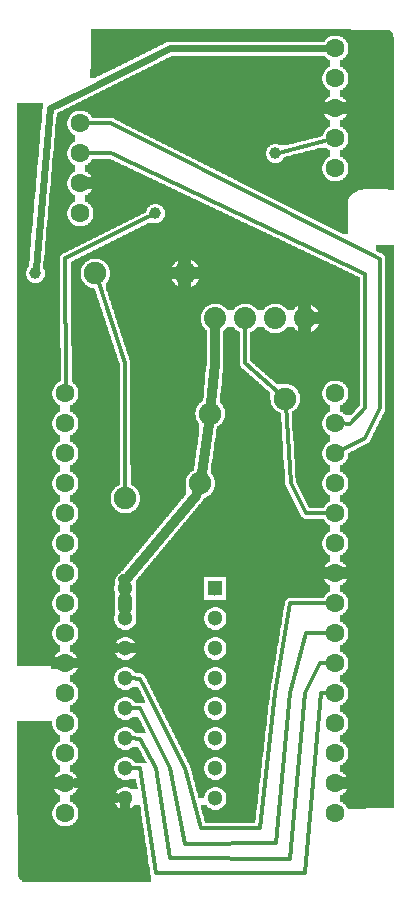
<source format=gbl>
G04 MADE WITH FRITZING*
G04 WWW.FRITZING.ORG*
G04 DOUBLE SIDED*
G04 HOLES PLATED*
G04 CONTOUR ON CENTER OF CONTOUR VECTOR*
%ASAXBY*%
%FSLAX23Y23*%
%MOIN*%
%OFA0B0*%
%SFA1.0B1.0*%
%ADD10C,0.075000*%
%ADD11C,0.047859*%
%ADD12C,0.051181*%
%ADD13C,0.039370*%
%ADD14C,0.062992*%
%ADD15C,0.073889*%
%ADD16R,0.051181X0.051181*%
%ADD17C,0.032000*%
%ADD18C,0.012000*%
%ADD19C,0.024000*%
%ADD20C,0.048000*%
%LNCOPPER0*%
G90*
G70*
G54D10*
X1200Y1439D03*
X1218Y2809D03*
G54D11*
X1101Y1470D03*
X204Y1670D03*
X204Y1570D03*
X204Y1470D03*
X204Y1370D03*
X204Y1271D03*
X1101Y1570D03*
X1101Y1670D03*
X1101Y1370D03*
X204Y1171D03*
X204Y1071D03*
X204Y971D03*
X204Y871D03*
X204Y771D03*
X204Y672D03*
X204Y572D03*
X204Y472D03*
X204Y372D03*
X204Y272D03*
X1101Y971D03*
X1101Y871D03*
X1101Y771D03*
X1101Y672D03*
X1101Y572D03*
X1101Y472D03*
X1101Y372D03*
X1101Y272D03*
X1101Y1271D03*
X1101Y1171D03*
X1101Y1071D03*
G54D12*
X701Y1020D03*
X401Y1020D03*
X701Y920D03*
X401Y920D03*
X701Y820D03*
X401Y820D03*
X701Y720D03*
X401Y720D03*
X701Y620D03*
X401Y620D03*
X701Y520D03*
X401Y520D03*
X701Y420D03*
X401Y420D03*
X701Y320D03*
X401Y320D03*
X701Y1020D03*
X401Y1020D03*
X701Y920D03*
X401Y920D03*
X701Y820D03*
X401Y820D03*
X701Y720D03*
X401Y720D03*
X701Y620D03*
X401Y620D03*
X701Y520D03*
X401Y520D03*
X701Y420D03*
X401Y420D03*
X701Y320D03*
X401Y320D03*
G54D13*
X901Y2470D03*
X501Y2270D03*
G54D14*
X201Y1670D03*
X201Y1570D03*
X201Y1470D03*
X201Y1370D03*
X201Y1270D03*
X201Y1170D03*
X201Y1070D03*
X201Y970D03*
X201Y870D03*
X201Y770D03*
X201Y670D03*
X201Y570D03*
X201Y470D03*
X201Y370D03*
X201Y270D03*
X1101Y270D03*
X1101Y370D03*
X1101Y470D03*
X1101Y570D03*
X1101Y670D03*
X1101Y770D03*
X1101Y870D03*
X1101Y970D03*
X1101Y1070D03*
X1101Y1170D03*
X1101Y2420D03*
X1101Y1270D03*
X1101Y2520D03*
X1101Y1370D03*
X251Y2370D03*
X1101Y2620D03*
X1101Y1470D03*
X251Y2470D03*
X1101Y2720D03*
X1101Y1570D03*
X251Y2570D03*
X1101Y2820D03*
X1101Y1670D03*
G54D10*
X401Y1320D03*
X684Y1603D03*
X651Y1370D03*
X934Y1653D03*
X601Y2070D03*
X301Y2070D03*
G54D15*
X1001Y1920D03*
X901Y1920D03*
X801Y1920D03*
X701Y1920D03*
G54D13*
X101Y2070D03*
G54D14*
X251Y2270D03*
G54D16*
X701Y1020D03*
X701Y1020D03*
G54D17*
X394Y1050D02*
X396Y1041D01*
D02*
X396Y1041D02*
X636Y1329D01*
D02*
X636Y1329D02*
X639Y1338D01*
D02*
X300Y319D02*
X371Y320D01*
D02*
X300Y370D02*
X300Y319D01*
D02*
X238Y370D02*
X300Y370D01*
D02*
X700Y1768D02*
X687Y1637D01*
D02*
X701Y1880D02*
X700Y1768D01*
D02*
X679Y1569D02*
X656Y1404D01*
G54D18*
D02*
X1002Y870D02*
X951Y670D01*
D02*
X951Y670D02*
X902Y170D01*
D02*
X902Y170D02*
X600Y169D01*
D02*
X600Y169D02*
X551Y421D01*
D02*
X551Y421D02*
X450Y621D01*
D02*
X450Y621D02*
X421Y620D01*
D02*
X1085Y871D02*
X1002Y870D01*
D02*
X1000Y670D02*
X1050Y771D01*
D02*
X1050Y771D02*
X1085Y771D01*
D02*
X949Y118D02*
X1000Y670D01*
D02*
X502Y421D02*
X551Y120D01*
D02*
X450Y519D02*
X502Y421D01*
D02*
X551Y120D02*
X949Y118D01*
D02*
X421Y520D02*
X450Y519D01*
D02*
X1000Y70D02*
X1052Y670D01*
D02*
X1052Y670D02*
X1085Y671D01*
D02*
X502Y71D02*
X1000Y70D01*
D02*
X421Y420D02*
X450Y421D01*
D02*
X450Y421D02*
X502Y71D01*
D02*
X600Y421D02*
X450Y719D01*
D02*
X901Y670D02*
X850Y221D01*
D02*
X653Y221D02*
X600Y421D01*
D02*
X850Y221D02*
X653Y221D01*
D02*
X951Y970D02*
X901Y670D01*
D02*
X450Y719D02*
X421Y720D01*
D02*
X1085Y971D02*
X951Y970D01*
D02*
X952Y1371D02*
X936Y1630D01*
D02*
X1002Y1271D02*
X952Y1371D01*
D02*
X1102Y1272D02*
X1002Y1271D01*
D02*
X1110Y1285D02*
X1102Y1272D01*
D02*
X914Y2473D02*
X1077Y2514D01*
D02*
X201Y2120D02*
X204Y1687D01*
D02*
X489Y2264D02*
X201Y2120D01*
D02*
X1250Y2119D02*
X353Y2570D01*
D02*
X1251Y1621D02*
X1250Y2119D01*
D02*
X1201Y1520D02*
X1251Y1621D01*
D02*
X1116Y1478D02*
X1201Y1520D01*
D02*
X1200Y1620D02*
X1151Y1569D01*
D02*
X1151Y1569D02*
X1118Y1570D01*
D02*
X1200Y2069D02*
X1200Y1620D01*
D02*
X277Y2470D02*
X353Y2471D01*
D02*
X917Y1668D02*
X800Y1770D01*
D02*
X800Y1770D02*
X801Y1891D01*
D02*
X353Y2471D02*
X1200Y2069D01*
D02*
X353Y2570D02*
X277Y2570D01*
G54D17*
D02*
X300Y821D02*
X300Y771D01*
D02*
X300Y771D02*
X232Y771D01*
D02*
X371Y820D02*
X300Y821D01*
G54D19*
D02*
X551Y2820D02*
X1070Y2820D01*
D02*
X252Y2671D02*
X551Y2820D01*
D02*
X149Y2620D02*
X252Y2671D01*
D02*
X103Y2089D02*
X149Y2620D01*
G54D18*
D02*
X401Y1343D02*
X400Y1770D01*
D02*
X400Y1770D02*
X309Y2048D01*
G54D20*
D02*
X401Y956D02*
X401Y984D01*
G36*
X1236Y2165D02*
X1236Y2145D01*
X1240Y2145D01*
X1240Y2143D01*
X1244Y2143D01*
X1244Y2141D01*
X1248Y2141D01*
X1248Y2139D01*
X1252Y2139D01*
X1252Y2137D01*
X1256Y2137D01*
X1256Y2135D01*
X1260Y2135D01*
X1260Y2133D01*
X1262Y2133D01*
X1262Y2131D01*
X1264Y2131D01*
X1264Y2129D01*
X1266Y2129D01*
X1266Y2125D01*
X1268Y2125D01*
X1268Y1613D01*
X1266Y1613D01*
X1266Y1609D01*
X1264Y1609D01*
X1264Y1605D01*
X1262Y1605D01*
X1262Y1601D01*
X1260Y1601D01*
X1260Y1597D01*
X1258Y1597D01*
X1258Y1593D01*
X1256Y1593D01*
X1256Y1589D01*
X1254Y1589D01*
X1254Y1585D01*
X1252Y1585D01*
X1252Y1581D01*
X1250Y1581D01*
X1250Y1577D01*
X1248Y1577D01*
X1248Y1573D01*
X1246Y1573D01*
X1246Y1569D01*
X1244Y1569D01*
X1244Y1565D01*
X1242Y1565D01*
X1242Y1561D01*
X1240Y1561D01*
X1240Y1557D01*
X1238Y1557D01*
X1238Y1553D01*
X1236Y1553D01*
X1236Y1549D01*
X1234Y1549D01*
X1234Y1545D01*
X1232Y1545D01*
X1232Y1541D01*
X1230Y1541D01*
X1230Y1537D01*
X1228Y1537D01*
X1228Y1533D01*
X1226Y1533D01*
X1226Y1529D01*
X1224Y1529D01*
X1224Y1525D01*
X1222Y1525D01*
X1222Y1521D01*
X1220Y1521D01*
X1220Y1515D01*
X1218Y1515D01*
X1218Y1511D01*
X1216Y1511D01*
X1216Y1509D01*
X1214Y1509D01*
X1214Y1507D01*
X1212Y1507D01*
X1212Y1505D01*
X1208Y1505D01*
X1208Y1503D01*
X1204Y1503D01*
X1204Y1501D01*
X1200Y1501D01*
X1200Y1499D01*
X1196Y1499D01*
X1196Y1497D01*
X1192Y1497D01*
X1192Y1495D01*
X1188Y1495D01*
X1188Y1493D01*
X1184Y1493D01*
X1184Y1491D01*
X1180Y1491D01*
X1180Y1489D01*
X1178Y1489D01*
X1178Y1487D01*
X1174Y1487D01*
X1174Y1485D01*
X1170Y1485D01*
X1170Y1483D01*
X1166Y1483D01*
X1166Y1481D01*
X1162Y1481D01*
X1162Y1479D01*
X1158Y1479D01*
X1158Y1477D01*
X1154Y1477D01*
X1154Y1475D01*
X1150Y1475D01*
X1150Y1473D01*
X1146Y1473D01*
X1146Y1471D01*
X1144Y1471D01*
X1144Y1459D01*
X1142Y1459D01*
X1142Y1453D01*
X1140Y1453D01*
X1140Y1449D01*
X1138Y1449D01*
X1138Y1445D01*
X1136Y1445D01*
X1136Y1443D01*
X1134Y1443D01*
X1134Y1441D01*
X1132Y1441D01*
X1132Y1439D01*
X1130Y1439D01*
X1130Y1437D01*
X1128Y1437D01*
X1128Y1435D01*
X1126Y1435D01*
X1126Y1433D01*
X1122Y1433D01*
X1122Y1431D01*
X1118Y1431D01*
X1118Y1409D01*
X1122Y1409D01*
X1122Y1407D01*
X1126Y1407D01*
X1126Y1405D01*
X1128Y1405D01*
X1128Y1403D01*
X1130Y1403D01*
X1130Y1401D01*
X1132Y1401D01*
X1132Y1399D01*
X1134Y1399D01*
X1134Y1397D01*
X1136Y1397D01*
X1136Y1395D01*
X1138Y1395D01*
X1138Y1391D01*
X1140Y1391D01*
X1140Y1387D01*
X1142Y1387D01*
X1142Y1381D01*
X1144Y1381D01*
X1144Y1359D01*
X1142Y1359D01*
X1142Y1353D01*
X1140Y1353D01*
X1140Y1349D01*
X1138Y1349D01*
X1138Y1345D01*
X1136Y1345D01*
X1136Y1343D01*
X1134Y1343D01*
X1134Y1341D01*
X1132Y1341D01*
X1132Y1339D01*
X1130Y1339D01*
X1130Y1337D01*
X1128Y1337D01*
X1128Y1335D01*
X1126Y1335D01*
X1126Y1333D01*
X1122Y1333D01*
X1122Y1331D01*
X1118Y1331D01*
X1118Y1309D01*
X1122Y1309D01*
X1122Y1307D01*
X1126Y1307D01*
X1126Y1305D01*
X1128Y1305D01*
X1128Y1303D01*
X1130Y1303D01*
X1130Y1301D01*
X1132Y1301D01*
X1132Y1299D01*
X1134Y1299D01*
X1134Y1297D01*
X1136Y1297D01*
X1136Y1295D01*
X1138Y1295D01*
X1138Y1291D01*
X1140Y1291D01*
X1140Y1287D01*
X1142Y1287D01*
X1142Y1281D01*
X1144Y1281D01*
X1144Y1259D01*
X1142Y1259D01*
X1142Y1253D01*
X1140Y1253D01*
X1140Y1249D01*
X1138Y1249D01*
X1138Y1245D01*
X1136Y1245D01*
X1136Y1243D01*
X1134Y1243D01*
X1134Y1241D01*
X1132Y1241D01*
X1132Y1239D01*
X1130Y1239D01*
X1130Y1237D01*
X1128Y1237D01*
X1128Y1235D01*
X1126Y1235D01*
X1126Y1233D01*
X1122Y1233D01*
X1122Y1231D01*
X1118Y1231D01*
X1118Y1209D01*
X1122Y1209D01*
X1122Y1207D01*
X1126Y1207D01*
X1126Y1205D01*
X1128Y1205D01*
X1128Y1203D01*
X1130Y1203D01*
X1130Y1201D01*
X1132Y1201D01*
X1132Y1199D01*
X1134Y1199D01*
X1134Y1197D01*
X1136Y1197D01*
X1136Y1195D01*
X1138Y1195D01*
X1138Y1191D01*
X1140Y1191D01*
X1140Y1187D01*
X1142Y1187D01*
X1142Y1181D01*
X1144Y1181D01*
X1144Y1159D01*
X1142Y1159D01*
X1142Y1153D01*
X1140Y1153D01*
X1140Y1149D01*
X1138Y1149D01*
X1138Y1145D01*
X1136Y1145D01*
X1136Y1143D01*
X1134Y1143D01*
X1134Y1141D01*
X1132Y1141D01*
X1132Y1139D01*
X1130Y1139D01*
X1130Y1137D01*
X1128Y1137D01*
X1128Y1135D01*
X1126Y1135D01*
X1126Y1133D01*
X1122Y1133D01*
X1122Y1131D01*
X1118Y1131D01*
X1118Y1109D01*
X1122Y1109D01*
X1122Y1107D01*
X1126Y1107D01*
X1126Y1105D01*
X1128Y1105D01*
X1128Y1103D01*
X1130Y1103D01*
X1130Y1101D01*
X1132Y1101D01*
X1132Y1099D01*
X1134Y1099D01*
X1134Y1097D01*
X1136Y1097D01*
X1136Y1095D01*
X1138Y1095D01*
X1138Y1091D01*
X1140Y1091D01*
X1140Y1087D01*
X1142Y1087D01*
X1142Y1081D01*
X1144Y1081D01*
X1144Y1059D01*
X1142Y1059D01*
X1142Y1053D01*
X1140Y1053D01*
X1140Y1049D01*
X1138Y1049D01*
X1138Y1045D01*
X1136Y1045D01*
X1136Y1043D01*
X1134Y1043D01*
X1134Y1041D01*
X1132Y1041D01*
X1132Y1039D01*
X1130Y1039D01*
X1130Y1037D01*
X1128Y1037D01*
X1128Y1035D01*
X1126Y1035D01*
X1126Y1033D01*
X1122Y1033D01*
X1122Y1031D01*
X1118Y1031D01*
X1118Y1009D01*
X1122Y1009D01*
X1122Y1007D01*
X1126Y1007D01*
X1126Y1005D01*
X1128Y1005D01*
X1128Y1003D01*
X1130Y1003D01*
X1130Y1001D01*
X1132Y1001D01*
X1132Y999D01*
X1134Y999D01*
X1134Y997D01*
X1136Y997D01*
X1136Y995D01*
X1138Y995D01*
X1138Y991D01*
X1140Y991D01*
X1140Y987D01*
X1142Y987D01*
X1142Y981D01*
X1144Y981D01*
X1144Y959D01*
X1142Y959D01*
X1142Y953D01*
X1140Y953D01*
X1140Y949D01*
X1138Y949D01*
X1138Y945D01*
X1136Y945D01*
X1136Y943D01*
X1134Y943D01*
X1134Y941D01*
X1132Y941D01*
X1132Y939D01*
X1130Y939D01*
X1130Y937D01*
X1128Y937D01*
X1128Y935D01*
X1126Y935D01*
X1126Y933D01*
X1122Y933D01*
X1122Y931D01*
X1118Y931D01*
X1118Y909D01*
X1122Y909D01*
X1122Y907D01*
X1126Y907D01*
X1126Y905D01*
X1128Y905D01*
X1128Y903D01*
X1130Y903D01*
X1130Y901D01*
X1132Y901D01*
X1132Y899D01*
X1134Y899D01*
X1134Y897D01*
X1136Y897D01*
X1136Y895D01*
X1138Y895D01*
X1138Y891D01*
X1140Y891D01*
X1140Y887D01*
X1142Y887D01*
X1142Y881D01*
X1144Y881D01*
X1144Y859D01*
X1142Y859D01*
X1142Y853D01*
X1140Y853D01*
X1140Y849D01*
X1138Y849D01*
X1138Y845D01*
X1136Y845D01*
X1136Y843D01*
X1134Y843D01*
X1134Y841D01*
X1132Y841D01*
X1132Y839D01*
X1130Y839D01*
X1130Y837D01*
X1128Y837D01*
X1128Y835D01*
X1126Y835D01*
X1126Y833D01*
X1122Y833D01*
X1122Y831D01*
X1118Y831D01*
X1118Y809D01*
X1122Y809D01*
X1122Y807D01*
X1126Y807D01*
X1126Y805D01*
X1128Y805D01*
X1128Y803D01*
X1130Y803D01*
X1130Y801D01*
X1132Y801D01*
X1132Y799D01*
X1134Y799D01*
X1134Y797D01*
X1136Y797D01*
X1136Y795D01*
X1138Y795D01*
X1138Y791D01*
X1140Y791D01*
X1140Y787D01*
X1142Y787D01*
X1142Y781D01*
X1144Y781D01*
X1144Y759D01*
X1142Y759D01*
X1142Y753D01*
X1140Y753D01*
X1140Y749D01*
X1138Y749D01*
X1138Y745D01*
X1136Y745D01*
X1136Y743D01*
X1134Y743D01*
X1134Y741D01*
X1132Y741D01*
X1132Y739D01*
X1130Y739D01*
X1130Y737D01*
X1128Y737D01*
X1128Y735D01*
X1126Y735D01*
X1126Y733D01*
X1122Y733D01*
X1122Y731D01*
X1118Y731D01*
X1118Y709D01*
X1122Y709D01*
X1122Y707D01*
X1126Y707D01*
X1126Y705D01*
X1128Y705D01*
X1128Y703D01*
X1130Y703D01*
X1130Y701D01*
X1132Y701D01*
X1132Y699D01*
X1134Y699D01*
X1134Y697D01*
X1136Y697D01*
X1136Y695D01*
X1138Y695D01*
X1138Y691D01*
X1140Y691D01*
X1140Y687D01*
X1142Y687D01*
X1142Y681D01*
X1144Y681D01*
X1144Y659D01*
X1142Y659D01*
X1142Y653D01*
X1140Y653D01*
X1140Y649D01*
X1138Y649D01*
X1138Y645D01*
X1136Y645D01*
X1136Y643D01*
X1134Y643D01*
X1134Y641D01*
X1132Y641D01*
X1132Y639D01*
X1130Y639D01*
X1130Y637D01*
X1128Y637D01*
X1128Y635D01*
X1126Y635D01*
X1126Y633D01*
X1122Y633D01*
X1122Y631D01*
X1118Y631D01*
X1118Y609D01*
X1122Y609D01*
X1122Y607D01*
X1126Y607D01*
X1126Y605D01*
X1128Y605D01*
X1128Y603D01*
X1130Y603D01*
X1130Y601D01*
X1132Y601D01*
X1132Y599D01*
X1134Y599D01*
X1134Y597D01*
X1136Y597D01*
X1136Y595D01*
X1138Y595D01*
X1138Y591D01*
X1140Y591D01*
X1140Y587D01*
X1142Y587D01*
X1142Y581D01*
X1144Y581D01*
X1144Y559D01*
X1142Y559D01*
X1142Y553D01*
X1140Y553D01*
X1140Y549D01*
X1138Y549D01*
X1138Y545D01*
X1136Y545D01*
X1136Y543D01*
X1134Y543D01*
X1134Y541D01*
X1132Y541D01*
X1132Y539D01*
X1130Y539D01*
X1130Y537D01*
X1128Y537D01*
X1128Y535D01*
X1126Y535D01*
X1126Y533D01*
X1122Y533D01*
X1122Y531D01*
X1118Y531D01*
X1118Y509D01*
X1122Y509D01*
X1122Y507D01*
X1126Y507D01*
X1126Y505D01*
X1128Y505D01*
X1128Y503D01*
X1130Y503D01*
X1130Y501D01*
X1132Y501D01*
X1132Y499D01*
X1134Y499D01*
X1134Y497D01*
X1136Y497D01*
X1136Y495D01*
X1138Y495D01*
X1138Y491D01*
X1140Y491D01*
X1140Y487D01*
X1142Y487D01*
X1142Y481D01*
X1144Y481D01*
X1144Y459D01*
X1142Y459D01*
X1142Y453D01*
X1140Y453D01*
X1140Y449D01*
X1138Y449D01*
X1138Y445D01*
X1136Y445D01*
X1136Y443D01*
X1134Y443D01*
X1134Y441D01*
X1132Y441D01*
X1132Y439D01*
X1130Y439D01*
X1130Y437D01*
X1128Y437D01*
X1128Y435D01*
X1126Y435D01*
X1126Y433D01*
X1122Y433D01*
X1122Y431D01*
X1118Y431D01*
X1118Y409D01*
X1122Y409D01*
X1122Y407D01*
X1126Y407D01*
X1126Y405D01*
X1128Y405D01*
X1128Y403D01*
X1130Y403D01*
X1130Y401D01*
X1132Y401D01*
X1132Y399D01*
X1134Y399D01*
X1134Y397D01*
X1136Y397D01*
X1136Y395D01*
X1138Y395D01*
X1138Y391D01*
X1140Y391D01*
X1140Y387D01*
X1142Y387D01*
X1142Y381D01*
X1144Y381D01*
X1144Y359D01*
X1142Y359D01*
X1142Y353D01*
X1140Y353D01*
X1140Y349D01*
X1138Y349D01*
X1138Y345D01*
X1136Y345D01*
X1136Y343D01*
X1134Y343D01*
X1134Y341D01*
X1132Y341D01*
X1132Y339D01*
X1130Y339D01*
X1130Y337D01*
X1128Y337D01*
X1128Y335D01*
X1126Y335D01*
X1126Y333D01*
X1122Y333D01*
X1122Y331D01*
X1118Y331D01*
X1118Y309D01*
X1122Y309D01*
X1122Y307D01*
X1126Y307D01*
X1126Y305D01*
X1128Y305D01*
X1128Y303D01*
X1130Y303D01*
X1130Y301D01*
X1132Y301D01*
X1132Y299D01*
X1134Y299D01*
X1134Y297D01*
X1136Y297D01*
X1136Y295D01*
X1138Y295D01*
X1138Y291D01*
X1140Y291D01*
X1140Y287D01*
X1142Y287D01*
X1142Y285D01*
X1202Y285D01*
X1202Y287D01*
X1298Y287D01*
X1298Y2165D01*
X1236Y2165D01*
G37*
D02*
G36*
X288Y2885D02*
X288Y2863D01*
X1112Y2863D01*
X1112Y2861D01*
X1118Y2861D01*
X1118Y2859D01*
X1122Y2859D01*
X1122Y2857D01*
X1126Y2857D01*
X1126Y2855D01*
X1128Y2855D01*
X1128Y2853D01*
X1130Y2853D01*
X1130Y2851D01*
X1132Y2851D01*
X1132Y2849D01*
X1134Y2849D01*
X1134Y2847D01*
X1136Y2847D01*
X1136Y2845D01*
X1138Y2845D01*
X1138Y2841D01*
X1140Y2841D01*
X1140Y2837D01*
X1142Y2837D01*
X1142Y2831D01*
X1144Y2831D01*
X1144Y2809D01*
X1142Y2809D01*
X1142Y2803D01*
X1140Y2803D01*
X1140Y2799D01*
X1138Y2799D01*
X1138Y2795D01*
X1136Y2795D01*
X1136Y2793D01*
X1134Y2793D01*
X1134Y2791D01*
X1132Y2791D01*
X1132Y2789D01*
X1130Y2789D01*
X1130Y2787D01*
X1128Y2787D01*
X1128Y2785D01*
X1126Y2785D01*
X1126Y2783D01*
X1122Y2783D01*
X1122Y2781D01*
X1118Y2781D01*
X1118Y2759D01*
X1122Y2759D01*
X1122Y2757D01*
X1126Y2757D01*
X1126Y2755D01*
X1128Y2755D01*
X1128Y2753D01*
X1130Y2753D01*
X1130Y2751D01*
X1132Y2751D01*
X1132Y2749D01*
X1134Y2749D01*
X1134Y2747D01*
X1136Y2747D01*
X1136Y2745D01*
X1138Y2745D01*
X1138Y2741D01*
X1140Y2741D01*
X1140Y2737D01*
X1142Y2737D01*
X1142Y2731D01*
X1144Y2731D01*
X1144Y2709D01*
X1142Y2709D01*
X1142Y2703D01*
X1140Y2703D01*
X1140Y2699D01*
X1138Y2699D01*
X1138Y2695D01*
X1136Y2695D01*
X1136Y2693D01*
X1134Y2693D01*
X1134Y2691D01*
X1132Y2691D01*
X1132Y2689D01*
X1130Y2689D01*
X1130Y2687D01*
X1128Y2687D01*
X1128Y2685D01*
X1126Y2685D01*
X1126Y2683D01*
X1122Y2683D01*
X1122Y2681D01*
X1118Y2681D01*
X1118Y2659D01*
X1122Y2659D01*
X1122Y2657D01*
X1126Y2657D01*
X1126Y2655D01*
X1128Y2655D01*
X1128Y2653D01*
X1130Y2653D01*
X1130Y2651D01*
X1132Y2651D01*
X1132Y2649D01*
X1134Y2649D01*
X1134Y2647D01*
X1136Y2647D01*
X1136Y2645D01*
X1138Y2645D01*
X1138Y2641D01*
X1140Y2641D01*
X1140Y2637D01*
X1142Y2637D01*
X1142Y2631D01*
X1144Y2631D01*
X1144Y2609D01*
X1142Y2609D01*
X1142Y2603D01*
X1140Y2603D01*
X1140Y2599D01*
X1138Y2599D01*
X1138Y2595D01*
X1136Y2595D01*
X1136Y2593D01*
X1134Y2593D01*
X1134Y2591D01*
X1132Y2591D01*
X1132Y2589D01*
X1130Y2589D01*
X1130Y2587D01*
X1128Y2587D01*
X1128Y2585D01*
X1126Y2585D01*
X1126Y2583D01*
X1122Y2583D01*
X1122Y2581D01*
X1118Y2581D01*
X1118Y2559D01*
X1122Y2559D01*
X1122Y2557D01*
X1126Y2557D01*
X1126Y2555D01*
X1128Y2555D01*
X1128Y2553D01*
X1130Y2553D01*
X1130Y2551D01*
X1132Y2551D01*
X1132Y2549D01*
X1134Y2549D01*
X1134Y2547D01*
X1136Y2547D01*
X1136Y2545D01*
X1138Y2545D01*
X1138Y2541D01*
X1140Y2541D01*
X1140Y2537D01*
X1142Y2537D01*
X1142Y2531D01*
X1144Y2531D01*
X1144Y2509D01*
X1142Y2509D01*
X1142Y2503D01*
X1140Y2503D01*
X1140Y2499D01*
X1138Y2499D01*
X1138Y2495D01*
X1136Y2495D01*
X1136Y2493D01*
X1134Y2493D01*
X1134Y2491D01*
X1132Y2491D01*
X1132Y2489D01*
X1130Y2489D01*
X1130Y2487D01*
X1128Y2487D01*
X1128Y2485D01*
X1126Y2485D01*
X1126Y2483D01*
X1122Y2483D01*
X1122Y2481D01*
X1118Y2481D01*
X1118Y2459D01*
X1122Y2459D01*
X1122Y2457D01*
X1126Y2457D01*
X1126Y2455D01*
X1128Y2455D01*
X1128Y2453D01*
X1130Y2453D01*
X1130Y2451D01*
X1132Y2451D01*
X1132Y2449D01*
X1134Y2449D01*
X1134Y2447D01*
X1136Y2447D01*
X1136Y2445D01*
X1138Y2445D01*
X1138Y2441D01*
X1140Y2441D01*
X1140Y2437D01*
X1142Y2437D01*
X1142Y2431D01*
X1144Y2431D01*
X1144Y2409D01*
X1142Y2409D01*
X1142Y2403D01*
X1140Y2403D01*
X1140Y2399D01*
X1138Y2399D01*
X1138Y2395D01*
X1136Y2395D01*
X1136Y2393D01*
X1134Y2393D01*
X1134Y2391D01*
X1132Y2391D01*
X1132Y2389D01*
X1130Y2389D01*
X1130Y2387D01*
X1128Y2387D01*
X1128Y2385D01*
X1126Y2385D01*
X1126Y2383D01*
X1122Y2383D01*
X1122Y2381D01*
X1118Y2381D01*
X1118Y2379D01*
X1112Y2379D01*
X1112Y2377D01*
X1298Y2377D01*
X1298Y2779D01*
X1296Y2779D01*
X1296Y2857D01*
X1294Y2857D01*
X1294Y2869D01*
X1292Y2869D01*
X1292Y2871D01*
X1290Y2871D01*
X1290Y2875D01*
X1288Y2875D01*
X1288Y2877D01*
X1286Y2877D01*
X1286Y2879D01*
X1284Y2879D01*
X1284Y2881D01*
X1274Y2881D01*
X1274Y2883D01*
X1154Y2883D01*
X1154Y2885D01*
X288Y2885D01*
G37*
D02*
G36*
X288Y2863D02*
X288Y2795D01*
X286Y2795D01*
X286Y2751D01*
X284Y2751D01*
X284Y2735D01*
X282Y2735D01*
X282Y2723D01*
X304Y2723D01*
X304Y2725D01*
X308Y2725D01*
X308Y2727D01*
X312Y2727D01*
X312Y2729D01*
X316Y2729D01*
X316Y2731D01*
X320Y2731D01*
X320Y2733D01*
X324Y2733D01*
X324Y2735D01*
X328Y2735D01*
X328Y2737D01*
X332Y2737D01*
X332Y2739D01*
X336Y2739D01*
X336Y2741D01*
X340Y2741D01*
X340Y2743D01*
X344Y2743D01*
X344Y2745D01*
X350Y2745D01*
X350Y2747D01*
X354Y2747D01*
X354Y2749D01*
X358Y2749D01*
X358Y2751D01*
X362Y2751D01*
X362Y2753D01*
X366Y2753D01*
X366Y2755D01*
X370Y2755D01*
X370Y2757D01*
X374Y2757D01*
X374Y2759D01*
X378Y2759D01*
X378Y2761D01*
X382Y2761D01*
X382Y2763D01*
X386Y2763D01*
X386Y2765D01*
X390Y2765D01*
X390Y2767D01*
X394Y2767D01*
X394Y2769D01*
X398Y2769D01*
X398Y2771D01*
X402Y2771D01*
X402Y2773D01*
X406Y2773D01*
X406Y2775D01*
X410Y2775D01*
X410Y2777D01*
X414Y2777D01*
X414Y2779D01*
X418Y2779D01*
X418Y2781D01*
X422Y2781D01*
X422Y2783D01*
X426Y2783D01*
X426Y2785D01*
X430Y2785D01*
X430Y2787D01*
X434Y2787D01*
X434Y2789D01*
X438Y2789D01*
X438Y2791D01*
X442Y2791D01*
X442Y2793D01*
X446Y2793D01*
X446Y2795D01*
X450Y2795D01*
X450Y2797D01*
X454Y2797D01*
X454Y2799D01*
X458Y2799D01*
X458Y2801D01*
X462Y2801D01*
X462Y2803D01*
X466Y2803D01*
X466Y2805D01*
X470Y2805D01*
X470Y2807D01*
X474Y2807D01*
X474Y2809D01*
X478Y2809D01*
X478Y2811D01*
X482Y2811D01*
X482Y2813D01*
X486Y2813D01*
X486Y2815D01*
X490Y2815D01*
X490Y2817D01*
X494Y2817D01*
X494Y2819D01*
X498Y2819D01*
X498Y2821D01*
X502Y2821D01*
X502Y2823D01*
X506Y2823D01*
X506Y2825D01*
X510Y2825D01*
X510Y2827D01*
X514Y2827D01*
X514Y2829D01*
X518Y2829D01*
X518Y2831D01*
X522Y2831D01*
X522Y2833D01*
X526Y2833D01*
X526Y2835D01*
X530Y2835D01*
X530Y2837D01*
X534Y2837D01*
X534Y2839D01*
X538Y2839D01*
X538Y2841D01*
X544Y2841D01*
X544Y2843D01*
X1066Y2843D01*
X1066Y2847D01*
X1068Y2847D01*
X1068Y2849D01*
X1070Y2849D01*
X1070Y2851D01*
X1072Y2851D01*
X1072Y2853D01*
X1074Y2853D01*
X1074Y2855D01*
X1078Y2855D01*
X1078Y2857D01*
X1082Y2857D01*
X1082Y2859D01*
X1084Y2859D01*
X1084Y2861D01*
X1092Y2861D01*
X1092Y2863D01*
X288Y2863D01*
G37*
D02*
G36*
X554Y2795D02*
X554Y2793D01*
X550Y2793D01*
X550Y2791D01*
X546Y2791D01*
X546Y2789D01*
X542Y2789D01*
X542Y2787D01*
X538Y2787D01*
X538Y2785D01*
X534Y2785D01*
X534Y2783D01*
X530Y2783D01*
X530Y2781D01*
X526Y2781D01*
X526Y2779D01*
X522Y2779D01*
X522Y2777D01*
X518Y2777D01*
X518Y2775D01*
X514Y2775D01*
X514Y2773D01*
X510Y2773D01*
X510Y2771D01*
X506Y2771D01*
X506Y2769D01*
X502Y2769D01*
X502Y2767D01*
X498Y2767D01*
X498Y2765D01*
X494Y2765D01*
X494Y2763D01*
X490Y2763D01*
X490Y2761D01*
X486Y2761D01*
X486Y2759D01*
X482Y2759D01*
X482Y2757D01*
X478Y2757D01*
X478Y2755D01*
X474Y2755D01*
X474Y2753D01*
X470Y2753D01*
X470Y2751D01*
X466Y2751D01*
X466Y2749D01*
X462Y2749D01*
X462Y2747D01*
X458Y2747D01*
X458Y2745D01*
X454Y2745D01*
X454Y2743D01*
X450Y2743D01*
X450Y2741D01*
X446Y2741D01*
X446Y2739D01*
X440Y2739D01*
X440Y2737D01*
X436Y2737D01*
X436Y2735D01*
X432Y2735D01*
X432Y2733D01*
X428Y2733D01*
X428Y2731D01*
X424Y2731D01*
X424Y2729D01*
X420Y2729D01*
X420Y2727D01*
X416Y2727D01*
X416Y2725D01*
X412Y2725D01*
X412Y2723D01*
X408Y2723D01*
X408Y2721D01*
X404Y2721D01*
X404Y2719D01*
X400Y2719D01*
X400Y2717D01*
X396Y2717D01*
X396Y2715D01*
X392Y2715D01*
X392Y2713D01*
X388Y2713D01*
X388Y2711D01*
X384Y2711D01*
X384Y2709D01*
X380Y2709D01*
X380Y2707D01*
X376Y2707D01*
X376Y2705D01*
X372Y2705D01*
X372Y2703D01*
X368Y2703D01*
X368Y2701D01*
X364Y2701D01*
X364Y2699D01*
X360Y2699D01*
X360Y2697D01*
X356Y2697D01*
X356Y2695D01*
X352Y2695D01*
X352Y2693D01*
X348Y2693D01*
X348Y2691D01*
X344Y2691D01*
X344Y2689D01*
X340Y2689D01*
X340Y2687D01*
X336Y2687D01*
X336Y2685D01*
X332Y2685D01*
X332Y2683D01*
X328Y2683D01*
X328Y2681D01*
X324Y2681D01*
X324Y2679D01*
X320Y2679D01*
X320Y2677D01*
X316Y2677D01*
X316Y2675D01*
X312Y2675D01*
X312Y2673D01*
X308Y2673D01*
X308Y2671D01*
X304Y2671D01*
X304Y2669D01*
X300Y2669D01*
X300Y2667D01*
X296Y2667D01*
X296Y2665D01*
X292Y2665D01*
X292Y2663D01*
X288Y2663D01*
X288Y2661D01*
X284Y2661D01*
X284Y2659D01*
X280Y2659D01*
X280Y2657D01*
X276Y2657D01*
X276Y2655D01*
X272Y2655D01*
X272Y2653D01*
X268Y2653D01*
X268Y2651D01*
X264Y2651D01*
X264Y2649D01*
X260Y2649D01*
X260Y2647D01*
X256Y2647D01*
X256Y2645D01*
X252Y2645D01*
X252Y2643D01*
X248Y2643D01*
X248Y2641D01*
X244Y2641D01*
X244Y2639D01*
X240Y2639D01*
X240Y2637D01*
X236Y2637D01*
X236Y2635D01*
X232Y2635D01*
X232Y2633D01*
X228Y2633D01*
X228Y2631D01*
X224Y2631D01*
X224Y2629D01*
X220Y2629D01*
X220Y2627D01*
X216Y2627D01*
X216Y2625D01*
X212Y2625D01*
X212Y2623D01*
X208Y2623D01*
X208Y2621D01*
X204Y2621D01*
X204Y2619D01*
X200Y2619D01*
X200Y2617D01*
X196Y2617D01*
X196Y2615D01*
X192Y2615D01*
X192Y2613D01*
X262Y2613D01*
X262Y2611D01*
X268Y2611D01*
X268Y2609D01*
X272Y2609D01*
X272Y2607D01*
X276Y2607D01*
X276Y2605D01*
X278Y2605D01*
X278Y2603D01*
X280Y2603D01*
X280Y2601D01*
X282Y2601D01*
X282Y2599D01*
X284Y2599D01*
X284Y2597D01*
X286Y2597D01*
X286Y2595D01*
X288Y2595D01*
X288Y2591D01*
X290Y2591D01*
X290Y2587D01*
X362Y2587D01*
X362Y2585D01*
X366Y2585D01*
X366Y2583D01*
X370Y2583D01*
X370Y2581D01*
X374Y2581D01*
X374Y2579D01*
X378Y2579D01*
X378Y2577D01*
X382Y2577D01*
X382Y2575D01*
X386Y2575D01*
X386Y2573D01*
X390Y2573D01*
X390Y2571D01*
X394Y2571D01*
X394Y2569D01*
X396Y2569D01*
X396Y2567D01*
X400Y2567D01*
X400Y2565D01*
X404Y2565D01*
X404Y2563D01*
X408Y2563D01*
X408Y2561D01*
X412Y2561D01*
X412Y2559D01*
X416Y2559D01*
X416Y2557D01*
X420Y2557D01*
X420Y2555D01*
X424Y2555D01*
X424Y2553D01*
X428Y2553D01*
X428Y2551D01*
X432Y2551D01*
X432Y2549D01*
X436Y2549D01*
X436Y2547D01*
X440Y2547D01*
X440Y2545D01*
X444Y2545D01*
X444Y2543D01*
X448Y2543D01*
X448Y2541D01*
X452Y2541D01*
X452Y2539D01*
X456Y2539D01*
X456Y2537D01*
X460Y2537D01*
X460Y2535D01*
X464Y2535D01*
X464Y2533D01*
X468Y2533D01*
X468Y2531D01*
X472Y2531D01*
X472Y2529D01*
X476Y2529D01*
X476Y2527D01*
X480Y2527D01*
X480Y2525D01*
X484Y2525D01*
X484Y2523D01*
X488Y2523D01*
X488Y2521D01*
X492Y2521D01*
X492Y2519D01*
X496Y2519D01*
X496Y2517D01*
X500Y2517D01*
X500Y2515D01*
X504Y2515D01*
X504Y2513D01*
X508Y2513D01*
X508Y2511D01*
X512Y2511D01*
X512Y2509D01*
X516Y2509D01*
X516Y2507D01*
X520Y2507D01*
X520Y2505D01*
X524Y2505D01*
X524Y2503D01*
X528Y2503D01*
X528Y2501D01*
X910Y2501D01*
X910Y2499D01*
X916Y2499D01*
X916Y2497D01*
X940Y2497D01*
X940Y2499D01*
X948Y2499D01*
X948Y2501D01*
X956Y2501D01*
X956Y2503D01*
X964Y2503D01*
X964Y2505D01*
X972Y2505D01*
X972Y2507D01*
X980Y2507D01*
X980Y2509D01*
X988Y2509D01*
X988Y2511D01*
X996Y2511D01*
X996Y2513D01*
X1004Y2513D01*
X1004Y2515D01*
X1012Y2515D01*
X1012Y2517D01*
X1020Y2517D01*
X1020Y2519D01*
X1028Y2519D01*
X1028Y2521D01*
X1036Y2521D01*
X1036Y2523D01*
X1044Y2523D01*
X1044Y2525D01*
X1052Y2525D01*
X1052Y2527D01*
X1058Y2527D01*
X1058Y2529D01*
X1060Y2529D01*
X1060Y2535D01*
X1062Y2535D01*
X1062Y2539D01*
X1064Y2539D01*
X1064Y2543D01*
X1066Y2543D01*
X1066Y2547D01*
X1068Y2547D01*
X1068Y2549D01*
X1070Y2549D01*
X1070Y2551D01*
X1072Y2551D01*
X1072Y2553D01*
X1074Y2553D01*
X1074Y2555D01*
X1078Y2555D01*
X1078Y2557D01*
X1082Y2557D01*
X1082Y2559D01*
X1084Y2559D01*
X1084Y2581D01*
X1080Y2581D01*
X1080Y2583D01*
X1076Y2583D01*
X1076Y2585D01*
X1074Y2585D01*
X1074Y2587D01*
X1072Y2587D01*
X1072Y2589D01*
X1070Y2589D01*
X1070Y2591D01*
X1068Y2591D01*
X1068Y2593D01*
X1066Y2593D01*
X1066Y2597D01*
X1064Y2597D01*
X1064Y2599D01*
X1062Y2599D01*
X1062Y2603D01*
X1060Y2603D01*
X1060Y2611D01*
X1058Y2611D01*
X1058Y2629D01*
X1060Y2629D01*
X1060Y2635D01*
X1062Y2635D01*
X1062Y2639D01*
X1064Y2639D01*
X1064Y2643D01*
X1066Y2643D01*
X1066Y2647D01*
X1068Y2647D01*
X1068Y2649D01*
X1070Y2649D01*
X1070Y2651D01*
X1072Y2651D01*
X1072Y2653D01*
X1074Y2653D01*
X1074Y2655D01*
X1078Y2655D01*
X1078Y2657D01*
X1082Y2657D01*
X1082Y2659D01*
X1084Y2659D01*
X1084Y2681D01*
X1080Y2681D01*
X1080Y2683D01*
X1076Y2683D01*
X1076Y2685D01*
X1074Y2685D01*
X1074Y2687D01*
X1072Y2687D01*
X1072Y2689D01*
X1070Y2689D01*
X1070Y2691D01*
X1068Y2691D01*
X1068Y2693D01*
X1066Y2693D01*
X1066Y2697D01*
X1064Y2697D01*
X1064Y2699D01*
X1062Y2699D01*
X1062Y2703D01*
X1060Y2703D01*
X1060Y2711D01*
X1058Y2711D01*
X1058Y2729D01*
X1060Y2729D01*
X1060Y2735D01*
X1062Y2735D01*
X1062Y2739D01*
X1064Y2739D01*
X1064Y2743D01*
X1066Y2743D01*
X1066Y2747D01*
X1068Y2747D01*
X1068Y2749D01*
X1070Y2749D01*
X1070Y2751D01*
X1072Y2751D01*
X1072Y2753D01*
X1074Y2753D01*
X1074Y2755D01*
X1078Y2755D01*
X1078Y2757D01*
X1082Y2757D01*
X1082Y2759D01*
X1084Y2759D01*
X1084Y2781D01*
X1080Y2781D01*
X1080Y2783D01*
X1076Y2783D01*
X1076Y2785D01*
X1074Y2785D01*
X1074Y2787D01*
X1072Y2787D01*
X1072Y2789D01*
X1070Y2789D01*
X1070Y2791D01*
X1068Y2791D01*
X1068Y2793D01*
X1066Y2793D01*
X1066Y2795D01*
X554Y2795D01*
G37*
D02*
G36*
X92Y2639D02*
X92Y2637D01*
X40Y2637D01*
X40Y2039D01*
X90Y2039D01*
X90Y2041D01*
X86Y2041D01*
X86Y2043D01*
X84Y2043D01*
X84Y2045D01*
X80Y2045D01*
X80Y2047D01*
X78Y2047D01*
X78Y2049D01*
X76Y2049D01*
X76Y2053D01*
X74Y2053D01*
X74Y2055D01*
X72Y2055D01*
X72Y2061D01*
X70Y2061D01*
X70Y2079D01*
X72Y2079D01*
X72Y2083D01*
X74Y2083D01*
X74Y2087D01*
X76Y2087D01*
X76Y2089D01*
X78Y2089D01*
X78Y2093D01*
X80Y2093D01*
X80Y2113D01*
X82Y2113D01*
X82Y2137D01*
X84Y2137D01*
X84Y2159D01*
X86Y2159D01*
X86Y2181D01*
X88Y2181D01*
X88Y2205D01*
X90Y2205D01*
X90Y2227D01*
X92Y2227D01*
X92Y2251D01*
X94Y2251D01*
X94Y2273D01*
X96Y2273D01*
X96Y2297D01*
X98Y2297D01*
X98Y2319D01*
X100Y2319D01*
X100Y2343D01*
X102Y2343D01*
X102Y2365D01*
X104Y2365D01*
X104Y2389D01*
X106Y2389D01*
X106Y2411D01*
X108Y2411D01*
X108Y2433D01*
X110Y2433D01*
X110Y2457D01*
X112Y2457D01*
X112Y2479D01*
X114Y2479D01*
X114Y2503D01*
X116Y2503D01*
X116Y2525D01*
X118Y2525D01*
X118Y2549D01*
X120Y2549D01*
X120Y2571D01*
X122Y2571D01*
X122Y2595D01*
X124Y2595D01*
X124Y2617D01*
X126Y2617D01*
X126Y2639D01*
X92Y2639D01*
G37*
D02*
G36*
X188Y2613D02*
X188Y2611D01*
X184Y2611D01*
X184Y2609D01*
X180Y2609D01*
X180Y2607D01*
X176Y2607D01*
X176Y2605D01*
X172Y2605D01*
X172Y2591D01*
X170Y2591D01*
X170Y2569D01*
X168Y2569D01*
X168Y2545D01*
X166Y2545D01*
X166Y2523D01*
X164Y2523D01*
X164Y2501D01*
X162Y2501D01*
X162Y2477D01*
X160Y2477D01*
X160Y2455D01*
X158Y2455D01*
X158Y2431D01*
X156Y2431D01*
X156Y2409D01*
X154Y2409D01*
X154Y2385D01*
X152Y2385D01*
X152Y2363D01*
X150Y2363D01*
X150Y2339D01*
X148Y2339D01*
X148Y2317D01*
X146Y2317D01*
X146Y2295D01*
X144Y2295D01*
X144Y2271D01*
X142Y2271D01*
X142Y2249D01*
X140Y2249D01*
X140Y2227D01*
X240Y2227D01*
X240Y2229D01*
X234Y2229D01*
X234Y2231D01*
X230Y2231D01*
X230Y2233D01*
X226Y2233D01*
X226Y2235D01*
X224Y2235D01*
X224Y2237D01*
X222Y2237D01*
X222Y2239D01*
X220Y2239D01*
X220Y2241D01*
X218Y2241D01*
X218Y2243D01*
X216Y2243D01*
X216Y2247D01*
X214Y2247D01*
X214Y2249D01*
X212Y2249D01*
X212Y2253D01*
X210Y2253D01*
X210Y2261D01*
X208Y2261D01*
X208Y2279D01*
X210Y2279D01*
X210Y2285D01*
X212Y2285D01*
X212Y2289D01*
X214Y2289D01*
X214Y2293D01*
X216Y2293D01*
X216Y2297D01*
X218Y2297D01*
X218Y2299D01*
X220Y2299D01*
X220Y2301D01*
X222Y2301D01*
X222Y2303D01*
X224Y2303D01*
X224Y2305D01*
X228Y2305D01*
X228Y2307D01*
X232Y2307D01*
X232Y2309D01*
X234Y2309D01*
X234Y2331D01*
X230Y2331D01*
X230Y2333D01*
X226Y2333D01*
X226Y2335D01*
X224Y2335D01*
X224Y2337D01*
X222Y2337D01*
X222Y2339D01*
X220Y2339D01*
X220Y2341D01*
X218Y2341D01*
X218Y2343D01*
X216Y2343D01*
X216Y2347D01*
X214Y2347D01*
X214Y2349D01*
X212Y2349D01*
X212Y2353D01*
X210Y2353D01*
X210Y2361D01*
X208Y2361D01*
X208Y2379D01*
X210Y2379D01*
X210Y2385D01*
X212Y2385D01*
X212Y2389D01*
X214Y2389D01*
X214Y2393D01*
X216Y2393D01*
X216Y2397D01*
X218Y2397D01*
X218Y2399D01*
X220Y2399D01*
X220Y2401D01*
X222Y2401D01*
X222Y2403D01*
X224Y2403D01*
X224Y2405D01*
X228Y2405D01*
X228Y2407D01*
X232Y2407D01*
X232Y2409D01*
X234Y2409D01*
X234Y2431D01*
X230Y2431D01*
X230Y2433D01*
X226Y2433D01*
X226Y2435D01*
X224Y2435D01*
X224Y2437D01*
X222Y2437D01*
X222Y2439D01*
X220Y2439D01*
X220Y2441D01*
X218Y2441D01*
X218Y2443D01*
X216Y2443D01*
X216Y2447D01*
X214Y2447D01*
X214Y2449D01*
X212Y2449D01*
X212Y2453D01*
X210Y2453D01*
X210Y2461D01*
X208Y2461D01*
X208Y2479D01*
X210Y2479D01*
X210Y2485D01*
X212Y2485D01*
X212Y2489D01*
X214Y2489D01*
X214Y2493D01*
X216Y2493D01*
X216Y2497D01*
X218Y2497D01*
X218Y2499D01*
X220Y2499D01*
X220Y2501D01*
X222Y2501D01*
X222Y2503D01*
X224Y2503D01*
X224Y2505D01*
X228Y2505D01*
X228Y2507D01*
X232Y2507D01*
X232Y2509D01*
X234Y2509D01*
X234Y2531D01*
X230Y2531D01*
X230Y2533D01*
X226Y2533D01*
X226Y2535D01*
X224Y2535D01*
X224Y2537D01*
X222Y2537D01*
X222Y2539D01*
X220Y2539D01*
X220Y2541D01*
X218Y2541D01*
X218Y2543D01*
X216Y2543D01*
X216Y2547D01*
X214Y2547D01*
X214Y2549D01*
X212Y2549D01*
X212Y2553D01*
X210Y2553D01*
X210Y2561D01*
X208Y2561D01*
X208Y2579D01*
X210Y2579D01*
X210Y2585D01*
X212Y2585D01*
X212Y2589D01*
X214Y2589D01*
X214Y2593D01*
X216Y2593D01*
X216Y2597D01*
X218Y2597D01*
X218Y2599D01*
X220Y2599D01*
X220Y2601D01*
X222Y2601D01*
X222Y2603D01*
X224Y2603D01*
X224Y2605D01*
X228Y2605D01*
X228Y2607D01*
X232Y2607D01*
X232Y2609D01*
X234Y2609D01*
X234Y2611D01*
X242Y2611D01*
X242Y2613D01*
X188Y2613D01*
G37*
D02*
G36*
X532Y2501D02*
X532Y2499D01*
X536Y2499D01*
X536Y2497D01*
X540Y2497D01*
X540Y2495D01*
X544Y2495D01*
X544Y2493D01*
X548Y2493D01*
X548Y2491D01*
X552Y2491D01*
X552Y2489D01*
X556Y2489D01*
X556Y2487D01*
X560Y2487D01*
X560Y2485D01*
X564Y2485D01*
X564Y2483D01*
X568Y2483D01*
X568Y2481D01*
X572Y2481D01*
X572Y2479D01*
X576Y2479D01*
X576Y2477D01*
X580Y2477D01*
X580Y2475D01*
X584Y2475D01*
X584Y2473D01*
X588Y2473D01*
X588Y2471D01*
X592Y2471D01*
X592Y2469D01*
X596Y2469D01*
X596Y2467D01*
X600Y2467D01*
X600Y2465D01*
X604Y2465D01*
X604Y2463D01*
X608Y2463D01*
X608Y2461D01*
X612Y2461D01*
X612Y2459D01*
X616Y2459D01*
X616Y2457D01*
X620Y2457D01*
X620Y2455D01*
X624Y2455D01*
X624Y2453D01*
X628Y2453D01*
X628Y2451D01*
X632Y2451D01*
X632Y2449D01*
X636Y2449D01*
X636Y2447D01*
X640Y2447D01*
X640Y2445D01*
X644Y2445D01*
X644Y2443D01*
X648Y2443D01*
X648Y2441D01*
X652Y2441D01*
X652Y2439D01*
X890Y2439D01*
X890Y2441D01*
X886Y2441D01*
X886Y2443D01*
X884Y2443D01*
X884Y2445D01*
X880Y2445D01*
X880Y2447D01*
X878Y2447D01*
X878Y2449D01*
X876Y2449D01*
X876Y2453D01*
X874Y2453D01*
X874Y2455D01*
X872Y2455D01*
X872Y2461D01*
X870Y2461D01*
X870Y2479D01*
X872Y2479D01*
X872Y2483D01*
X874Y2483D01*
X874Y2487D01*
X876Y2487D01*
X876Y2489D01*
X878Y2489D01*
X878Y2493D01*
X882Y2493D01*
X882Y2495D01*
X884Y2495D01*
X884Y2497D01*
X888Y2497D01*
X888Y2499D01*
X892Y2499D01*
X892Y2501D01*
X532Y2501D01*
G37*
D02*
G36*
X1048Y2489D02*
X1048Y2487D01*
X1040Y2487D01*
X1040Y2485D01*
X1032Y2485D01*
X1032Y2483D01*
X1024Y2483D01*
X1024Y2481D01*
X1016Y2481D01*
X1016Y2479D01*
X1008Y2479D01*
X1008Y2477D01*
X1000Y2477D01*
X1000Y2475D01*
X992Y2475D01*
X992Y2473D01*
X984Y2473D01*
X984Y2471D01*
X976Y2471D01*
X976Y2469D01*
X968Y2469D01*
X968Y2467D01*
X960Y2467D01*
X960Y2465D01*
X952Y2465D01*
X952Y2463D01*
X944Y2463D01*
X944Y2461D01*
X936Y2461D01*
X936Y2459D01*
X930Y2459D01*
X930Y2455D01*
X928Y2455D01*
X928Y2451D01*
X926Y2451D01*
X926Y2449D01*
X924Y2449D01*
X924Y2447D01*
X922Y2447D01*
X922Y2445D01*
X920Y2445D01*
X920Y2443D01*
X916Y2443D01*
X916Y2441D01*
X912Y2441D01*
X912Y2439D01*
X1064Y2439D01*
X1064Y2443D01*
X1066Y2443D01*
X1066Y2447D01*
X1068Y2447D01*
X1068Y2449D01*
X1070Y2449D01*
X1070Y2451D01*
X1072Y2451D01*
X1072Y2453D01*
X1074Y2453D01*
X1074Y2455D01*
X1078Y2455D01*
X1078Y2457D01*
X1082Y2457D01*
X1082Y2459D01*
X1084Y2459D01*
X1084Y2481D01*
X1080Y2481D01*
X1080Y2483D01*
X1076Y2483D01*
X1076Y2485D01*
X1074Y2485D01*
X1074Y2487D01*
X1072Y2487D01*
X1072Y2489D01*
X1048Y2489D01*
G37*
D02*
G36*
X290Y2453D02*
X290Y2449D01*
X288Y2449D01*
X288Y2445D01*
X286Y2445D01*
X286Y2443D01*
X284Y2443D01*
X284Y2441D01*
X282Y2441D01*
X282Y2439D01*
X280Y2439D01*
X280Y2437D01*
X278Y2437D01*
X278Y2435D01*
X276Y2435D01*
X276Y2433D01*
X272Y2433D01*
X272Y2431D01*
X268Y2431D01*
X268Y2409D01*
X272Y2409D01*
X272Y2407D01*
X276Y2407D01*
X276Y2405D01*
X278Y2405D01*
X278Y2403D01*
X280Y2403D01*
X280Y2401D01*
X282Y2401D01*
X282Y2399D01*
X284Y2399D01*
X284Y2397D01*
X286Y2397D01*
X286Y2395D01*
X288Y2395D01*
X288Y2391D01*
X290Y2391D01*
X290Y2387D01*
X292Y2387D01*
X292Y2381D01*
X294Y2381D01*
X294Y2359D01*
X292Y2359D01*
X292Y2353D01*
X290Y2353D01*
X290Y2349D01*
X288Y2349D01*
X288Y2345D01*
X286Y2345D01*
X286Y2343D01*
X284Y2343D01*
X284Y2341D01*
X282Y2341D01*
X282Y2339D01*
X280Y2339D01*
X280Y2337D01*
X278Y2337D01*
X278Y2335D01*
X276Y2335D01*
X276Y2333D01*
X272Y2333D01*
X272Y2331D01*
X268Y2331D01*
X268Y2309D01*
X272Y2309D01*
X272Y2307D01*
X276Y2307D01*
X276Y2305D01*
X278Y2305D01*
X278Y2303D01*
X280Y2303D01*
X280Y2301D01*
X510Y2301D01*
X510Y2299D01*
X516Y2299D01*
X516Y2297D01*
X518Y2297D01*
X518Y2295D01*
X522Y2295D01*
X522Y2293D01*
X524Y2293D01*
X524Y2291D01*
X526Y2291D01*
X526Y2289D01*
X528Y2289D01*
X528Y2285D01*
X530Y2285D01*
X530Y2281D01*
X532Y2281D01*
X532Y2259D01*
X530Y2259D01*
X530Y2255D01*
X528Y2255D01*
X528Y2251D01*
X526Y2251D01*
X526Y2249D01*
X524Y2249D01*
X524Y2247D01*
X522Y2247D01*
X522Y2245D01*
X520Y2245D01*
X520Y2243D01*
X516Y2243D01*
X516Y2241D01*
X512Y2241D01*
X512Y2239D01*
X478Y2239D01*
X478Y2237D01*
X474Y2237D01*
X474Y2235D01*
X470Y2235D01*
X470Y2233D01*
X466Y2233D01*
X466Y2231D01*
X462Y2231D01*
X462Y2229D01*
X458Y2229D01*
X458Y2227D01*
X454Y2227D01*
X454Y2225D01*
X450Y2225D01*
X450Y2223D01*
X446Y2223D01*
X446Y2221D01*
X442Y2221D01*
X442Y2219D01*
X438Y2219D01*
X438Y2217D01*
X434Y2217D01*
X434Y2215D01*
X430Y2215D01*
X430Y2213D01*
X426Y2213D01*
X426Y2211D01*
X422Y2211D01*
X422Y2209D01*
X418Y2209D01*
X418Y2207D01*
X414Y2207D01*
X414Y2205D01*
X410Y2205D01*
X410Y2203D01*
X406Y2203D01*
X406Y2201D01*
X402Y2201D01*
X402Y2199D01*
X398Y2199D01*
X398Y2197D01*
X394Y2197D01*
X394Y2195D01*
X390Y2195D01*
X390Y2193D01*
X386Y2193D01*
X386Y2191D01*
X382Y2191D01*
X382Y2189D01*
X378Y2189D01*
X378Y2187D01*
X374Y2187D01*
X374Y2185D01*
X370Y2185D01*
X370Y2183D01*
X366Y2183D01*
X366Y2181D01*
X362Y2181D01*
X362Y2179D01*
X358Y2179D01*
X358Y2177D01*
X354Y2177D01*
X354Y2175D01*
X350Y2175D01*
X350Y2173D01*
X346Y2173D01*
X346Y2171D01*
X342Y2171D01*
X342Y2169D01*
X338Y2169D01*
X338Y2167D01*
X334Y2167D01*
X334Y2165D01*
X330Y2165D01*
X330Y2163D01*
X326Y2163D01*
X326Y2161D01*
X322Y2161D01*
X322Y2159D01*
X318Y2159D01*
X318Y2157D01*
X314Y2157D01*
X314Y2155D01*
X310Y2155D01*
X310Y2153D01*
X306Y2153D01*
X306Y2151D01*
X302Y2151D01*
X302Y2149D01*
X298Y2149D01*
X298Y2147D01*
X294Y2147D01*
X294Y2145D01*
X290Y2145D01*
X290Y2143D01*
X286Y2143D01*
X286Y2141D01*
X282Y2141D01*
X282Y2139D01*
X278Y2139D01*
X278Y2137D01*
X274Y2137D01*
X274Y2135D01*
X270Y2135D01*
X270Y2133D01*
X266Y2133D01*
X266Y2131D01*
X262Y2131D01*
X262Y2129D01*
X258Y2129D01*
X258Y2127D01*
X254Y2127D01*
X254Y2125D01*
X250Y2125D01*
X250Y2123D01*
X246Y2123D01*
X246Y2121D01*
X242Y2121D01*
X242Y2119D01*
X612Y2119D01*
X612Y2117D01*
X618Y2117D01*
X618Y2115D01*
X624Y2115D01*
X624Y2113D01*
X626Y2113D01*
X626Y2111D01*
X630Y2111D01*
X630Y2109D01*
X632Y2109D01*
X632Y2107D01*
X634Y2107D01*
X634Y2105D01*
X636Y2105D01*
X636Y2103D01*
X638Y2103D01*
X638Y2101D01*
X640Y2101D01*
X640Y2099D01*
X642Y2099D01*
X642Y2097D01*
X644Y2097D01*
X644Y2093D01*
X646Y2093D01*
X646Y2089D01*
X648Y2089D01*
X648Y2081D01*
X650Y2081D01*
X650Y2057D01*
X648Y2057D01*
X648Y2051D01*
X646Y2051D01*
X646Y2047D01*
X644Y2047D01*
X644Y2043D01*
X642Y2043D01*
X642Y2041D01*
X640Y2041D01*
X640Y2039D01*
X638Y2039D01*
X638Y2035D01*
X636Y2035D01*
X636Y2033D01*
X632Y2033D01*
X632Y2031D01*
X630Y2031D01*
X630Y2029D01*
X628Y2029D01*
X628Y2027D01*
X624Y2027D01*
X624Y2025D01*
X620Y2025D01*
X620Y2023D01*
X614Y2023D01*
X614Y2021D01*
X1182Y2021D01*
X1182Y2059D01*
X1176Y2059D01*
X1176Y2061D01*
X1172Y2061D01*
X1172Y2063D01*
X1168Y2063D01*
X1168Y2065D01*
X1164Y2065D01*
X1164Y2067D01*
X1160Y2067D01*
X1160Y2069D01*
X1156Y2069D01*
X1156Y2071D01*
X1152Y2071D01*
X1152Y2073D01*
X1148Y2073D01*
X1148Y2075D01*
X1144Y2075D01*
X1144Y2077D01*
X1138Y2077D01*
X1138Y2079D01*
X1134Y2079D01*
X1134Y2081D01*
X1130Y2081D01*
X1130Y2083D01*
X1126Y2083D01*
X1126Y2085D01*
X1122Y2085D01*
X1122Y2087D01*
X1118Y2087D01*
X1118Y2089D01*
X1114Y2089D01*
X1114Y2091D01*
X1110Y2091D01*
X1110Y2093D01*
X1106Y2093D01*
X1106Y2095D01*
X1102Y2095D01*
X1102Y2097D01*
X1096Y2097D01*
X1096Y2099D01*
X1092Y2099D01*
X1092Y2101D01*
X1088Y2101D01*
X1088Y2103D01*
X1084Y2103D01*
X1084Y2105D01*
X1080Y2105D01*
X1080Y2107D01*
X1076Y2107D01*
X1076Y2109D01*
X1072Y2109D01*
X1072Y2111D01*
X1068Y2111D01*
X1068Y2113D01*
X1064Y2113D01*
X1064Y2115D01*
X1058Y2115D01*
X1058Y2117D01*
X1054Y2117D01*
X1054Y2119D01*
X1050Y2119D01*
X1050Y2121D01*
X1046Y2121D01*
X1046Y2123D01*
X1042Y2123D01*
X1042Y2125D01*
X1038Y2125D01*
X1038Y2127D01*
X1034Y2127D01*
X1034Y2129D01*
X1030Y2129D01*
X1030Y2131D01*
X1026Y2131D01*
X1026Y2133D01*
X1020Y2133D01*
X1020Y2135D01*
X1016Y2135D01*
X1016Y2137D01*
X1012Y2137D01*
X1012Y2139D01*
X1008Y2139D01*
X1008Y2141D01*
X1004Y2141D01*
X1004Y2143D01*
X1000Y2143D01*
X1000Y2145D01*
X996Y2145D01*
X996Y2147D01*
X992Y2147D01*
X992Y2149D01*
X988Y2149D01*
X988Y2151D01*
X982Y2151D01*
X982Y2153D01*
X978Y2153D01*
X978Y2155D01*
X974Y2155D01*
X974Y2157D01*
X970Y2157D01*
X970Y2159D01*
X966Y2159D01*
X966Y2161D01*
X962Y2161D01*
X962Y2163D01*
X958Y2163D01*
X958Y2165D01*
X954Y2165D01*
X954Y2167D01*
X950Y2167D01*
X950Y2169D01*
X944Y2169D01*
X944Y2171D01*
X940Y2171D01*
X940Y2173D01*
X936Y2173D01*
X936Y2175D01*
X932Y2175D01*
X932Y2177D01*
X928Y2177D01*
X928Y2179D01*
X924Y2179D01*
X924Y2181D01*
X920Y2181D01*
X920Y2183D01*
X916Y2183D01*
X916Y2185D01*
X912Y2185D01*
X912Y2187D01*
X906Y2187D01*
X906Y2189D01*
X902Y2189D01*
X902Y2191D01*
X898Y2191D01*
X898Y2193D01*
X894Y2193D01*
X894Y2195D01*
X890Y2195D01*
X890Y2197D01*
X886Y2197D01*
X886Y2199D01*
X882Y2199D01*
X882Y2201D01*
X878Y2201D01*
X878Y2203D01*
X874Y2203D01*
X874Y2205D01*
X870Y2205D01*
X870Y2207D01*
X864Y2207D01*
X864Y2209D01*
X860Y2209D01*
X860Y2211D01*
X856Y2211D01*
X856Y2213D01*
X852Y2213D01*
X852Y2215D01*
X848Y2215D01*
X848Y2217D01*
X844Y2217D01*
X844Y2219D01*
X840Y2219D01*
X840Y2221D01*
X836Y2221D01*
X836Y2223D01*
X832Y2223D01*
X832Y2225D01*
X826Y2225D01*
X826Y2227D01*
X822Y2227D01*
X822Y2229D01*
X818Y2229D01*
X818Y2231D01*
X814Y2231D01*
X814Y2233D01*
X810Y2233D01*
X810Y2235D01*
X806Y2235D01*
X806Y2237D01*
X802Y2237D01*
X802Y2239D01*
X798Y2239D01*
X798Y2241D01*
X794Y2241D01*
X794Y2243D01*
X788Y2243D01*
X788Y2245D01*
X784Y2245D01*
X784Y2247D01*
X780Y2247D01*
X780Y2249D01*
X776Y2249D01*
X776Y2251D01*
X772Y2251D01*
X772Y2253D01*
X768Y2253D01*
X768Y2255D01*
X764Y2255D01*
X764Y2257D01*
X760Y2257D01*
X760Y2259D01*
X756Y2259D01*
X756Y2261D01*
X750Y2261D01*
X750Y2263D01*
X746Y2263D01*
X746Y2265D01*
X742Y2265D01*
X742Y2267D01*
X738Y2267D01*
X738Y2269D01*
X734Y2269D01*
X734Y2271D01*
X730Y2271D01*
X730Y2273D01*
X726Y2273D01*
X726Y2275D01*
X722Y2275D01*
X722Y2277D01*
X718Y2277D01*
X718Y2279D01*
X712Y2279D01*
X712Y2281D01*
X708Y2281D01*
X708Y2283D01*
X704Y2283D01*
X704Y2285D01*
X700Y2285D01*
X700Y2287D01*
X696Y2287D01*
X696Y2289D01*
X692Y2289D01*
X692Y2291D01*
X688Y2291D01*
X688Y2293D01*
X684Y2293D01*
X684Y2295D01*
X680Y2295D01*
X680Y2297D01*
X676Y2297D01*
X676Y2299D01*
X670Y2299D01*
X670Y2301D01*
X666Y2301D01*
X666Y2303D01*
X662Y2303D01*
X662Y2305D01*
X658Y2305D01*
X658Y2307D01*
X654Y2307D01*
X654Y2309D01*
X650Y2309D01*
X650Y2311D01*
X646Y2311D01*
X646Y2313D01*
X642Y2313D01*
X642Y2315D01*
X638Y2315D01*
X638Y2317D01*
X632Y2317D01*
X632Y2319D01*
X628Y2319D01*
X628Y2321D01*
X624Y2321D01*
X624Y2323D01*
X620Y2323D01*
X620Y2325D01*
X616Y2325D01*
X616Y2327D01*
X612Y2327D01*
X612Y2329D01*
X608Y2329D01*
X608Y2331D01*
X604Y2331D01*
X604Y2333D01*
X600Y2333D01*
X600Y2335D01*
X594Y2335D01*
X594Y2337D01*
X590Y2337D01*
X590Y2339D01*
X586Y2339D01*
X586Y2341D01*
X582Y2341D01*
X582Y2343D01*
X578Y2343D01*
X578Y2345D01*
X574Y2345D01*
X574Y2347D01*
X570Y2347D01*
X570Y2349D01*
X566Y2349D01*
X566Y2351D01*
X562Y2351D01*
X562Y2353D01*
X556Y2353D01*
X556Y2355D01*
X552Y2355D01*
X552Y2357D01*
X548Y2357D01*
X548Y2359D01*
X544Y2359D01*
X544Y2361D01*
X540Y2361D01*
X540Y2363D01*
X536Y2363D01*
X536Y2365D01*
X532Y2365D01*
X532Y2367D01*
X528Y2367D01*
X528Y2369D01*
X524Y2369D01*
X524Y2371D01*
X518Y2371D01*
X518Y2373D01*
X514Y2373D01*
X514Y2375D01*
X510Y2375D01*
X510Y2377D01*
X506Y2377D01*
X506Y2379D01*
X502Y2379D01*
X502Y2381D01*
X498Y2381D01*
X498Y2383D01*
X494Y2383D01*
X494Y2385D01*
X490Y2385D01*
X490Y2387D01*
X486Y2387D01*
X486Y2389D01*
X480Y2389D01*
X480Y2391D01*
X476Y2391D01*
X476Y2393D01*
X472Y2393D01*
X472Y2395D01*
X468Y2395D01*
X468Y2397D01*
X464Y2397D01*
X464Y2399D01*
X460Y2399D01*
X460Y2401D01*
X456Y2401D01*
X456Y2403D01*
X452Y2403D01*
X452Y2405D01*
X448Y2405D01*
X448Y2407D01*
X444Y2407D01*
X444Y2409D01*
X438Y2409D01*
X438Y2411D01*
X434Y2411D01*
X434Y2413D01*
X430Y2413D01*
X430Y2415D01*
X426Y2415D01*
X426Y2417D01*
X422Y2417D01*
X422Y2419D01*
X418Y2419D01*
X418Y2421D01*
X414Y2421D01*
X414Y2423D01*
X410Y2423D01*
X410Y2425D01*
X406Y2425D01*
X406Y2427D01*
X400Y2427D01*
X400Y2429D01*
X396Y2429D01*
X396Y2431D01*
X392Y2431D01*
X392Y2433D01*
X388Y2433D01*
X388Y2435D01*
X384Y2435D01*
X384Y2437D01*
X380Y2437D01*
X380Y2439D01*
X376Y2439D01*
X376Y2441D01*
X372Y2441D01*
X372Y2443D01*
X368Y2443D01*
X368Y2445D01*
X362Y2445D01*
X362Y2447D01*
X358Y2447D01*
X358Y2449D01*
X354Y2449D01*
X354Y2451D01*
X350Y2451D01*
X350Y2453D01*
X290Y2453D01*
G37*
D02*
G36*
X656Y2439D02*
X656Y2437D01*
X1062Y2437D01*
X1062Y2439D01*
X656Y2439D01*
G37*
D02*
G36*
X656Y2439D02*
X656Y2437D01*
X1062Y2437D01*
X1062Y2439D01*
X656Y2439D01*
G37*
D02*
G36*
X660Y2437D02*
X660Y2435D01*
X664Y2435D01*
X664Y2433D01*
X668Y2433D01*
X668Y2431D01*
X672Y2431D01*
X672Y2429D01*
X676Y2429D01*
X676Y2427D01*
X680Y2427D01*
X680Y2425D01*
X684Y2425D01*
X684Y2423D01*
X688Y2423D01*
X688Y2421D01*
X692Y2421D01*
X692Y2419D01*
X696Y2419D01*
X696Y2417D01*
X700Y2417D01*
X700Y2415D01*
X704Y2415D01*
X704Y2413D01*
X708Y2413D01*
X708Y2411D01*
X712Y2411D01*
X712Y2409D01*
X716Y2409D01*
X716Y2407D01*
X720Y2407D01*
X720Y2405D01*
X724Y2405D01*
X724Y2403D01*
X728Y2403D01*
X728Y2401D01*
X732Y2401D01*
X732Y2399D01*
X736Y2399D01*
X736Y2397D01*
X740Y2397D01*
X740Y2395D01*
X744Y2395D01*
X744Y2393D01*
X748Y2393D01*
X748Y2391D01*
X752Y2391D01*
X752Y2389D01*
X756Y2389D01*
X756Y2387D01*
X760Y2387D01*
X760Y2385D01*
X764Y2385D01*
X764Y2383D01*
X768Y2383D01*
X768Y2381D01*
X772Y2381D01*
X772Y2379D01*
X774Y2379D01*
X774Y2377D01*
X1090Y2377D01*
X1090Y2379D01*
X1084Y2379D01*
X1084Y2381D01*
X1080Y2381D01*
X1080Y2383D01*
X1076Y2383D01*
X1076Y2385D01*
X1074Y2385D01*
X1074Y2387D01*
X1072Y2387D01*
X1072Y2389D01*
X1070Y2389D01*
X1070Y2391D01*
X1068Y2391D01*
X1068Y2393D01*
X1066Y2393D01*
X1066Y2397D01*
X1064Y2397D01*
X1064Y2399D01*
X1062Y2399D01*
X1062Y2403D01*
X1060Y2403D01*
X1060Y2411D01*
X1058Y2411D01*
X1058Y2429D01*
X1060Y2429D01*
X1060Y2435D01*
X1062Y2435D01*
X1062Y2437D01*
X660Y2437D01*
G37*
D02*
G36*
X778Y2377D02*
X778Y2375D01*
X1298Y2375D01*
X1298Y2377D01*
X778Y2377D01*
G37*
D02*
G36*
X778Y2377D02*
X778Y2375D01*
X1298Y2375D01*
X1298Y2377D01*
X778Y2377D01*
G37*
D02*
G36*
X782Y2375D02*
X782Y2373D01*
X786Y2373D01*
X786Y2371D01*
X790Y2371D01*
X790Y2369D01*
X794Y2369D01*
X794Y2367D01*
X798Y2367D01*
X798Y2365D01*
X802Y2365D01*
X802Y2363D01*
X806Y2363D01*
X806Y2361D01*
X810Y2361D01*
X810Y2359D01*
X814Y2359D01*
X814Y2357D01*
X818Y2357D01*
X818Y2355D01*
X822Y2355D01*
X822Y2353D01*
X826Y2353D01*
X826Y2351D01*
X1278Y2351D01*
X1278Y2349D01*
X1298Y2349D01*
X1298Y2375D01*
X782Y2375D01*
G37*
D02*
G36*
X830Y2351D02*
X830Y2349D01*
X834Y2349D01*
X834Y2347D01*
X838Y2347D01*
X838Y2345D01*
X842Y2345D01*
X842Y2343D01*
X846Y2343D01*
X846Y2341D01*
X850Y2341D01*
X850Y2339D01*
X854Y2339D01*
X854Y2337D01*
X858Y2337D01*
X858Y2335D01*
X862Y2335D01*
X862Y2333D01*
X866Y2333D01*
X866Y2331D01*
X870Y2331D01*
X870Y2329D01*
X874Y2329D01*
X874Y2327D01*
X878Y2327D01*
X878Y2325D01*
X882Y2325D01*
X882Y2323D01*
X886Y2323D01*
X886Y2321D01*
X890Y2321D01*
X890Y2319D01*
X894Y2319D01*
X894Y2317D01*
X898Y2317D01*
X898Y2315D01*
X902Y2315D01*
X902Y2313D01*
X906Y2313D01*
X906Y2311D01*
X910Y2311D01*
X910Y2309D01*
X914Y2309D01*
X914Y2307D01*
X918Y2307D01*
X918Y2305D01*
X922Y2305D01*
X922Y2303D01*
X926Y2303D01*
X926Y2301D01*
X930Y2301D01*
X930Y2299D01*
X934Y2299D01*
X934Y2297D01*
X938Y2297D01*
X938Y2295D01*
X942Y2295D01*
X942Y2293D01*
X946Y2293D01*
X946Y2291D01*
X950Y2291D01*
X950Y2289D01*
X954Y2289D01*
X954Y2287D01*
X958Y2287D01*
X958Y2285D01*
X962Y2285D01*
X962Y2283D01*
X966Y2283D01*
X966Y2281D01*
X970Y2281D01*
X970Y2279D01*
X974Y2279D01*
X974Y2277D01*
X978Y2277D01*
X978Y2275D01*
X982Y2275D01*
X982Y2273D01*
X986Y2273D01*
X986Y2271D01*
X990Y2271D01*
X990Y2269D01*
X994Y2269D01*
X994Y2267D01*
X998Y2267D01*
X998Y2265D01*
X1002Y2265D01*
X1002Y2263D01*
X1006Y2263D01*
X1006Y2261D01*
X1010Y2261D01*
X1010Y2259D01*
X1014Y2259D01*
X1014Y2257D01*
X1018Y2257D01*
X1018Y2255D01*
X1022Y2255D01*
X1022Y2253D01*
X1026Y2253D01*
X1026Y2251D01*
X1030Y2251D01*
X1030Y2249D01*
X1034Y2249D01*
X1034Y2247D01*
X1038Y2247D01*
X1038Y2245D01*
X1042Y2245D01*
X1042Y2243D01*
X1046Y2243D01*
X1046Y2241D01*
X1050Y2241D01*
X1050Y2239D01*
X1054Y2239D01*
X1054Y2237D01*
X1058Y2237D01*
X1058Y2235D01*
X1062Y2235D01*
X1062Y2233D01*
X1066Y2233D01*
X1066Y2231D01*
X1070Y2231D01*
X1070Y2229D01*
X1074Y2229D01*
X1074Y2227D01*
X1078Y2227D01*
X1078Y2225D01*
X1082Y2225D01*
X1082Y2223D01*
X1086Y2223D01*
X1086Y2221D01*
X1090Y2221D01*
X1090Y2219D01*
X1094Y2219D01*
X1094Y2217D01*
X1098Y2217D01*
X1098Y2215D01*
X1102Y2215D01*
X1102Y2213D01*
X1106Y2213D01*
X1106Y2211D01*
X1110Y2211D01*
X1110Y2209D01*
X1114Y2209D01*
X1114Y2207D01*
X1118Y2207D01*
X1118Y2205D01*
X1122Y2205D01*
X1122Y2203D01*
X1142Y2203D01*
X1142Y2309D01*
X1144Y2309D01*
X1144Y2317D01*
X1146Y2317D01*
X1146Y2321D01*
X1148Y2321D01*
X1148Y2325D01*
X1150Y2325D01*
X1150Y2327D01*
X1152Y2327D01*
X1152Y2329D01*
X1154Y2329D01*
X1154Y2331D01*
X1156Y2331D01*
X1156Y2333D01*
X1158Y2333D01*
X1158Y2335D01*
X1160Y2335D01*
X1160Y2337D01*
X1164Y2337D01*
X1164Y2339D01*
X1166Y2339D01*
X1166Y2341D01*
X1170Y2341D01*
X1170Y2343D01*
X1174Y2343D01*
X1174Y2345D01*
X1178Y2345D01*
X1178Y2347D01*
X1184Y2347D01*
X1184Y2349D01*
X1194Y2349D01*
X1194Y2351D01*
X830Y2351D01*
G37*
D02*
G36*
X282Y2301D02*
X282Y2299D01*
X284Y2299D01*
X284Y2297D01*
X286Y2297D01*
X286Y2295D01*
X288Y2295D01*
X288Y2291D01*
X290Y2291D01*
X290Y2287D01*
X292Y2287D01*
X292Y2281D01*
X294Y2281D01*
X294Y2259D01*
X292Y2259D01*
X292Y2253D01*
X290Y2253D01*
X290Y2249D01*
X288Y2249D01*
X288Y2245D01*
X286Y2245D01*
X286Y2243D01*
X284Y2243D01*
X284Y2241D01*
X282Y2241D01*
X282Y2239D01*
X280Y2239D01*
X280Y2237D01*
X278Y2237D01*
X278Y2235D01*
X276Y2235D01*
X276Y2233D01*
X272Y2233D01*
X272Y2231D01*
X268Y2231D01*
X268Y2229D01*
X262Y2229D01*
X262Y2227D01*
X378Y2227D01*
X378Y2229D01*
X382Y2229D01*
X382Y2231D01*
X386Y2231D01*
X386Y2233D01*
X390Y2233D01*
X390Y2235D01*
X394Y2235D01*
X394Y2237D01*
X398Y2237D01*
X398Y2239D01*
X402Y2239D01*
X402Y2241D01*
X406Y2241D01*
X406Y2243D01*
X410Y2243D01*
X410Y2245D01*
X414Y2245D01*
X414Y2247D01*
X418Y2247D01*
X418Y2249D01*
X422Y2249D01*
X422Y2251D01*
X426Y2251D01*
X426Y2253D01*
X430Y2253D01*
X430Y2255D01*
X434Y2255D01*
X434Y2257D01*
X438Y2257D01*
X438Y2259D01*
X442Y2259D01*
X442Y2261D01*
X446Y2261D01*
X446Y2263D01*
X450Y2263D01*
X450Y2265D01*
X454Y2265D01*
X454Y2267D01*
X458Y2267D01*
X458Y2269D01*
X462Y2269D01*
X462Y2271D01*
X466Y2271D01*
X466Y2273D01*
X470Y2273D01*
X470Y2279D01*
X472Y2279D01*
X472Y2283D01*
X474Y2283D01*
X474Y2287D01*
X476Y2287D01*
X476Y2289D01*
X478Y2289D01*
X478Y2293D01*
X482Y2293D01*
X482Y2295D01*
X484Y2295D01*
X484Y2297D01*
X488Y2297D01*
X488Y2299D01*
X492Y2299D01*
X492Y2301D01*
X282Y2301D01*
G37*
D02*
G36*
X140Y2227D02*
X140Y2225D01*
X374Y2225D01*
X374Y2227D01*
X140Y2227D01*
G37*
D02*
G36*
X140Y2227D02*
X140Y2225D01*
X374Y2225D01*
X374Y2227D01*
X140Y2227D01*
G37*
D02*
G36*
X138Y2225D02*
X138Y2203D01*
X136Y2203D01*
X136Y2179D01*
X134Y2179D01*
X134Y2157D01*
X132Y2157D01*
X132Y2133D01*
X130Y2133D01*
X130Y2111D01*
X128Y2111D01*
X128Y2085D01*
X130Y2085D01*
X130Y2081D01*
X132Y2081D01*
X132Y2059D01*
X130Y2059D01*
X130Y2055D01*
X128Y2055D01*
X128Y2051D01*
X126Y2051D01*
X126Y2049D01*
X124Y2049D01*
X124Y2047D01*
X122Y2047D01*
X122Y2045D01*
X120Y2045D01*
X120Y2043D01*
X116Y2043D01*
X116Y2041D01*
X112Y2041D01*
X112Y2039D01*
X184Y2039D01*
X184Y2127D01*
X186Y2127D01*
X186Y2131D01*
X188Y2131D01*
X188Y2133D01*
X190Y2133D01*
X190Y2135D01*
X194Y2135D01*
X194Y2137D01*
X198Y2137D01*
X198Y2139D01*
X202Y2139D01*
X202Y2141D01*
X206Y2141D01*
X206Y2143D01*
X210Y2143D01*
X210Y2145D01*
X214Y2145D01*
X214Y2147D01*
X218Y2147D01*
X218Y2149D01*
X222Y2149D01*
X222Y2151D01*
X226Y2151D01*
X226Y2153D01*
X230Y2153D01*
X230Y2155D01*
X234Y2155D01*
X234Y2157D01*
X238Y2157D01*
X238Y2159D01*
X242Y2159D01*
X242Y2161D01*
X246Y2161D01*
X246Y2163D01*
X250Y2163D01*
X250Y2165D01*
X254Y2165D01*
X254Y2167D01*
X258Y2167D01*
X258Y2169D01*
X262Y2169D01*
X262Y2171D01*
X266Y2171D01*
X266Y2173D01*
X270Y2173D01*
X270Y2175D01*
X274Y2175D01*
X274Y2177D01*
X278Y2177D01*
X278Y2179D01*
X282Y2179D01*
X282Y2181D01*
X286Y2181D01*
X286Y2183D01*
X290Y2183D01*
X290Y2185D01*
X294Y2185D01*
X294Y2187D01*
X298Y2187D01*
X298Y2189D01*
X302Y2189D01*
X302Y2191D01*
X306Y2191D01*
X306Y2193D01*
X310Y2193D01*
X310Y2195D01*
X314Y2195D01*
X314Y2197D01*
X318Y2197D01*
X318Y2199D01*
X322Y2199D01*
X322Y2201D01*
X326Y2201D01*
X326Y2203D01*
X330Y2203D01*
X330Y2205D01*
X334Y2205D01*
X334Y2207D01*
X338Y2207D01*
X338Y2209D01*
X342Y2209D01*
X342Y2211D01*
X346Y2211D01*
X346Y2213D01*
X350Y2213D01*
X350Y2215D01*
X354Y2215D01*
X354Y2217D01*
X358Y2217D01*
X358Y2219D01*
X362Y2219D01*
X362Y2221D01*
X366Y2221D01*
X366Y2223D01*
X370Y2223D01*
X370Y2225D01*
X138Y2225D01*
G37*
D02*
G36*
X238Y2119D02*
X238Y2117D01*
X234Y2117D01*
X234Y2115D01*
X230Y2115D01*
X230Y2113D01*
X226Y2113D01*
X226Y2111D01*
X222Y2111D01*
X222Y2109D01*
X220Y2109D01*
X220Y1827D01*
X222Y1827D01*
X222Y1707D01*
X226Y1707D01*
X226Y1705D01*
X228Y1705D01*
X228Y1703D01*
X230Y1703D01*
X230Y1701D01*
X232Y1701D01*
X232Y1699D01*
X234Y1699D01*
X234Y1697D01*
X236Y1697D01*
X236Y1695D01*
X238Y1695D01*
X238Y1691D01*
X240Y1691D01*
X240Y1687D01*
X242Y1687D01*
X242Y1681D01*
X244Y1681D01*
X244Y1659D01*
X242Y1659D01*
X242Y1653D01*
X240Y1653D01*
X240Y1649D01*
X238Y1649D01*
X238Y1645D01*
X236Y1645D01*
X236Y1643D01*
X234Y1643D01*
X234Y1641D01*
X232Y1641D01*
X232Y1639D01*
X230Y1639D01*
X230Y1637D01*
X228Y1637D01*
X228Y1635D01*
X226Y1635D01*
X226Y1633D01*
X222Y1633D01*
X222Y1631D01*
X218Y1631D01*
X218Y1609D01*
X222Y1609D01*
X222Y1607D01*
X226Y1607D01*
X226Y1605D01*
X228Y1605D01*
X228Y1603D01*
X230Y1603D01*
X230Y1601D01*
X232Y1601D01*
X232Y1599D01*
X234Y1599D01*
X234Y1597D01*
X236Y1597D01*
X236Y1595D01*
X238Y1595D01*
X238Y1591D01*
X240Y1591D01*
X240Y1587D01*
X242Y1587D01*
X242Y1581D01*
X244Y1581D01*
X244Y1559D01*
X242Y1559D01*
X242Y1553D01*
X240Y1553D01*
X240Y1549D01*
X238Y1549D01*
X238Y1545D01*
X236Y1545D01*
X236Y1543D01*
X234Y1543D01*
X234Y1541D01*
X232Y1541D01*
X232Y1539D01*
X230Y1539D01*
X230Y1537D01*
X228Y1537D01*
X228Y1535D01*
X226Y1535D01*
X226Y1533D01*
X222Y1533D01*
X222Y1531D01*
X218Y1531D01*
X218Y1509D01*
X222Y1509D01*
X222Y1507D01*
X226Y1507D01*
X226Y1505D01*
X228Y1505D01*
X228Y1503D01*
X230Y1503D01*
X230Y1501D01*
X232Y1501D01*
X232Y1499D01*
X234Y1499D01*
X234Y1497D01*
X236Y1497D01*
X236Y1495D01*
X238Y1495D01*
X238Y1491D01*
X240Y1491D01*
X240Y1487D01*
X242Y1487D01*
X242Y1481D01*
X244Y1481D01*
X244Y1459D01*
X242Y1459D01*
X242Y1453D01*
X240Y1453D01*
X240Y1449D01*
X238Y1449D01*
X238Y1445D01*
X236Y1445D01*
X236Y1443D01*
X234Y1443D01*
X234Y1441D01*
X232Y1441D01*
X232Y1439D01*
X230Y1439D01*
X230Y1437D01*
X228Y1437D01*
X228Y1435D01*
X226Y1435D01*
X226Y1433D01*
X222Y1433D01*
X222Y1431D01*
X218Y1431D01*
X218Y1409D01*
X222Y1409D01*
X222Y1407D01*
X226Y1407D01*
X226Y1405D01*
X228Y1405D01*
X228Y1403D01*
X230Y1403D01*
X230Y1401D01*
X232Y1401D01*
X232Y1399D01*
X234Y1399D01*
X234Y1397D01*
X236Y1397D01*
X236Y1395D01*
X238Y1395D01*
X238Y1391D01*
X240Y1391D01*
X240Y1387D01*
X242Y1387D01*
X242Y1381D01*
X244Y1381D01*
X244Y1359D01*
X242Y1359D01*
X242Y1353D01*
X240Y1353D01*
X240Y1349D01*
X238Y1349D01*
X238Y1345D01*
X236Y1345D01*
X236Y1343D01*
X234Y1343D01*
X234Y1341D01*
X232Y1341D01*
X232Y1339D01*
X230Y1339D01*
X230Y1337D01*
X228Y1337D01*
X228Y1335D01*
X226Y1335D01*
X226Y1333D01*
X222Y1333D01*
X222Y1331D01*
X218Y1331D01*
X218Y1309D01*
X222Y1309D01*
X222Y1307D01*
X226Y1307D01*
X226Y1305D01*
X228Y1305D01*
X228Y1303D01*
X230Y1303D01*
X230Y1301D01*
X232Y1301D01*
X232Y1299D01*
X234Y1299D01*
X234Y1297D01*
X236Y1297D01*
X236Y1295D01*
X238Y1295D01*
X238Y1291D01*
X240Y1291D01*
X240Y1287D01*
X242Y1287D01*
X242Y1281D01*
X244Y1281D01*
X244Y1271D01*
X390Y1271D01*
X390Y1273D01*
X382Y1273D01*
X382Y1275D01*
X378Y1275D01*
X378Y1277D01*
X376Y1277D01*
X376Y1279D01*
X372Y1279D01*
X372Y1281D01*
X370Y1281D01*
X370Y1283D01*
X368Y1283D01*
X368Y1285D01*
X366Y1285D01*
X366Y1287D01*
X364Y1287D01*
X364Y1289D01*
X362Y1289D01*
X362Y1291D01*
X360Y1291D01*
X360Y1295D01*
X358Y1295D01*
X358Y1299D01*
X356Y1299D01*
X356Y1303D01*
X354Y1303D01*
X354Y1309D01*
X352Y1309D01*
X352Y1329D01*
X354Y1329D01*
X354Y1337D01*
X356Y1337D01*
X356Y1341D01*
X358Y1341D01*
X358Y1345D01*
X360Y1345D01*
X360Y1349D01*
X362Y1349D01*
X362Y1351D01*
X364Y1351D01*
X364Y1353D01*
X366Y1353D01*
X366Y1355D01*
X368Y1355D01*
X368Y1357D01*
X370Y1357D01*
X370Y1359D01*
X372Y1359D01*
X372Y1361D01*
X376Y1361D01*
X376Y1363D01*
X380Y1363D01*
X380Y1365D01*
X384Y1365D01*
X384Y1427D01*
X382Y1427D01*
X382Y1771D01*
X380Y1771D01*
X380Y1777D01*
X378Y1777D01*
X378Y1783D01*
X376Y1783D01*
X376Y1789D01*
X374Y1789D01*
X374Y1795D01*
X372Y1795D01*
X372Y1801D01*
X370Y1801D01*
X370Y1807D01*
X368Y1807D01*
X368Y1813D01*
X366Y1813D01*
X366Y1819D01*
X364Y1819D01*
X364Y1825D01*
X362Y1825D01*
X362Y1831D01*
X360Y1831D01*
X360Y1837D01*
X358Y1837D01*
X358Y1843D01*
X356Y1843D01*
X356Y1849D01*
X354Y1849D01*
X354Y1855D01*
X352Y1855D01*
X352Y1861D01*
X350Y1861D01*
X350Y1867D01*
X348Y1867D01*
X348Y1873D01*
X346Y1873D01*
X346Y1879D01*
X344Y1879D01*
X344Y1885D01*
X342Y1885D01*
X342Y1891D01*
X340Y1891D01*
X340Y1899D01*
X338Y1899D01*
X338Y1905D01*
X336Y1905D01*
X336Y1911D01*
X334Y1911D01*
X334Y1917D01*
X332Y1917D01*
X332Y1923D01*
X330Y1923D01*
X330Y1929D01*
X328Y1929D01*
X328Y1935D01*
X326Y1935D01*
X326Y1941D01*
X324Y1941D01*
X324Y1947D01*
X322Y1947D01*
X322Y1953D01*
X320Y1953D01*
X320Y1959D01*
X318Y1959D01*
X318Y1965D01*
X316Y1965D01*
X316Y1971D01*
X314Y1971D01*
X314Y1977D01*
X312Y1977D01*
X312Y1983D01*
X310Y1983D01*
X310Y1989D01*
X308Y1989D01*
X308Y1995D01*
X306Y1995D01*
X306Y2001D01*
X304Y2001D01*
X304Y2007D01*
X302Y2007D01*
X302Y2013D01*
X300Y2013D01*
X300Y2019D01*
X298Y2019D01*
X298Y2021D01*
X290Y2021D01*
X290Y2023D01*
X282Y2023D01*
X282Y2025D01*
X278Y2025D01*
X278Y2027D01*
X276Y2027D01*
X276Y2029D01*
X272Y2029D01*
X272Y2031D01*
X270Y2031D01*
X270Y2033D01*
X268Y2033D01*
X268Y2035D01*
X266Y2035D01*
X266Y2037D01*
X264Y2037D01*
X264Y2039D01*
X262Y2039D01*
X262Y2041D01*
X260Y2041D01*
X260Y2045D01*
X258Y2045D01*
X258Y2049D01*
X256Y2049D01*
X256Y2053D01*
X254Y2053D01*
X254Y2059D01*
X252Y2059D01*
X252Y2081D01*
X254Y2081D01*
X254Y2087D01*
X256Y2087D01*
X256Y2091D01*
X258Y2091D01*
X258Y2095D01*
X260Y2095D01*
X260Y2099D01*
X262Y2099D01*
X262Y2101D01*
X264Y2101D01*
X264Y2103D01*
X266Y2103D01*
X266Y2105D01*
X268Y2105D01*
X268Y2107D01*
X270Y2107D01*
X270Y2109D01*
X272Y2109D01*
X272Y2111D01*
X276Y2111D01*
X276Y2113D01*
X280Y2113D01*
X280Y2115D01*
X284Y2115D01*
X284Y2117D01*
X290Y2117D01*
X290Y2119D01*
X238Y2119D01*
G37*
D02*
G36*
X312Y2119D02*
X312Y2117D01*
X318Y2117D01*
X318Y2115D01*
X324Y2115D01*
X324Y2113D01*
X326Y2113D01*
X326Y2111D01*
X330Y2111D01*
X330Y2109D01*
X332Y2109D01*
X332Y2107D01*
X334Y2107D01*
X334Y2105D01*
X336Y2105D01*
X336Y2103D01*
X338Y2103D01*
X338Y2101D01*
X340Y2101D01*
X340Y2099D01*
X342Y2099D01*
X342Y2097D01*
X344Y2097D01*
X344Y2093D01*
X346Y2093D01*
X346Y2089D01*
X348Y2089D01*
X348Y2081D01*
X350Y2081D01*
X350Y2057D01*
X348Y2057D01*
X348Y2051D01*
X346Y2051D01*
X346Y2047D01*
X344Y2047D01*
X344Y2043D01*
X342Y2043D01*
X342Y2041D01*
X340Y2041D01*
X340Y2039D01*
X338Y2039D01*
X338Y2021D01*
X590Y2021D01*
X590Y2023D01*
X582Y2023D01*
X582Y2025D01*
X578Y2025D01*
X578Y2027D01*
X576Y2027D01*
X576Y2029D01*
X572Y2029D01*
X572Y2031D01*
X570Y2031D01*
X570Y2033D01*
X568Y2033D01*
X568Y2035D01*
X566Y2035D01*
X566Y2037D01*
X564Y2037D01*
X564Y2039D01*
X562Y2039D01*
X562Y2041D01*
X560Y2041D01*
X560Y2045D01*
X558Y2045D01*
X558Y2049D01*
X556Y2049D01*
X556Y2053D01*
X554Y2053D01*
X554Y2059D01*
X552Y2059D01*
X552Y2081D01*
X554Y2081D01*
X554Y2087D01*
X556Y2087D01*
X556Y2091D01*
X558Y2091D01*
X558Y2095D01*
X560Y2095D01*
X560Y2099D01*
X562Y2099D01*
X562Y2101D01*
X564Y2101D01*
X564Y2103D01*
X566Y2103D01*
X566Y2105D01*
X568Y2105D01*
X568Y2107D01*
X570Y2107D01*
X570Y2109D01*
X572Y2109D01*
X572Y2111D01*
X576Y2111D01*
X576Y2113D01*
X580Y2113D01*
X580Y2115D01*
X584Y2115D01*
X584Y2117D01*
X590Y2117D01*
X590Y2119D01*
X312Y2119D01*
G37*
D02*
G36*
X40Y2039D02*
X40Y2037D01*
X184Y2037D01*
X184Y2039D01*
X40Y2039D01*
G37*
D02*
G36*
X40Y2039D02*
X40Y2037D01*
X184Y2037D01*
X184Y2039D01*
X40Y2039D01*
G37*
D02*
G36*
X40Y2037D02*
X40Y763D01*
X158Y763D01*
X158Y779D01*
X160Y779D01*
X160Y785D01*
X162Y785D01*
X162Y789D01*
X164Y789D01*
X164Y793D01*
X166Y793D01*
X166Y797D01*
X168Y797D01*
X168Y799D01*
X170Y799D01*
X170Y801D01*
X172Y801D01*
X172Y803D01*
X174Y803D01*
X174Y805D01*
X178Y805D01*
X178Y807D01*
X182Y807D01*
X182Y809D01*
X184Y809D01*
X184Y831D01*
X180Y831D01*
X180Y833D01*
X176Y833D01*
X176Y835D01*
X174Y835D01*
X174Y837D01*
X172Y837D01*
X172Y839D01*
X170Y839D01*
X170Y841D01*
X168Y841D01*
X168Y843D01*
X166Y843D01*
X166Y847D01*
X164Y847D01*
X164Y849D01*
X162Y849D01*
X162Y853D01*
X160Y853D01*
X160Y861D01*
X158Y861D01*
X158Y879D01*
X160Y879D01*
X160Y885D01*
X162Y885D01*
X162Y889D01*
X164Y889D01*
X164Y893D01*
X166Y893D01*
X166Y897D01*
X168Y897D01*
X168Y899D01*
X170Y899D01*
X170Y901D01*
X172Y901D01*
X172Y903D01*
X174Y903D01*
X174Y905D01*
X178Y905D01*
X178Y907D01*
X182Y907D01*
X182Y909D01*
X184Y909D01*
X184Y931D01*
X180Y931D01*
X180Y933D01*
X176Y933D01*
X176Y935D01*
X174Y935D01*
X174Y937D01*
X172Y937D01*
X172Y939D01*
X170Y939D01*
X170Y941D01*
X168Y941D01*
X168Y943D01*
X166Y943D01*
X166Y947D01*
X164Y947D01*
X164Y949D01*
X162Y949D01*
X162Y953D01*
X160Y953D01*
X160Y961D01*
X158Y961D01*
X158Y979D01*
X160Y979D01*
X160Y985D01*
X162Y985D01*
X162Y989D01*
X164Y989D01*
X164Y993D01*
X166Y993D01*
X166Y997D01*
X168Y997D01*
X168Y999D01*
X170Y999D01*
X170Y1001D01*
X172Y1001D01*
X172Y1003D01*
X174Y1003D01*
X174Y1005D01*
X178Y1005D01*
X178Y1007D01*
X182Y1007D01*
X182Y1009D01*
X184Y1009D01*
X184Y1031D01*
X180Y1031D01*
X180Y1033D01*
X176Y1033D01*
X176Y1035D01*
X174Y1035D01*
X174Y1037D01*
X172Y1037D01*
X172Y1039D01*
X170Y1039D01*
X170Y1041D01*
X168Y1041D01*
X168Y1043D01*
X166Y1043D01*
X166Y1047D01*
X164Y1047D01*
X164Y1049D01*
X162Y1049D01*
X162Y1053D01*
X160Y1053D01*
X160Y1061D01*
X158Y1061D01*
X158Y1079D01*
X160Y1079D01*
X160Y1085D01*
X162Y1085D01*
X162Y1089D01*
X164Y1089D01*
X164Y1093D01*
X166Y1093D01*
X166Y1097D01*
X168Y1097D01*
X168Y1099D01*
X170Y1099D01*
X170Y1101D01*
X172Y1101D01*
X172Y1103D01*
X174Y1103D01*
X174Y1105D01*
X178Y1105D01*
X178Y1107D01*
X182Y1107D01*
X182Y1109D01*
X184Y1109D01*
X184Y1131D01*
X180Y1131D01*
X180Y1133D01*
X176Y1133D01*
X176Y1135D01*
X174Y1135D01*
X174Y1137D01*
X172Y1137D01*
X172Y1139D01*
X170Y1139D01*
X170Y1141D01*
X168Y1141D01*
X168Y1143D01*
X166Y1143D01*
X166Y1147D01*
X164Y1147D01*
X164Y1149D01*
X162Y1149D01*
X162Y1153D01*
X160Y1153D01*
X160Y1161D01*
X158Y1161D01*
X158Y1179D01*
X160Y1179D01*
X160Y1185D01*
X162Y1185D01*
X162Y1189D01*
X164Y1189D01*
X164Y1193D01*
X166Y1193D01*
X166Y1197D01*
X168Y1197D01*
X168Y1199D01*
X170Y1199D01*
X170Y1201D01*
X172Y1201D01*
X172Y1203D01*
X174Y1203D01*
X174Y1205D01*
X178Y1205D01*
X178Y1207D01*
X182Y1207D01*
X182Y1209D01*
X184Y1209D01*
X184Y1231D01*
X180Y1231D01*
X180Y1233D01*
X176Y1233D01*
X176Y1235D01*
X174Y1235D01*
X174Y1237D01*
X172Y1237D01*
X172Y1239D01*
X170Y1239D01*
X170Y1241D01*
X168Y1241D01*
X168Y1243D01*
X166Y1243D01*
X166Y1247D01*
X164Y1247D01*
X164Y1249D01*
X162Y1249D01*
X162Y1253D01*
X160Y1253D01*
X160Y1261D01*
X158Y1261D01*
X158Y1279D01*
X160Y1279D01*
X160Y1285D01*
X162Y1285D01*
X162Y1289D01*
X164Y1289D01*
X164Y1293D01*
X166Y1293D01*
X166Y1297D01*
X168Y1297D01*
X168Y1299D01*
X170Y1299D01*
X170Y1301D01*
X172Y1301D01*
X172Y1303D01*
X174Y1303D01*
X174Y1305D01*
X178Y1305D01*
X178Y1307D01*
X182Y1307D01*
X182Y1309D01*
X184Y1309D01*
X184Y1331D01*
X180Y1331D01*
X180Y1333D01*
X176Y1333D01*
X176Y1335D01*
X174Y1335D01*
X174Y1337D01*
X172Y1337D01*
X172Y1339D01*
X170Y1339D01*
X170Y1341D01*
X168Y1341D01*
X168Y1343D01*
X166Y1343D01*
X166Y1347D01*
X164Y1347D01*
X164Y1349D01*
X162Y1349D01*
X162Y1353D01*
X160Y1353D01*
X160Y1361D01*
X158Y1361D01*
X158Y1379D01*
X160Y1379D01*
X160Y1385D01*
X162Y1385D01*
X162Y1389D01*
X164Y1389D01*
X164Y1393D01*
X166Y1393D01*
X166Y1397D01*
X168Y1397D01*
X168Y1399D01*
X170Y1399D01*
X170Y1401D01*
X172Y1401D01*
X172Y1403D01*
X174Y1403D01*
X174Y1405D01*
X178Y1405D01*
X178Y1407D01*
X182Y1407D01*
X182Y1409D01*
X184Y1409D01*
X184Y1431D01*
X180Y1431D01*
X180Y1433D01*
X176Y1433D01*
X176Y1435D01*
X174Y1435D01*
X174Y1437D01*
X172Y1437D01*
X172Y1439D01*
X170Y1439D01*
X170Y1441D01*
X168Y1441D01*
X168Y1443D01*
X166Y1443D01*
X166Y1447D01*
X164Y1447D01*
X164Y1449D01*
X162Y1449D01*
X162Y1453D01*
X160Y1453D01*
X160Y1461D01*
X158Y1461D01*
X158Y1479D01*
X160Y1479D01*
X160Y1485D01*
X162Y1485D01*
X162Y1489D01*
X164Y1489D01*
X164Y1493D01*
X166Y1493D01*
X166Y1497D01*
X168Y1497D01*
X168Y1499D01*
X170Y1499D01*
X170Y1501D01*
X172Y1501D01*
X172Y1503D01*
X174Y1503D01*
X174Y1505D01*
X178Y1505D01*
X178Y1507D01*
X182Y1507D01*
X182Y1509D01*
X184Y1509D01*
X184Y1531D01*
X180Y1531D01*
X180Y1533D01*
X176Y1533D01*
X176Y1535D01*
X174Y1535D01*
X174Y1537D01*
X172Y1537D01*
X172Y1539D01*
X170Y1539D01*
X170Y1541D01*
X168Y1541D01*
X168Y1543D01*
X166Y1543D01*
X166Y1547D01*
X164Y1547D01*
X164Y1549D01*
X162Y1549D01*
X162Y1553D01*
X160Y1553D01*
X160Y1561D01*
X158Y1561D01*
X158Y1579D01*
X160Y1579D01*
X160Y1585D01*
X162Y1585D01*
X162Y1589D01*
X164Y1589D01*
X164Y1593D01*
X166Y1593D01*
X166Y1597D01*
X168Y1597D01*
X168Y1599D01*
X170Y1599D01*
X170Y1601D01*
X172Y1601D01*
X172Y1603D01*
X174Y1603D01*
X174Y1605D01*
X178Y1605D01*
X178Y1607D01*
X182Y1607D01*
X182Y1609D01*
X184Y1609D01*
X184Y1631D01*
X180Y1631D01*
X180Y1633D01*
X176Y1633D01*
X176Y1635D01*
X174Y1635D01*
X174Y1637D01*
X172Y1637D01*
X172Y1639D01*
X170Y1639D01*
X170Y1641D01*
X168Y1641D01*
X168Y1643D01*
X166Y1643D01*
X166Y1647D01*
X164Y1647D01*
X164Y1649D01*
X162Y1649D01*
X162Y1653D01*
X160Y1653D01*
X160Y1661D01*
X158Y1661D01*
X158Y1679D01*
X160Y1679D01*
X160Y1685D01*
X162Y1685D01*
X162Y1689D01*
X164Y1689D01*
X164Y1693D01*
X166Y1693D01*
X166Y1697D01*
X168Y1697D01*
X168Y1699D01*
X170Y1699D01*
X170Y1701D01*
X172Y1701D01*
X172Y1703D01*
X174Y1703D01*
X174Y1705D01*
X178Y1705D01*
X178Y1707D01*
X182Y1707D01*
X182Y1709D01*
X184Y1709D01*
X184Y1711D01*
X186Y1711D01*
X186Y1823D01*
X184Y1823D01*
X184Y2037D01*
X40Y2037D01*
G37*
D02*
G36*
X338Y2021D02*
X338Y2019D01*
X1182Y2019D01*
X1182Y2021D01*
X338Y2021D01*
G37*
D02*
G36*
X338Y2021D02*
X338Y2019D01*
X1182Y2019D01*
X1182Y2021D01*
X338Y2021D01*
G37*
D02*
G36*
X338Y2019D02*
X338Y2013D01*
X340Y2013D01*
X340Y2007D01*
X342Y2007D01*
X342Y2001D01*
X344Y2001D01*
X344Y1995D01*
X346Y1995D01*
X346Y1989D01*
X348Y1989D01*
X348Y1983D01*
X350Y1983D01*
X350Y1977D01*
X352Y1977D01*
X352Y1971D01*
X354Y1971D01*
X354Y1969D01*
X1008Y1969D01*
X1008Y1967D01*
X1016Y1967D01*
X1016Y1965D01*
X1022Y1965D01*
X1022Y1963D01*
X1026Y1963D01*
X1026Y1961D01*
X1028Y1961D01*
X1028Y1959D01*
X1032Y1959D01*
X1032Y1957D01*
X1034Y1957D01*
X1034Y1955D01*
X1036Y1955D01*
X1036Y1953D01*
X1038Y1953D01*
X1038Y1951D01*
X1040Y1951D01*
X1040Y1949D01*
X1042Y1949D01*
X1042Y1945D01*
X1044Y1945D01*
X1044Y1941D01*
X1046Y1941D01*
X1046Y1937D01*
X1048Y1937D01*
X1048Y1931D01*
X1050Y1931D01*
X1050Y1909D01*
X1048Y1909D01*
X1048Y1903D01*
X1046Y1903D01*
X1046Y1899D01*
X1044Y1899D01*
X1044Y1895D01*
X1042Y1895D01*
X1042Y1891D01*
X1040Y1891D01*
X1040Y1889D01*
X1038Y1889D01*
X1038Y1887D01*
X1036Y1887D01*
X1036Y1885D01*
X1034Y1885D01*
X1034Y1883D01*
X1032Y1883D01*
X1032Y1881D01*
X1030Y1881D01*
X1030Y1879D01*
X1026Y1879D01*
X1026Y1877D01*
X1022Y1877D01*
X1022Y1875D01*
X1018Y1875D01*
X1018Y1873D01*
X1012Y1873D01*
X1012Y1871D01*
X1182Y1871D01*
X1182Y2019D01*
X338Y2019D01*
G37*
D02*
G36*
X354Y1969D02*
X354Y1965D01*
X356Y1965D01*
X356Y1959D01*
X358Y1959D01*
X358Y1953D01*
X360Y1953D01*
X360Y1947D01*
X362Y1947D01*
X362Y1941D01*
X364Y1941D01*
X364Y1935D01*
X366Y1935D01*
X366Y1929D01*
X368Y1929D01*
X368Y1923D01*
X370Y1923D01*
X370Y1915D01*
X372Y1915D01*
X372Y1909D01*
X374Y1909D01*
X374Y1903D01*
X376Y1903D01*
X376Y1897D01*
X378Y1897D01*
X378Y1891D01*
X380Y1891D01*
X380Y1885D01*
X382Y1885D01*
X382Y1879D01*
X384Y1879D01*
X384Y1873D01*
X386Y1873D01*
X386Y1867D01*
X388Y1867D01*
X388Y1861D01*
X390Y1861D01*
X390Y1855D01*
X392Y1855D01*
X392Y1849D01*
X394Y1849D01*
X394Y1843D01*
X396Y1843D01*
X396Y1837D01*
X398Y1837D01*
X398Y1831D01*
X400Y1831D01*
X400Y1825D01*
X402Y1825D01*
X402Y1819D01*
X404Y1819D01*
X404Y1813D01*
X406Y1813D01*
X406Y1807D01*
X408Y1807D01*
X408Y1801D01*
X410Y1801D01*
X410Y1795D01*
X412Y1795D01*
X412Y1789D01*
X414Y1789D01*
X414Y1783D01*
X416Y1783D01*
X416Y1777D01*
X418Y1777D01*
X418Y1431D01*
X420Y1431D01*
X420Y1365D01*
X422Y1365D01*
X422Y1363D01*
X426Y1363D01*
X426Y1361D01*
X430Y1361D01*
X430Y1359D01*
X432Y1359D01*
X432Y1357D01*
X434Y1357D01*
X434Y1355D01*
X436Y1355D01*
X436Y1353D01*
X438Y1353D01*
X438Y1351D01*
X440Y1351D01*
X440Y1349D01*
X442Y1349D01*
X442Y1347D01*
X444Y1347D01*
X444Y1343D01*
X446Y1343D01*
X446Y1339D01*
X448Y1339D01*
X448Y1331D01*
X450Y1331D01*
X450Y1307D01*
X448Y1307D01*
X448Y1301D01*
X446Y1301D01*
X446Y1297D01*
X444Y1297D01*
X444Y1293D01*
X442Y1293D01*
X442Y1291D01*
X440Y1291D01*
X440Y1287D01*
X438Y1287D01*
X438Y1285D01*
X436Y1285D01*
X436Y1283D01*
X434Y1283D01*
X434Y1281D01*
X430Y1281D01*
X430Y1279D01*
X428Y1279D01*
X428Y1277D01*
X424Y1277D01*
X424Y1275D01*
X420Y1275D01*
X420Y1273D01*
X414Y1273D01*
X414Y1271D01*
X552Y1271D01*
X552Y1273D01*
X554Y1273D01*
X554Y1275D01*
X556Y1275D01*
X556Y1277D01*
X558Y1277D01*
X558Y1281D01*
X560Y1281D01*
X560Y1283D01*
X562Y1283D01*
X562Y1285D01*
X564Y1285D01*
X564Y1287D01*
X566Y1287D01*
X566Y1289D01*
X568Y1289D01*
X568Y1293D01*
X570Y1293D01*
X570Y1295D01*
X572Y1295D01*
X572Y1297D01*
X574Y1297D01*
X574Y1299D01*
X576Y1299D01*
X576Y1301D01*
X578Y1301D01*
X578Y1305D01*
X580Y1305D01*
X580Y1307D01*
X582Y1307D01*
X582Y1309D01*
X584Y1309D01*
X584Y1311D01*
X586Y1311D01*
X586Y1313D01*
X588Y1313D01*
X588Y1317D01*
X590Y1317D01*
X590Y1319D01*
X592Y1319D01*
X592Y1321D01*
X594Y1321D01*
X594Y1323D01*
X596Y1323D01*
X596Y1325D01*
X598Y1325D01*
X598Y1329D01*
X600Y1329D01*
X600Y1331D01*
X602Y1331D01*
X602Y1333D01*
X604Y1333D01*
X604Y1359D01*
X602Y1359D01*
X602Y1379D01*
X604Y1379D01*
X604Y1387D01*
X606Y1387D01*
X606Y1391D01*
X608Y1391D01*
X608Y1395D01*
X610Y1395D01*
X610Y1399D01*
X612Y1399D01*
X612Y1401D01*
X614Y1401D01*
X614Y1403D01*
X616Y1403D01*
X616Y1405D01*
X618Y1405D01*
X618Y1407D01*
X620Y1407D01*
X620Y1409D01*
X622Y1409D01*
X622Y1411D01*
X626Y1411D01*
X626Y1413D01*
X630Y1413D01*
X630Y1427D01*
X632Y1427D01*
X632Y1441D01*
X634Y1441D01*
X634Y1455D01*
X636Y1455D01*
X636Y1469D01*
X638Y1469D01*
X638Y1483D01*
X640Y1483D01*
X640Y1497D01*
X642Y1497D01*
X642Y1511D01*
X644Y1511D01*
X644Y1525D01*
X646Y1525D01*
X646Y1539D01*
X648Y1539D01*
X648Y1571D01*
X646Y1571D01*
X646Y1573D01*
X644Y1573D01*
X644Y1575D01*
X642Y1575D01*
X642Y1579D01*
X640Y1579D01*
X640Y1583D01*
X638Y1583D01*
X638Y1589D01*
X636Y1589D01*
X636Y1599D01*
X634Y1599D01*
X634Y1607D01*
X636Y1607D01*
X636Y1617D01*
X638Y1617D01*
X638Y1623D01*
X640Y1623D01*
X640Y1627D01*
X642Y1627D01*
X642Y1629D01*
X644Y1629D01*
X644Y1633D01*
X646Y1633D01*
X646Y1635D01*
X648Y1635D01*
X648Y1637D01*
X650Y1637D01*
X650Y1639D01*
X652Y1639D01*
X652Y1641D01*
X654Y1641D01*
X654Y1643D01*
X658Y1643D01*
X658Y1645D01*
X660Y1645D01*
X660Y1655D01*
X662Y1655D01*
X662Y1677D01*
X664Y1677D01*
X664Y1697D01*
X666Y1697D01*
X666Y1719D01*
X668Y1719D01*
X668Y1741D01*
X670Y1741D01*
X670Y1761D01*
X672Y1761D01*
X672Y1881D01*
X670Y1881D01*
X670Y1883D01*
X668Y1883D01*
X668Y1885D01*
X666Y1885D01*
X666Y1887D01*
X664Y1887D01*
X664Y1889D01*
X662Y1889D01*
X662Y1893D01*
X660Y1893D01*
X660Y1895D01*
X658Y1895D01*
X658Y1899D01*
X656Y1899D01*
X656Y1905D01*
X654Y1905D01*
X654Y1913D01*
X652Y1913D01*
X652Y1927D01*
X654Y1927D01*
X654Y1935D01*
X656Y1935D01*
X656Y1941D01*
X658Y1941D01*
X658Y1943D01*
X660Y1943D01*
X660Y1947D01*
X662Y1947D01*
X662Y1949D01*
X664Y1949D01*
X664Y1953D01*
X666Y1953D01*
X666Y1955D01*
X668Y1955D01*
X668Y1957D01*
X672Y1957D01*
X672Y1959D01*
X674Y1959D01*
X674Y1961D01*
X678Y1961D01*
X678Y1963D01*
X680Y1963D01*
X680Y1965D01*
X686Y1965D01*
X686Y1967D01*
X694Y1967D01*
X694Y1969D01*
X354Y1969D01*
G37*
D02*
G36*
X708Y1969D02*
X708Y1967D01*
X716Y1967D01*
X716Y1965D01*
X722Y1965D01*
X722Y1963D01*
X726Y1963D01*
X726Y1961D01*
X728Y1961D01*
X728Y1959D01*
X732Y1959D01*
X732Y1957D01*
X734Y1957D01*
X734Y1955D01*
X736Y1955D01*
X736Y1953D01*
X738Y1953D01*
X738Y1951D01*
X740Y1951D01*
X740Y1949D01*
X742Y1949D01*
X742Y1947D01*
X762Y1947D01*
X762Y1949D01*
X764Y1949D01*
X764Y1953D01*
X766Y1953D01*
X766Y1955D01*
X768Y1955D01*
X768Y1957D01*
X772Y1957D01*
X772Y1959D01*
X774Y1959D01*
X774Y1961D01*
X778Y1961D01*
X778Y1963D01*
X780Y1963D01*
X780Y1965D01*
X786Y1965D01*
X786Y1967D01*
X794Y1967D01*
X794Y1969D01*
X708Y1969D01*
G37*
D02*
G36*
X808Y1969D02*
X808Y1967D01*
X816Y1967D01*
X816Y1965D01*
X822Y1965D01*
X822Y1963D01*
X826Y1963D01*
X826Y1961D01*
X828Y1961D01*
X828Y1959D01*
X832Y1959D01*
X832Y1957D01*
X834Y1957D01*
X834Y1955D01*
X836Y1955D01*
X836Y1953D01*
X838Y1953D01*
X838Y1951D01*
X840Y1951D01*
X840Y1949D01*
X842Y1949D01*
X842Y1947D01*
X862Y1947D01*
X862Y1949D01*
X864Y1949D01*
X864Y1953D01*
X866Y1953D01*
X866Y1955D01*
X868Y1955D01*
X868Y1957D01*
X872Y1957D01*
X872Y1959D01*
X874Y1959D01*
X874Y1961D01*
X878Y1961D01*
X878Y1963D01*
X880Y1963D01*
X880Y1965D01*
X886Y1965D01*
X886Y1967D01*
X894Y1967D01*
X894Y1969D01*
X808Y1969D01*
G37*
D02*
G36*
X908Y1969D02*
X908Y1967D01*
X916Y1967D01*
X916Y1965D01*
X922Y1965D01*
X922Y1963D01*
X926Y1963D01*
X926Y1961D01*
X928Y1961D01*
X928Y1959D01*
X932Y1959D01*
X932Y1957D01*
X934Y1957D01*
X934Y1955D01*
X936Y1955D01*
X936Y1953D01*
X938Y1953D01*
X938Y1951D01*
X940Y1951D01*
X940Y1949D01*
X942Y1949D01*
X942Y1947D01*
X962Y1947D01*
X962Y1949D01*
X964Y1949D01*
X964Y1953D01*
X966Y1953D01*
X966Y1955D01*
X968Y1955D01*
X968Y1957D01*
X972Y1957D01*
X972Y1959D01*
X974Y1959D01*
X974Y1961D01*
X978Y1961D01*
X978Y1963D01*
X980Y1963D01*
X980Y1965D01*
X986Y1965D01*
X986Y1967D01*
X994Y1967D01*
X994Y1969D01*
X908Y1969D01*
G37*
D02*
G36*
X742Y1893D02*
X742Y1891D01*
X740Y1891D01*
X740Y1889D01*
X738Y1889D01*
X738Y1887D01*
X736Y1887D01*
X736Y1885D01*
X734Y1885D01*
X734Y1883D01*
X732Y1883D01*
X732Y1881D01*
X730Y1881D01*
X730Y1879D01*
X728Y1879D01*
X728Y1759D01*
X726Y1759D01*
X726Y1737D01*
X724Y1737D01*
X724Y1717D01*
X722Y1717D01*
X722Y1695D01*
X720Y1695D01*
X720Y1673D01*
X718Y1673D01*
X718Y1637D01*
X720Y1637D01*
X720Y1635D01*
X722Y1635D01*
X722Y1633D01*
X724Y1633D01*
X724Y1631D01*
X726Y1631D01*
X726Y1627D01*
X728Y1627D01*
X728Y1623D01*
X730Y1623D01*
X730Y1617D01*
X732Y1617D01*
X732Y1609D01*
X734Y1609D01*
X734Y1597D01*
X732Y1597D01*
X732Y1587D01*
X730Y1587D01*
X730Y1583D01*
X728Y1583D01*
X728Y1579D01*
X726Y1579D01*
X726Y1575D01*
X724Y1575D01*
X724Y1573D01*
X722Y1573D01*
X722Y1569D01*
X720Y1569D01*
X720Y1567D01*
X718Y1567D01*
X718Y1565D01*
X714Y1565D01*
X714Y1563D01*
X712Y1563D01*
X712Y1561D01*
X708Y1561D01*
X708Y1559D01*
X706Y1559D01*
X706Y1551D01*
X704Y1551D01*
X704Y1535D01*
X702Y1535D01*
X702Y1521D01*
X700Y1521D01*
X700Y1507D01*
X698Y1507D01*
X698Y1493D01*
X696Y1493D01*
X696Y1479D01*
X694Y1479D01*
X694Y1465D01*
X692Y1465D01*
X692Y1451D01*
X690Y1451D01*
X690Y1437D01*
X688Y1437D01*
X688Y1423D01*
X686Y1423D01*
X686Y1403D01*
X688Y1403D01*
X688Y1401D01*
X690Y1401D01*
X690Y1399D01*
X692Y1399D01*
X692Y1397D01*
X694Y1397D01*
X694Y1393D01*
X696Y1393D01*
X696Y1389D01*
X698Y1389D01*
X698Y1381D01*
X700Y1381D01*
X700Y1357D01*
X698Y1357D01*
X698Y1351D01*
X696Y1351D01*
X696Y1347D01*
X694Y1347D01*
X694Y1343D01*
X692Y1343D01*
X692Y1341D01*
X690Y1341D01*
X690Y1337D01*
X688Y1337D01*
X688Y1335D01*
X686Y1335D01*
X686Y1333D01*
X684Y1333D01*
X684Y1331D01*
X680Y1331D01*
X680Y1329D01*
X678Y1329D01*
X678Y1327D01*
X674Y1327D01*
X674Y1325D01*
X670Y1325D01*
X670Y1323D01*
X664Y1323D01*
X664Y1321D01*
X662Y1321D01*
X662Y1317D01*
X660Y1317D01*
X660Y1313D01*
X658Y1313D01*
X658Y1311D01*
X656Y1311D01*
X656Y1309D01*
X654Y1309D01*
X654Y1305D01*
X652Y1305D01*
X652Y1303D01*
X650Y1303D01*
X650Y1301D01*
X648Y1301D01*
X648Y1299D01*
X646Y1299D01*
X646Y1297D01*
X644Y1297D01*
X644Y1293D01*
X642Y1293D01*
X642Y1291D01*
X640Y1291D01*
X640Y1289D01*
X638Y1289D01*
X638Y1287D01*
X636Y1287D01*
X636Y1285D01*
X634Y1285D01*
X634Y1281D01*
X632Y1281D01*
X632Y1279D01*
X630Y1279D01*
X630Y1277D01*
X628Y1277D01*
X628Y1275D01*
X626Y1275D01*
X626Y1273D01*
X624Y1273D01*
X624Y1269D01*
X622Y1269D01*
X622Y1267D01*
X620Y1267D01*
X620Y1265D01*
X618Y1265D01*
X618Y1263D01*
X616Y1263D01*
X616Y1261D01*
X614Y1261D01*
X614Y1257D01*
X612Y1257D01*
X612Y1255D01*
X610Y1255D01*
X610Y1253D01*
X608Y1253D01*
X608Y1251D01*
X606Y1251D01*
X606Y1249D01*
X604Y1249D01*
X604Y1245D01*
X602Y1245D01*
X602Y1243D01*
X600Y1243D01*
X600Y1241D01*
X598Y1241D01*
X598Y1239D01*
X596Y1239D01*
X596Y1237D01*
X594Y1237D01*
X594Y1233D01*
X592Y1233D01*
X592Y1231D01*
X590Y1231D01*
X590Y1229D01*
X588Y1229D01*
X588Y1227D01*
X586Y1227D01*
X586Y1225D01*
X584Y1225D01*
X584Y1221D01*
X582Y1221D01*
X582Y1219D01*
X580Y1219D01*
X580Y1217D01*
X578Y1217D01*
X578Y1215D01*
X576Y1215D01*
X576Y1213D01*
X574Y1213D01*
X574Y1209D01*
X572Y1209D01*
X572Y1207D01*
X570Y1207D01*
X570Y1205D01*
X568Y1205D01*
X568Y1203D01*
X566Y1203D01*
X566Y1201D01*
X564Y1201D01*
X564Y1197D01*
X562Y1197D01*
X562Y1195D01*
X560Y1195D01*
X560Y1193D01*
X558Y1193D01*
X558Y1191D01*
X556Y1191D01*
X556Y1189D01*
X554Y1189D01*
X554Y1185D01*
X552Y1185D01*
X552Y1183D01*
X550Y1183D01*
X550Y1181D01*
X548Y1181D01*
X548Y1179D01*
X546Y1179D01*
X546Y1177D01*
X544Y1177D01*
X544Y1173D01*
X542Y1173D01*
X542Y1171D01*
X540Y1171D01*
X540Y1169D01*
X538Y1169D01*
X538Y1167D01*
X536Y1167D01*
X536Y1165D01*
X534Y1165D01*
X534Y1161D01*
X532Y1161D01*
X532Y1159D01*
X530Y1159D01*
X530Y1157D01*
X528Y1157D01*
X528Y1155D01*
X526Y1155D01*
X526Y1153D01*
X524Y1153D01*
X524Y1149D01*
X522Y1149D01*
X522Y1147D01*
X520Y1147D01*
X520Y1145D01*
X518Y1145D01*
X518Y1143D01*
X516Y1143D01*
X516Y1141D01*
X514Y1141D01*
X514Y1137D01*
X512Y1137D01*
X512Y1135D01*
X510Y1135D01*
X510Y1133D01*
X508Y1133D01*
X508Y1131D01*
X506Y1131D01*
X506Y1129D01*
X504Y1129D01*
X504Y1125D01*
X502Y1125D01*
X502Y1123D01*
X500Y1123D01*
X500Y1121D01*
X498Y1121D01*
X498Y1119D01*
X496Y1119D01*
X496Y1117D01*
X494Y1117D01*
X494Y1113D01*
X492Y1113D01*
X492Y1111D01*
X490Y1111D01*
X490Y1109D01*
X488Y1109D01*
X488Y1107D01*
X486Y1107D01*
X486Y1105D01*
X484Y1105D01*
X484Y1101D01*
X482Y1101D01*
X482Y1099D01*
X480Y1099D01*
X480Y1097D01*
X478Y1097D01*
X478Y1095D01*
X476Y1095D01*
X476Y1093D01*
X474Y1093D01*
X474Y1089D01*
X472Y1089D01*
X472Y1087D01*
X470Y1087D01*
X470Y1085D01*
X468Y1085D01*
X468Y1083D01*
X466Y1083D01*
X466Y1081D01*
X464Y1081D01*
X464Y1077D01*
X462Y1077D01*
X462Y1075D01*
X460Y1075D01*
X460Y1073D01*
X458Y1073D01*
X458Y1071D01*
X456Y1071D01*
X456Y1069D01*
X454Y1069D01*
X454Y1065D01*
X452Y1065D01*
X452Y1063D01*
X450Y1063D01*
X450Y1061D01*
X448Y1061D01*
X448Y1059D01*
X446Y1059D01*
X446Y1057D01*
X738Y1057D01*
X738Y983D01*
X940Y983D01*
X940Y985D01*
X944Y985D01*
X944Y987D01*
X996Y987D01*
X996Y989D01*
X1064Y989D01*
X1064Y993D01*
X1066Y993D01*
X1066Y997D01*
X1068Y997D01*
X1068Y999D01*
X1070Y999D01*
X1070Y1001D01*
X1072Y1001D01*
X1072Y1003D01*
X1074Y1003D01*
X1074Y1005D01*
X1078Y1005D01*
X1078Y1007D01*
X1082Y1007D01*
X1082Y1009D01*
X1084Y1009D01*
X1084Y1031D01*
X1080Y1031D01*
X1080Y1033D01*
X1076Y1033D01*
X1076Y1035D01*
X1074Y1035D01*
X1074Y1037D01*
X1072Y1037D01*
X1072Y1039D01*
X1070Y1039D01*
X1070Y1041D01*
X1068Y1041D01*
X1068Y1043D01*
X1066Y1043D01*
X1066Y1047D01*
X1064Y1047D01*
X1064Y1049D01*
X1062Y1049D01*
X1062Y1053D01*
X1060Y1053D01*
X1060Y1061D01*
X1058Y1061D01*
X1058Y1079D01*
X1060Y1079D01*
X1060Y1085D01*
X1062Y1085D01*
X1062Y1089D01*
X1064Y1089D01*
X1064Y1093D01*
X1066Y1093D01*
X1066Y1097D01*
X1068Y1097D01*
X1068Y1099D01*
X1070Y1099D01*
X1070Y1101D01*
X1072Y1101D01*
X1072Y1103D01*
X1074Y1103D01*
X1074Y1105D01*
X1078Y1105D01*
X1078Y1107D01*
X1082Y1107D01*
X1082Y1109D01*
X1084Y1109D01*
X1084Y1131D01*
X1080Y1131D01*
X1080Y1133D01*
X1076Y1133D01*
X1076Y1135D01*
X1074Y1135D01*
X1074Y1137D01*
X1072Y1137D01*
X1072Y1139D01*
X1070Y1139D01*
X1070Y1141D01*
X1068Y1141D01*
X1068Y1143D01*
X1066Y1143D01*
X1066Y1147D01*
X1064Y1147D01*
X1064Y1149D01*
X1062Y1149D01*
X1062Y1153D01*
X1060Y1153D01*
X1060Y1161D01*
X1058Y1161D01*
X1058Y1179D01*
X1060Y1179D01*
X1060Y1185D01*
X1062Y1185D01*
X1062Y1189D01*
X1064Y1189D01*
X1064Y1193D01*
X1066Y1193D01*
X1066Y1197D01*
X1068Y1197D01*
X1068Y1199D01*
X1070Y1199D01*
X1070Y1201D01*
X1072Y1201D01*
X1072Y1203D01*
X1074Y1203D01*
X1074Y1205D01*
X1078Y1205D01*
X1078Y1207D01*
X1082Y1207D01*
X1082Y1209D01*
X1084Y1209D01*
X1084Y1231D01*
X1080Y1231D01*
X1080Y1233D01*
X1076Y1233D01*
X1076Y1235D01*
X1074Y1235D01*
X1074Y1237D01*
X1072Y1237D01*
X1072Y1239D01*
X1070Y1239D01*
X1070Y1241D01*
X1068Y1241D01*
X1068Y1243D01*
X1066Y1243D01*
X1066Y1247D01*
X1064Y1247D01*
X1064Y1249D01*
X1062Y1249D01*
X1062Y1253D01*
X996Y1253D01*
X996Y1255D01*
X992Y1255D01*
X992Y1257D01*
X990Y1257D01*
X990Y1259D01*
X988Y1259D01*
X988Y1261D01*
X986Y1261D01*
X986Y1265D01*
X984Y1265D01*
X984Y1269D01*
X982Y1269D01*
X982Y1273D01*
X980Y1273D01*
X980Y1277D01*
X978Y1277D01*
X978Y1281D01*
X976Y1281D01*
X976Y1285D01*
X974Y1285D01*
X974Y1289D01*
X972Y1289D01*
X972Y1293D01*
X970Y1293D01*
X970Y1297D01*
X968Y1297D01*
X968Y1301D01*
X966Y1301D01*
X966Y1305D01*
X964Y1305D01*
X964Y1309D01*
X962Y1309D01*
X962Y1313D01*
X960Y1313D01*
X960Y1317D01*
X958Y1317D01*
X958Y1321D01*
X956Y1321D01*
X956Y1325D01*
X954Y1325D01*
X954Y1329D01*
X952Y1329D01*
X952Y1333D01*
X950Y1333D01*
X950Y1337D01*
X948Y1337D01*
X948Y1341D01*
X946Y1341D01*
X946Y1345D01*
X944Y1345D01*
X944Y1349D01*
X942Y1349D01*
X942Y1353D01*
X940Y1353D01*
X940Y1357D01*
X938Y1357D01*
X938Y1361D01*
X936Y1361D01*
X936Y1365D01*
X934Y1365D01*
X934Y1387D01*
X932Y1387D01*
X932Y1419D01*
X930Y1419D01*
X930Y1449D01*
X928Y1449D01*
X928Y1481D01*
X926Y1481D01*
X926Y1513D01*
X924Y1513D01*
X924Y1543D01*
X922Y1543D01*
X922Y1575D01*
X920Y1575D01*
X920Y1605D01*
X918Y1605D01*
X918Y1607D01*
X914Y1607D01*
X914Y1609D01*
X910Y1609D01*
X910Y1611D01*
X906Y1611D01*
X906Y1613D01*
X904Y1613D01*
X904Y1615D01*
X900Y1615D01*
X900Y1617D01*
X898Y1617D01*
X898Y1621D01*
X896Y1621D01*
X896Y1623D01*
X894Y1623D01*
X894Y1625D01*
X892Y1625D01*
X892Y1629D01*
X890Y1629D01*
X890Y1633D01*
X888Y1633D01*
X888Y1639D01*
X886Y1639D01*
X886Y1649D01*
X884Y1649D01*
X884Y1673D01*
X882Y1673D01*
X882Y1675D01*
X880Y1675D01*
X880Y1677D01*
X878Y1677D01*
X878Y1679D01*
X876Y1679D01*
X876Y1681D01*
X874Y1681D01*
X874Y1683D01*
X870Y1683D01*
X870Y1685D01*
X868Y1685D01*
X868Y1687D01*
X866Y1687D01*
X866Y1689D01*
X864Y1689D01*
X864Y1691D01*
X862Y1691D01*
X862Y1693D01*
X860Y1693D01*
X860Y1695D01*
X858Y1695D01*
X858Y1697D01*
X854Y1697D01*
X854Y1699D01*
X852Y1699D01*
X852Y1701D01*
X850Y1701D01*
X850Y1703D01*
X848Y1703D01*
X848Y1705D01*
X846Y1705D01*
X846Y1707D01*
X844Y1707D01*
X844Y1709D01*
X842Y1709D01*
X842Y1711D01*
X838Y1711D01*
X838Y1713D01*
X836Y1713D01*
X836Y1715D01*
X834Y1715D01*
X834Y1717D01*
X832Y1717D01*
X832Y1719D01*
X830Y1719D01*
X830Y1721D01*
X828Y1721D01*
X828Y1723D01*
X826Y1723D01*
X826Y1725D01*
X822Y1725D01*
X822Y1727D01*
X820Y1727D01*
X820Y1729D01*
X818Y1729D01*
X818Y1731D01*
X816Y1731D01*
X816Y1733D01*
X814Y1733D01*
X814Y1735D01*
X812Y1735D01*
X812Y1737D01*
X810Y1737D01*
X810Y1739D01*
X806Y1739D01*
X806Y1741D01*
X804Y1741D01*
X804Y1743D01*
X802Y1743D01*
X802Y1745D01*
X800Y1745D01*
X800Y1747D01*
X798Y1747D01*
X798Y1749D01*
X796Y1749D01*
X796Y1751D01*
X794Y1751D01*
X794Y1753D01*
X790Y1753D01*
X790Y1755D01*
X788Y1755D01*
X788Y1757D01*
X786Y1757D01*
X786Y1761D01*
X784Y1761D01*
X784Y1765D01*
X782Y1765D01*
X782Y1875D01*
X780Y1875D01*
X780Y1877D01*
X776Y1877D01*
X776Y1879D01*
X774Y1879D01*
X774Y1881D01*
X770Y1881D01*
X770Y1883D01*
X768Y1883D01*
X768Y1885D01*
X766Y1885D01*
X766Y1887D01*
X764Y1887D01*
X764Y1889D01*
X762Y1889D01*
X762Y1893D01*
X742Y1893D01*
G37*
D02*
G36*
X842Y1893D02*
X842Y1891D01*
X840Y1891D01*
X840Y1889D01*
X838Y1889D01*
X838Y1887D01*
X836Y1887D01*
X836Y1885D01*
X834Y1885D01*
X834Y1883D01*
X832Y1883D01*
X832Y1881D01*
X830Y1881D01*
X830Y1879D01*
X826Y1879D01*
X826Y1877D01*
X822Y1877D01*
X822Y1875D01*
X818Y1875D01*
X818Y1871D01*
X892Y1871D01*
X892Y1873D01*
X884Y1873D01*
X884Y1875D01*
X880Y1875D01*
X880Y1877D01*
X876Y1877D01*
X876Y1879D01*
X874Y1879D01*
X874Y1881D01*
X870Y1881D01*
X870Y1883D01*
X868Y1883D01*
X868Y1885D01*
X866Y1885D01*
X866Y1887D01*
X864Y1887D01*
X864Y1889D01*
X862Y1889D01*
X862Y1893D01*
X842Y1893D01*
G37*
D02*
G36*
X942Y1893D02*
X942Y1891D01*
X940Y1891D01*
X940Y1889D01*
X938Y1889D01*
X938Y1887D01*
X936Y1887D01*
X936Y1885D01*
X934Y1885D01*
X934Y1883D01*
X932Y1883D01*
X932Y1881D01*
X930Y1881D01*
X930Y1879D01*
X926Y1879D01*
X926Y1877D01*
X922Y1877D01*
X922Y1875D01*
X918Y1875D01*
X918Y1873D01*
X912Y1873D01*
X912Y1871D01*
X992Y1871D01*
X992Y1873D01*
X984Y1873D01*
X984Y1875D01*
X980Y1875D01*
X980Y1877D01*
X976Y1877D01*
X976Y1879D01*
X974Y1879D01*
X974Y1881D01*
X970Y1881D01*
X970Y1883D01*
X968Y1883D01*
X968Y1885D01*
X966Y1885D01*
X966Y1887D01*
X964Y1887D01*
X964Y1889D01*
X962Y1889D01*
X962Y1893D01*
X942Y1893D01*
G37*
D02*
G36*
X818Y1871D02*
X818Y1869D01*
X1182Y1869D01*
X1182Y1871D01*
X818Y1871D01*
G37*
D02*
G36*
X818Y1871D02*
X818Y1869D01*
X1182Y1869D01*
X1182Y1871D01*
X818Y1871D01*
G37*
D02*
G36*
X818Y1871D02*
X818Y1869D01*
X1182Y1869D01*
X1182Y1871D01*
X818Y1871D01*
G37*
D02*
G36*
X818Y1869D02*
X818Y1777D01*
X820Y1777D01*
X820Y1775D01*
X822Y1775D01*
X822Y1773D01*
X826Y1773D01*
X826Y1771D01*
X828Y1771D01*
X828Y1769D01*
X830Y1769D01*
X830Y1767D01*
X832Y1767D01*
X832Y1765D01*
X834Y1765D01*
X834Y1763D01*
X836Y1763D01*
X836Y1761D01*
X838Y1761D01*
X838Y1759D01*
X842Y1759D01*
X842Y1757D01*
X844Y1757D01*
X844Y1755D01*
X846Y1755D01*
X846Y1753D01*
X848Y1753D01*
X848Y1751D01*
X850Y1751D01*
X850Y1749D01*
X852Y1749D01*
X852Y1747D01*
X854Y1747D01*
X854Y1745D01*
X858Y1745D01*
X858Y1743D01*
X860Y1743D01*
X860Y1741D01*
X862Y1741D01*
X862Y1739D01*
X864Y1739D01*
X864Y1737D01*
X866Y1737D01*
X866Y1735D01*
X868Y1735D01*
X868Y1733D01*
X870Y1733D01*
X870Y1731D01*
X874Y1731D01*
X874Y1729D01*
X876Y1729D01*
X876Y1727D01*
X878Y1727D01*
X878Y1725D01*
X880Y1725D01*
X880Y1723D01*
X882Y1723D01*
X882Y1721D01*
X884Y1721D01*
X884Y1719D01*
X886Y1719D01*
X886Y1717D01*
X890Y1717D01*
X890Y1715D01*
X892Y1715D01*
X892Y1713D01*
X1112Y1713D01*
X1112Y1711D01*
X1118Y1711D01*
X1118Y1709D01*
X1122Y1709D01*
X1122Y1707D01*
X1126Y1707D01*
X1126Y1705D01*
X1128Y1705D01*
X1128Y1703D01*
X1130Y1703D01*
X1130Y1701D01*
X1132Y1701D01*
X1132Y1699D01*
X1134Y1699D01*
X1134Y1697D01*
X1136Y1697D01*
X1136Y1695D01*
X1138Y1695D01*
X1138Y1691D01*
X1140Y1691D01*
X1140Y1687D01*
X1142Y1687D01*
X1142Y1681D01*
X1144Y1681D01*
X1144Y1659D01*
X1142Y1659D01*
X1142Y1653D01*
X1140Y1653D01*
X1140Y1649D01*
X1138Y1649D01*
X1138Y1645D01*
X1136Y1645D01*
X1136Y1643D01*
X1134Y1643D01*
X1134Y1641D01*
X1132Y1641D01*
X1132Y1639D01*
X1130Y1639D01*
X1130Y1637D01*
X1128Y1637D01*
X1128Y1635D01*
X1126Y1635D01*
X1126Y1633D01*
X1122Y1633D01*
X1122Y1631D01*
X1118Y1631D01*
X1118Y1609D01*
X1122Y1609D01*
X1122Y1607D01*
X1126Y1607D01*
X1126Y1605D01*
X1128Y1605D01*
X1128Y1603D01*
X1130Y1603D01*
X1130Y1601D01*
X1132Y1601D01*
X1132Y1599D01*
X1134Y1599D01*
X1134Y1597D01*
X1154Y1597D01*
X1154Y1599D01*
X1156Y1599D01*
X1156Y1601D01*
X1158Y1601D01*
X1158Y1603D01*
X1160Y1603D01*
X1160Y1605D01*
X1162Y1605D01*
X1162Y1607D01*
X1164Y1607D01*
X1164Y1609D01*
X1166Y1609D01*
X1166Y1611D01*
X1168Y1611D01*
X1168Y1615D01*
X1170Y1615D01*
X1170Y1617D01*
X1172Y1617D01*
X1172Y1619D01*
X1174Y1619D01*
X1174Y1621D01*
X1176Y1621D01*
X1176Y1623D01*
X1178Y1623D01*
X1178Y1625D01*
X1180Y1625D01*
X1180Y1627D01*
X1182Y1627D01*
X1182Y1869D01*
X818Y1869D01*
G37*
D02*
G36*
X894Y1713D02*
X894Y1711D01*
X896Y1711D01*
X896Y1709D01*
X898Y1709D01*
X898Y1707D01*
X900Y1707D01*
X900Y1705D01*
X902Y1705D01*
X902Y1703D01*
X936Y1703D01*
X936Y1701D01*
X948Y1701D01*
X948Y1699D01*
X954Y1699D01*
X954Y1697D01*
X958Y1697D01*
X958Y1695D01*
X962Y1695D01*
X962Y1693D01*
X964Y1693D01*
X964Y1691D01*
X966Y1691D01*
X966Y1689D01*
X968Y1689D01*
X968Y1687D01*
X970Y1687D01*
X970Y1685D01*
X972Y1685D01*
X972Y1683D01*
X974Y1683D01*
X974Y1681D01*
X976Y1681D01*
X976Y1677D01*
X978Y1677D01*
X978Y1673D01*
X980Y1673D01*
X980Y1667D01*
X982Y1667D01*
X982Y1659D01*
X984Y1659D01*
X984Y1647D01*
X982Y1647D01*
X982Y1637D01*
X980Y1637D01*
X980Y1633D01*
X978Y1633D01*
X978Y1629D01*
X976Y1629D01*
X976Y1625D01*
X974Y1625D01*
X974Y1623D01*
X972Y1623D01*
X972Y1619D01*
X970Y1619D01*
X970Y1617D01*
X968Y1617D01*
X968Y1615D01*
X964Y1615D01*
X964Y1613D01*
X962Y1613D01*
X962Y1611D01*
X958Y1611D01*
X958Y1609D01*
X956Y1609D01*
X956Y1577D01*
X958Y1577D01*
X958Y1545D01*
X960Y1545D01*
X960Y1513D01*
X962Y1513D01*
X962Y1483D01*
X964Y1483D01*
X964Y1451D01*
X966Y1451D01*
X966Y1419D01*
X968Y1419D01*
X968Y1387D01*
X970Y1387D01*
X970Y1373D01*
X972Y1373D01*
X972Y1369D01*
X974Y1369D01*
X974Y1365D01*
X976Y1365D01*
X976Y1361D01*
X978Y1361D01*
X978Y1357D01*
X980Y1357D01*
X980Y1353D01*
X982Y1353D01*
X982Y1349D01*
X984Y1349D01*
X984Y1345D01*
X986Y1345D01*
X986Y1341D01*
X988Y1341D01*
X988Y1337D01*
X990Y1337D01*
X990Y1333D01*
X992Y1333D01*
X992Y1329D01*
X994Y1329D01*
X994Y1325D01*
X996Y1325D01*
X996Y1321D01*
X998Y1321D01*
X998Y1317D01*
X1000Y1317D01*
X1000Y1313D01*
X1002Y1313D01*
X1002Y1309D01*
X1004Y1309D01*
X1004Y1305D01*
X1006Y1305D01*
X1006Y1301D01*
X1008Y1301D01*
X1008Y1297D01*
X1010Y1297D01*
X1010Y1293D01*
X1012Y1293D01*
X1012Y1289D01*
X1064Y1289D01*
X1064Y1293D01*
X1066Y1293D01*
X1066Y1297D01*
X1068Y1297D01*
X1068Y1299D01*
X1070Y1299D01*
X1070Y1301D01*
X1072Y1301D01*
X1072Y1303D01*
X1074Y1303D01*
X1074Y1305D01*
X1078Y1305D01*
X1078Y1307D01*
X1082Y1307D01*
X1082Y1309D01*
X1084Y1309D01*
X1084Y1331D01*
X1080Y1331D01*
X1080Y1333D01*
X1076Y1333D01*
X1076Y1335D01*
X1074Y1335D01*
X1074Y1337D01*
X1072Y1337D01*
X1072Y1339D01*
X1070Y1339D01*
X1070Y1341D01*
X1068Y1341D01*
X1068Y1343D01*
X1066Y1343D01*
X1066Y1347D01*
X1064Y1347D01*
X1064Y1349D01*
X1062Y1349D01*
X1062Y1353D01*
X1060Y1353D01*
X1060Y1361D01*
X1058Y1361D01*
X1058Y1379D01*
X1060Y1379D01*
X1060Y1385D01*
X1062Y1385D01*
X1062Y1389D01*
X1064Y1389D01*
X1064Y1393D01*
X1066Y1393D01*
X1066Y1397D01*
X1068Y1397D01*
X1068Y1399D01*
X1070Y1399D01*
X1070Y1401D01*
X1072Y1401D01*
X1072Y1403D01*
X1074Y1403D01*
X1074Y1405D01*
X1078Y1405D01*
X1078Y1407D01*
X1082Y1407D01*
X1082Y1409D01*
X1084Y1409D01*
X1084Y1431D01*
X1080Y1431D01*
X1080Y1433D01*
X1076Y1433D01*
X1076Y1435D01*
X1074Y1435D01*
X1074Y1437D01*
X1072Y1437D01*
X1072Y1439D01*
X1070Y1439D01*
X1070Y1441D01*
X1068Y1441D01*
X1068Y1443D01*
X1066Y1443D01*
X1066Y1447D01*
X1064Y1447D01*
X1064Y1449D01*
X1062Y1449D01*
X1062Y1453D01*
X1060Y1453D01*
X1060Y1461D01*
X1058Y1461D01*
X1058Y1479D01*
X1060Y1479D01*
X1060Y1485D01*
X1062Y1485D01*
X1062Y1489D01*
X1064Y1489D01*
X1064Y1493D01*
X1066Y1493D01*
X1066Y1497D01*
X1068Y1497D01*
X1068Y1499D01*
X1070Y1499D01*
X1070Y1501D01*
X1072Y1501D01*
X1072Y1503D01*
X1074Y1503D01*
X1074Y1505D01*
X1078Y1505D01*
X1078Y1507D01*
X1082Y1507D01*
X1082Y1509D01*
X1084Y1509D01*
X1084Y1531D01*
X1080Y1531D01*
X1080Y1533D01*
X1076Y1533D01*
X1076Y1535D01*
X1074Y1535D01*
X1074Y1537D01*
X1072Y1537D01*
X1072Y1539D01*
X1070Y1539D01*
X1070Y1541D01*
X1068Y1541D01*
X1068Y1543D01*
X1066Y1543D01*
X1066Y1547D01*
X1064Y1547D01*
X1064Y1549D01*
X1062Y1549D01*
X1062Y1553D01*
X1060Y1553D01*
X1060Y1561D01*
X1058Y1561D01*
X1058Y1579D01*
X1060Y1579D01*
X1060Y1585D01*
X1062Y1585D01*
X1062Y1589D01*
X1064Y1589D01*
X1064Y1593D01*
X1066Y1593D01*
X1066Y1597D01*
X1068Y1597D01*
X1068Y1599D01*
X1070Y1599D01*
X1070Y1601D01*
X1072Y1601D01*
X1072Y1603D01*
X1074Y1603D01*
X1074Y1605D01*
X1078Y1605D01*
X1078Y1607D01*
X1082Y1607D01*
X1082Y1609D01*
X1084Y1609D01*
X1084Y1631D01*
X1080Y1631D01*
X1080Y1633D01*
X1076Y1633D01*
X1076Y1635D01*
X1074Y1635D01*
X1074Y1637D01*
X1072Y1637D01*
X1072Y1639D01*
X1070Y1639D01*
X1070Y1641D01*
X1068Y1641D01*
X1068Y1643D01*
X1066Y1643D01*
X1066Y1647D01*
X1064Y1647D01*
X1064Y1649D01*
X1062Y1649D01*
X1062Y1653D01*
X1060Y1653D01*
X1060Y1661D01*
X1058Y1661D01*
X1058Y1679D01*
X1060Y1679D01*
X1060Y1685D01*
X1062Y1685D01*
X1062Y1689D01*
X1064Y1689D01*
X1064Y1693D01*
X1066Y1693D01*
X1066Y1697D01*
X1068Y1697D01*
X1068Y1699D01*
X1070Y1699D01*
X1070Y1701D01*
X1072Y1701D01*
X1072Y1703D01*
X1074Y1703D01*
X1074Y1705D01*
X1078Y1705D01*
X1078Y1707D01*
X1082Y1707D01*
X1082Y1709D01*
X1084Y1709D01*
X1084Y1711D01*
X1092Y1711D01*
X1092Y1713D01*
X894Y1713D01*
G37*
D02*
G36*
X906Y1703D02*
X906Y1701D01*
X932Y1701D01*
X932Y1703D01*
X906Y1703D01*
G37*
D02*
G36*
X244Y1271D02*
X244Y1269D01*
X550Y1269D01*
X550Y1271D01*
X244Y1271D01*
G37*
D02*
G36*
X244Y1271D02*
X244Y1269D01*
X550Y1269D01*
X550Y1271D01*
X244Y1271D01*
G37*
D02*
G36*
X244Y1269D02*
X244Y1259D01*
X242Y1259D01*
X242Y1253D01*
X240Y1253D01*
X240Y1249D01*
X238Y1249D01*
X238Y1245D01*
X236Y1245D01*
X236Y1243D01*
X234Y1243D01*
X234Y1241D01*
X232Y1241D01*
X232Y1239D01*
X230Y1239D01*
X230Y1237D01*
X228Y1237D01*
X228Y1235D01*
X226Y1235D01*
X226Y1233D01*
X222Y1233D01*
X222Y1231D01*
X218Y1231D01*
X218Y1209D01*
X222Y1209D01*
X222Y1207D01*
X226Y1207D01*
X226Y1205D01*
X228Y1205D01*
X228Y1203D01*
X230Y1203D01*
X230Y1201D01*
X232Y1201D01*
X232Y1199D01*
X234Y1199D01*
X234Y1197D01*
X236Y1197D01*
X236Y1195D01*
X238Y1195D01*
X238Y1191D01*
X240Y1191D01*
X240Y1187D01*
X242Y1187D01*
X242Y1181D01*
X244Y1181D01*
X244Y1159D01*
X242Y1159D01*
X242Y1153D01*
X240Y1153D01*
X240Y1149D01*
X238Y1149D01*
X238Y1145D01*
X236Y1145D01*
X236Y1143D01*
X234Y1143D01*
X234Y1141D01*
X232Y1141D01*
X232Y1139D01*
X230Y1139D01*
X230Y1137D01*
X228Y1137D01*
X228Y1135D01*
X226Y1135D01*
X226Y1133D01*
X222Y1133D01*
X222Y1131D01*
X218Y1131D01*
X218Y1109D01*
X222Y1109D01*
X222Y1107D01*
X226Y1107D01*
X226Y1105D01*
X228Y1105D01*
X228Y1103D01*
X230Y1103D01*
X230Y1101D01*
X232Y1101D01*
X232Y1099D01*
X234Y1099D01*
X234Y1097D01*
X236Y1097D01*
X236Y1095D01*
X238Y1095D01*
X238Y1091D01*
X240Y1091D01*
X240Y1087D01*
X242Y1087D01*
X242Y1081D01*
X244Y1081D01*
X244Y1059D01*
X242Y1059D01*
X242Y1053D01*
X240Y1053D01*
X240Y1049D01*
X238Y1049D01*
X238Y1045D01*
X236Y1045D01*
X236Y1043D01*
X234Y1043D01*
X234Y1041D01*
X232Y1041D01*
X232Y1039D01*
X230Y1039D01*
X230Y1037D01*
X228Y1037D01*
X228Y1035D01*
X226Y1035D01*
X226Y1033D01*
X222Y1033D01*
X222Y1031D01*
X218Y1031D01*
X218Y1009D01*
X222Y1009D01*
X222Y1007D01*
X226Y1007D01*
X226Y1005D01*
X228Y1005D01*
X228Y1003D01*
X230Y1003D01*
X230Y1001D01*
X232Y1001D01*
X232Y999D01*
X234Y999D01*
X234Y997D01*
X236Y997D01*
X236Y995D01*
X238Y995D01*
X238Y991D01*
X240Y991D01*
X240Y987D01*
X242Y987D01*
X242Y981D01*
X244Y981D01*
X244Y959D01*
X242Y959D01*
X242Y953D01*
X240Y953D01*
X240Y949D01*
X238Y949D01*
X238Y945D01*
X236Y945D01*
X236Y943D01*
X234Y943D01*
X234Y941D01*
X232Y941D01*
X232Y939D01*
X230Y939D01*
X230Y937D01*
X228Y937D01*
X228Y935D01*
X226Y935D01*
X226Y933D01*
X222Y933D01*
X222Y931D01*
X218Y931D01*
X218Y909D01*
X222Y909D01*
X222Y907D01*
X226Y907D01*
X226Y905D01*
X228Y905D01*
X228Y903D01*
X230Y903D01*
X230Y901D01*
X232Y901D01*
X232Y899D01*
X234Y899D01*
X234Y897D01*
X236Y897D01*
X236Y895D01*
X238Y895D01*
X238Y891D01*
X240Y891D01*
X240Y887D01*
X242Y887D01*
X242Y883D01*
X390Y883D01*
X390Y885D01*
X386Y885D01*
X386Y887D01*
X382Y887D01*
X382Y889D01*
X378Y889D01*
X378Y891D01*
X376Y891D01*
X376Y893D01*
X374Y893D01*
X374Y895D01*
X372Y895D01*
X372Y897D01*
X370Y897D01*
X370Y901D01*
X368Y901D01*
X368Y905D01*
X366Y905D01*
X366Y911D01*
X364Y911D01*
X364Y929D01*
X366Y929D01*
X366Y1011D01*
X364Y1011D01*
X364Y1029D01*
X366Y1029D01*
X366Y1035D01*
X368Y1035D01*
X368Y1053D01*
X370Y1053D01*
X370Y1057D01*
X372Y1057D01*
X372Y1061D01*
X374Y1061D01*
X374Y1063D01*
X376Y1063D01*
X376Y1065D01*
X378Y1065D01*
X378Y1067D01*
X382Y1067D01*
X382Y1069D01*
X384Y1069D01*
X384Y1071D01*
X386Y1071D01*
X386Y1073D01*
X388Y1073D01*
X388Y1077D01*
X390Y1077D01*
X390Y1079D01*
X392Y1079D01*
X392Y1081D01*
X394Y1081D01*
X394Y1083D01*
X396Y1083D01*
X396Y1085D01*
X398Y1085D01*
X398Y1089D01*
X400Y1089D01*
X400Y1091D01*
X402Y1091D01*
X402Y1093D01*
X404Y1093D01*
X404Y1095D01*
X406Y1095D01*
X406Y1097D01*
X408Y1097D01*
X408Y1101D01*
X410Y1101D01*
X410Y1103D01*
X412Y1103D01*
X412Y1105D01*
X414Y1105D01*
X414Y1107D01*
X416Y1107D01*
X416Y1109D01*
X418Y1109D01*
X418Y1113D01*
X420Y1113D01*
X420Y1115D01*
X422Y1115D01*
X422Y1117D01*
X424Y1117D01*
X424Y1119D01*
X426Y1119D01*
X426Y1121D01*
X428Y1121D01*
X428Y1125D01*
X430Y1125D01*
X430Y1127D01*
X432Y1127D01*
X432Y1129D01*
X434Y1129D01*
X434Y1131D01*
X436Y1131D01*
X436Y1133D01*
X438Y1133D01*
X438Y1137D01*
X440Y1137D01*
X440Y1139D01*
X442Y1139D01*
X442Y1141D01*
X444Y1141D01*
X444Y1143D01*
X446Y1143D01*
X446Y1145D01*
X448Y1145D01*
X448Y1149D01*
X450Y1149D01*
X450Y1151D01*
X452Y1151D01*
X452Y1153D01*
X454Y1153D01*
X454Y1155D01*
X456Y1155D01*
X456Y1157D01*
X458Y1157D01*
X458Y1161D01*
X460Y1161D01*
X460Y1163D01*
X462Y1163D01*
X462Y1165D01*
X464Y1165D01*
X464Y1167D01*
X466Y1167D01*
X466Y1169D01*
X468Y1169D01*
X468Y1173D01*
X470Y1173D01*
X470Y1175D01*
X472Y1175D01*
X472Y1177D01*
X474Y1177D01*
X474Y1179D01*
X476Y1179D01*
X476Y1181D01*
X478Y1181D01*
X478Y1185D01*
X480Y1185D01*
X480Y1187D01*
X482Y1187D01*
X482Y1189D01*
X484Y1189D01*
X484Y1191D01*
X486Y1191D01*
X486Y1193D01*
X488Y1193D01*
X488Y1197D01*
X490Y1197D01*
X490Y1199D01*
X492Y1199D01*
X492Y1201D01*
X494Y1201D01*
X494Y1203D01*
X496Y1203D01*
X496Y1205D01*
X498Y1205D01*
X498Y1209D01*
X500Y1209D01*
X500Y1211D01*
X502Y1211D01*
X502Y1213D01*
X504Y1213D01*
X504Y1215D01*
X506Y1215D01*
X506Y1217D01*
X508Y1217D01*
X508Y1221D01*
X510Y1221D01*
X510Y1223D01*
X512Y1223D01*
X512Y1225D01*
X514Y1225D01*
X514Y1227D01*
X516Y1227D01*
X516Y1229D01*
X518Y1229D01*
X518Y1233D01*
X520Y1233D01*
X520Y1235D01*
X522Y1235D01*
X522Y1237D01*
X524Y1237D01*
X524Y1239D01*
X526Y1239D01*
X526Y1241D01*
X528Y1241D01*
X528Y1245D01*
X530Y1245D01*
X530Y1247D01*
X532Y1247D01*
X532Y1249D01*
X534Y1249D01*
X534Y1251D01*
X536Y1251D01*
X536Y1253D01*
X538Y1253D01*
X538Y1257D01*
X540Y1257D01*
X540Y1259D01*
X542Y1259D01*
X542Y1261D01*
X544Y1261D01*
X544Y1263D01*
X546Y1263D01*
X546Y1265D01*
X548Y1265D01*
X548Y1269D01*
X244Y1269D01*
G37*
D02*
G36*
X444Y1057D02*
X444Y1053D01*
X442Y1053D01*
X442Y1051D01*
X440Y1051D01*
X440Y1049D01*
X438Y1049D01*
X438Y983D01*
X664Y983D01*
X664Y1057D01*
X444Y1057D01*
G37*
D02*
G36*
X438Y983D02*
X438Y981D01*
X938Y981D01*
X938Y983D01*
X438Y983D01*
G37*
D02*
G36*
X438Y983D02*
X438Y981D01*
X938Y981D01*
X938Y983D01*
X438Y983D01*
G37*
D02*
G36*
X438Y981D02*
X438Y957D01*
X710Y957D01*
X710Y955D01*
X716Y955D01*
X716Y953D01*
X720Y953D01*
X720Y951D01*
X724Y951D01*
X724Y949D01*
X726Y949D01*
X726Y947D01*
X728Y947D01*
X728Y945D01*
X730Y945D01*
X730Y943D01*
X732Y943D01*
X732Y939D01*
X734Y939D01*
X734Y937D01*
X736Y937D01*
X736Y931D01*
X738Y931D01*
X738Y909D01*
X736Y909D01*
X736Y903D01*
X734Y903D01*
X734Y899D01*
X732Y899D01*
X732Y897D01*
X730Y897D01*
X730Y895D01*
X728Y895D01*
X728Y893D01*
X726Y893D01*
X726Y891D01*
X724Y891D01*
X724Y889D01*
X722Y889D01*
X722Y887D01*
X718Y887D01*
X718Y885D01*
X712Y885D01*
X712Y883D01*
X918Y883D01*
X918Y887D01*
X920Y887D01*
X920Y899D01*
X922Y899D01*
X922Y911D01*
X924Y911D01*
X924Y925D01*
X926Y925D01*
X926Y937D01*
X928Y937D01*
X928Y949D01*
X930Y949D01*
X930Y961D01*
X932Y961D01*
X932Y973D01*
X934Y973D01*
X934Y979D01*
X936Y979D01*
X936Y981D01*
X438Y981D01*
G37*
D02*
G36*
X438Y957D02*
X438Y909D01*
X436Y909D01*
X436Y903D01*
X434Y903D01*
X434Y899D01*
X432Y899D01*
X432Y897D01*
X430Y897D01*
X430Y895D01*
X428Y895D01*
X428Y893D01*
X426Y893D01*
X426Y891D01*
X424Y891D01*
X424Y889D01*
X422Y889D01*
X422Y887D01*
X418Y887D01*
X418Y885D01*
X412Y885D01*
X412Y883D01*
X690Y883D01*
X690Y885D01*
X686Y885D01*
X686Y887D01*
X682Y887D01*
X682Y889D01*
X678Y889D01*
X678Y891D01*
X676Y891D01*
X676Y893D01*
X674Y893D01*
X674Y895D01*
X672Y895D01*
X672Y897D01*
X670Y897D01*
X670Y901D01*
X668Y901D01*
X668Y905D01*
X666Y905D01*
X666Y911D01*
X664Y911D01*
X664Y929D01*
X666Y929D01*
X666Y935D01*
X668Y935D01*
X668Y939D01*
X670Y939D01*
X670Y941D01*
X672Y941D01*
X672Y945D01*
X674Y945D01*
X674Y947D01*
X676Y947D01*
X676Y949D01*
X680Y949D01*
X680Y951D01*
X682Y951D01*
X682Y953D01*
X686Y953D01*
X686Y955D01*
X692Y955D01*
X692Y957D01*
X438Y957D01*
G37*
D02*
G36*
X242Y883D02*
X242Y881D01*
X918Y881D01*
X918Y883D01*
X242Y883D01*
G37*
D02*
G36*
X242Y883D02*
X242Y881D01*
X918Y881D01*
X918Y883D01*
X242Y883D01*
G37*
D02*
G36*
X242Y883D02*
X242Y881D01*
X918Y881D01*
X918Y883D01*
X242Y883D01*
G37*
D02*
G36*
X244Y881D02*
X244Y859D01*
X242Y859D01*
X242Y857D01*
X710Y857D01*
X710Y855D01*
X716Y855D01*
X716Y853D01*
X720Y853D01*
X720Y851D01*
X724Y851D01*
X724Y849D01*
X726Y849D01*
X726Y847D01*
X728Y847D01*
X728Y845D01*
X730Y845D01*
X730Y843D01*
X732Y843D01*
X732Y839D01*
X734Y839D01*
X734Y837D01*
X736Y837D01*
X736Y831D01*
X738Y831D01*
X738Y809D01*
X736Y809D01*
X736Y803D01*
X734Y803D01*
X734Y799D01*
X732Y799D01*
X732Y797D01*
X730Y797D01*
X730Y795D01*
X728Y795D01*
X728Y793D01*
X726Y793D01*
X726Y791D01*
X724Y791D01*
X724Y789D01*
X722Y789D01*
X722Y787D01*
X718Y787D01*
X718Y785D01*
X712Y785D01*
X712Y783D01*
X902Y783D01*
X902Y791D01*
X904Y791D01*
X904Y803D01*
X906Y803D01*
X906Y815D01*
X908Y815D01*
X908Y827D01*
X910Y827D01*
X910Y839D01*
X912Y839D01*
X912Y851D01*
X914Y851D01*
X914Y863D01*
X916Y863D01*
X916Y875D01*
X918Y875D01*
X918Y881D01*
X244Y881D01*
G37*
D02*
G36*
X242Y857D02*
X242Y853D01*
X240Y853D01*
X240Y849D01*
X238Y849D01*
X238Y845D01*
X236Y845D01*
X236Y843D01*
X234Y843D01*
X234Y841D01*
X232Y841D01*
X232Y839D01*
X230Y839D01*
X230Y837D01*
X228Y837D01*
X228Y835D01*
X226Y835D01*
X226Y833D01*
X222Y833D01*
X222Y831D01*
X218Y831D01*
X218Y809D01*
X222Y809D01*
X222Y807D01*
X226Y807D01*
X226Y805D01*
X228Y805D01*
X228Y803D01*
X230Y803D01*
X230Y801D01*
X232Y801D01*
X232Y799D01*
X234Y799D01*
X234Y797D01*
X236Y797D01*
X236Y795D01*
X238Y795D01*
X238Y791D01*
X240Y791D01*
X240Y787D01*
X242Y787D01*
X242Y783D01*
X390Y783D01*
X390Y785D01*
X386Y785D01*
X386Y787D01*
X382Y787D01*
X382Y789D01*
X378Y789D01*
X378Y791D01*
X376Y791D01*
X376Y793D01*
X374Y793D01*
X374Y795D01*
X372Y795D01*
X372Y797D01*
X370Y797D01*
X370Y801D01*
X368Y801D01*
X368Y805D01*
X366Y805D01*
X366Y811D01*
X364Y811D01*
X364Y829D01*
X366Y829D01*
X366Y835D01*
X368Y835D01*
X368Y839D01*
X370Y839D01*
X370Y841D01*
X372Y841D01*
X372Y845D01*
X374Y845D01*
X374Y847D01*
X376Y847D01*
X376Y849D01*
X380Y849D01*
X380Y851D01*
X382Y851D01*
X382Y853D01*
X386Y853D01*
X386Y855D01*
X392Y855D01*
X392Y857D01*
X242Y857D01*
G37*
D02*
G36*
X410Y857D02*
X410Y855D01*
X416Y855D01*
X416Y853D01*
X420Y853D01*
X420Y851D01*
X424Y851D01*
X424Y849D01*
X426Y849D01*
X426Y847D01*
X428Y847D01*
X428Y845D01*
X430Y845D01*
X430Y843D01*
X432Y843D01*
X432Y839D01*
X434Y839D01*
X434Y837D01*
X436Y837D01*
X436Y831D01*
X438Y831D01*
X438Y809D01*
X436Y809D01*
X436Y803D01*
X434Y803D01*
X434Y799D01*
X432Y799D01*
X432Y797D01*
X430Y797D01*
X430Y795D01*
X428Y795D01*
X428Y793D01*
X426Y793D01*
X426Y791D01*
X424Y791D01*
X424Y789D01*
X422Y789D01*
X422Y787D01*
X418Y787D01*
X418Y785D01*
X412Y785D01*
X412Y783D01*
X690Y783D01*
X690Y785D01*
X686Y785D01*
X686Y787D01*
X682Y787D01*
X682Y789D01*
X678Y789D01*
X678Y791D01*
X676Y791D01*
X676Y793D01*
X674Y793D01*
X674Y795D01*
X672Y795D01*
X672Y797D01*
X670Y797D01*
X670Y801D01*
X668Y801D01*
X668Y805D01*
X666Y805D01*
X666Y811D01*
X664Y811D01*
X664Y829D01*
X666Y829D01*
X666Y835D01*
X668Y835D01*
X668Y839D01*
X670Y839D01*
X670Y841D01*
X672Y841D01*
X672Y845D01*
X674Y845D01*
X674Y847D01*
X676Y847D01*
X676Y849D01*
X680Y849D01*
X680Y851D01*
X682Y851D01*
X682Y853D01*
X686Y853D01*
X686Y855D01*
X692Y855D01*
X692Y857D01*
X410Y857D01*
G37*
D02*
G36*
X242Y783D02*
X242Y781D01*
X902Y781D01*
X902Y783D01*
X242Y783D01*
G37*
D02*
G36*
X242Y783D02*
X242Y781D01*
X902Y781D01*
X902Y783D01*
X242Y783D01*
G37*
D02*
G36*
X242Y783D02*
X242Y781D01*
X902Y781D01*
X902Y783D01*
X242Y783D01*
G37*
D02*
G36*
X244Y781D02*
X244Y759D01*
X242Y759D01*
X242Y757D01*
X710Y757D01*
X710Y755D01*
X716Y755D01*
X716Y753D01*
X720Y753D01*
X720Y751D01*
X724Y751D01*
X724Y749D01*
X726Y749D01*
X726Y747D01*
X728Y747D01*
X728Y745D01*
X730Y745D01*
X730Y743D01*
X732Y743D01*
X732Y739D01*
X734Y739D01*
X734Y737D01*
X736Y737D01*
X736Y731D01*
X738Y731D01*
X738Y709D01*
X736Y709D01*
X736Y703D01*
X734Y703D01*
X734Y699D01*
X732Y699D01*
X732Y697D01*
X730Y697D01*
X730Y695D01*
X728Y695D01*
X728Y693D01*
X726Y693D01*
X726Y691D01*
X724Y691D01*
X724Y689D01*
X722Y689D01*
X722Y687D01*
X718Y687D01*
X718Y685D01*
X712Y685D01*
X712Y683D01*
X886Y683D01*
X886Y693D01*
X888Y693D01*
X888Y705D01*
X890Y705D01*
X890Y717D01*
X892Y717D01*
X892Y729D01*
X894Y729D01*
X894Y741D01*
X896Y741D01*
X896Y753D01*
X898Y753D01*
X898Y765D01*
X900Y765D01*
X900Y777D01*
X902Y777D01*
X902Y781D01*
X244Y781D01*
G37*
D02*
G36*
X242Y757D02*
X242Y753D01*
X240Y753D01*
X240Y749D01*
X238Y749D01*
X238Y745D01*
X236Y745D01*
X236Y743D01*
X234Y743D01*
X234Y741D01*
X232Y741D01*
X232Y739D01*
X230Y739D01*
X230Y737D01*
X228Y737D01*
X228Y735D01*
X226Y735D01*
X226Y733D01*
X222Y733D01*
X222Y731D01*
X218Y731D01*
X218Y709D01*
X222Y709D01*
X222Y707D01*
X226Y707D01*
X226Y705D01*
X228Y705D01*
X228Y703D01*
X230Y703D01*
X230Y701D01*
X232Y701D01*
X232Y699D01*
X234Y699D01*
X234Y697D01*
X236Y697D01*
X236Y695D01*
X238Y695D01*
X238Y691D01*
X240Y691D01*
X240Y687D01*
X242Y687D01*
X242Y683D01*
X390Y683D01*
X390Y685D01*
X386Y685D01*
X386Y687D01*
X382Y687D01*
X382Y689D01*
X378Y689D01*
X378Y691D01*
X376Y691D01*
X376Y693D01*
X374Y693D01*
X374Y695D01*
X372Y695D01*
X372Y697D01*
X370Y697D01*
X370Y701D01*
X368Y701D01*
X368Y705D01*
X366Y705D01*
X366Y711D01*
X364Y711D01*
X364Y729D01*
X366Y729D01*
X366Y735D01*
X368Y735D01*
X368Y739D01*
X370Y739D01*
X370Y741D01*
X372Y741D01*
X372Y745D01*
X374Y745D01*
X374Y747D01*
X376Y747D01*
X376Y749D01*
X380Y749D01*
X380Y751D01*
X382Y751D01*
X382Y753D01*
X386Y753D01*
X386Y755D01*
X392Y755D01*
X392Y757D01*
X242Y757D01*
G37*
D02*
G36*
X410Y757D02*
X410Y755D01*
X416Y755D01*
X416Y753D01*
X420Y753D01*
X420Y751D01*
X424Y751D01*
X424Y749D01*
X426Y749D01*
X426Y747D01*
X428Y747D01*
X428Y745D01*
X430Y745D01*
X430Y743D01*
X432Y743D01*
X432Y739D01*
X434Y739D01*
X434Y737D01*
X454Y737D01*
X454Y735D01*
X460Y735D01*
X460Y733D01*
X462Y733D01*
X462Y731D01*
X464Y731D01*
X464Y727D01*
X466Y727D01*
X466Y725D01*
X468Y725D01*
X468Y721D01*
X470Y721D01*
X470Y717D01*
X472Y717D01*
X472Y713D01*
X474Y713D01*
X474Y709D01*
X476Y709D01*
X476Y705D01*
X478Y705D01*
X478Y701D01*
X480Y701D01*
X480Y697D01*
X482Y697D01*
X482Y693D01*
X484Y693D01*
X484Y689D01*
X486Y689D01*
X486Y685D01*
X488Y685D01*
X488Y683D01*
X690Y683D01*
X690Y685D01*
X686Y685D01*
X686Y687D01*
X682Y687D01*
X682Y689D01*
X678Y689D01*
X678Y691D01*
X676Y691D01*
X676Y693D01*
X674Y693D01*
X674Y695D01*
X672Y695D01*
X672Y697D01*
X670Y697D01*
X670Y701D01*
X668Y701D01*
X668Y705D01*
X666Y705D01*
X666Y711D01*
X664Y711D01*
X664Y729D01*
X666Y729D01*
X666Y735D01*
X668Y735D01*
X668Y739D01*
X670Y739D01*
X670Y741D01*
X672Y741D01*
X672Y745D01*
X674Y745D01*
X674Y747D01*
X676Y747D01*
X676Y749D01*
X680Y749D01*
X680Y751D01*
X682Y751D01*
X682Y753D01*
X686Y753D01*
X686Y755D01*
X692Y755D01*
X692Y757D01*
X410Y757D01*
G37*
D02*
G36*
X424Y691D02*
X424Y689D01*
X422Y689D01*
X422Y687D01*
X418Y687D01*
X418Y685D01*
X412Y685D01*
X412Y683D01*
X446Y683D01*
X446Y687D01*
X444Y687D01*
X444Y691D01*
X424Y691D01*
G37*
D02*
G36*
X242Y683D02*
X242Y681D01*
X448Y681D01*
X448Y683D01*
X242Y683D01*
G37*
D02*
G36*
X242Y683D02*
X242Y681D01*
X448Y681D01*
X448Y683D01*
X242Y683D01*
G37*
D02*
G36*
X488Y683D02*
X488Y681D01*
X886Y681D01*
X886Y683D01*
X488Y683D01*
G37*
D02*
G36*
X488Y683D02*
X488Y681D01*
X886Y681D01*
X886Y683D01*
X488Y683D01*
G37*
D02*
G36*
X244Y681D02*
X244Y659D01*
X242Y659D01*
X242Y657D01*
X410Y657D01*
X410Y655D01*
X416Y655D01*
X416Y653D01*
X420Y653D01*
X420Y651D01*
X424Y651D01*
X424Y649D01*
X426Y649D01*
X426Y647D01*
X428Y647D01*
X428Y645D01*
X430Y645D01*
X430Y643D01*
X432Y643D01*
X432Y639D01*
X466Y639D01*
X466Y649D01*
X464Y649D01*
X464Y653D01*
X462Y653D01*
X462Y657D01*
X460Y657D01*
X460Y661D01*
X458Y661D01*
X458Y665D01*
X456Y665D01*
X456Y669D01*
X454Y669D01*
X454Y673D01*
X452Y673D01*
X452Y677D01*
X450Y677D01*
X450Y681D01*
X244Y681D01*
G37*
D02*
G36*
X490Y681D02*
X490Y677D01*
X492Y677D01*
X492Y673D01*
X494Y673D01*
X494Y669D01*
X496Y669D01*
X496Y665D01*
X498Y665D01*
X498Y661D01*
X500Y661D01*
X500Y657D01*
X710Y657D01*
X710Y655D01*
X716Y655D01*
X716Y653D01*
X720Y653D01*
X720Y651D01*
X724Y651D01*
X724Y649D01*
X726Y649D01*
X726Y647D01*
X728Y647D01*
X728Y645D01*
X730Y645D01*
X730Y643D01*
X732Y643D01*
X732Y639D01*
X734Y639D01*
X734Y637D01*
X736Y637D01*
X736Y631D01*
X738Y631D01*
X738Y609D01*
X736Y609D01*
X736Y603D01*
X734Y603D01*
X734Y599D01*
X732Y599D01*
X732Y597D01*
X730Y597D01*
X730Y595D01*
X728Y595D01*
X728Y593D01*
X726Y593D01*
X726Y591D01*
X724Y591D01*
X724Y589D01*
X722Y589D01*
X722Y587D01*
X718Y587D01*
X718Y585D01*
X712Y585D01*
X712Y583D01*
X874Y583D01*
X874Y597D01*
X876Y597D01*
X876Y615D01*
X878Y615D01*
X878Y631D01*
X880Y631D01*
X880Y649D01*
X882Y649D01*
X882Y667D01*
X884Y667D01*
X884Y681D01*
X490Y681D01*
G37*
D02*
G36*
X242Y657D02*
X242Y653D01*
X240Y653D01*
X240Y649D01*
X238Y649D01*
X238Y645D01*
X236Y645D01*
X236Y643D01*
X234Y643D01*
X234Y641D01*
X232Y641D01*
X232Y639D01*
X230Y639D01*
X230Y637D01*
X228Y637D01*
X228Y635D01*
X226Y635D01*
X226Y633D01*
X222Y633D01*
X222Y631D01*
X218Y631D01*
X218Y609D01*
X222Y609D01*
X222Y607D01*
X226Y607D01*
X226Y605D01*
X228Y605D01*
X228Y603D01*
X230Y603D01*
X230Y601D01*
X232Y601D01*
X232Y599D01*
X234Y599D01*
X234Y597D01*
X236Y597D01*
X236Y595D01*
X238Y595D01*
X238Y591D01*
X240Y591D01*
X240Y587D01*
X242Y587D01*
X242Y583D01*
X390Y583D01*
X390Y585D01*
X386Y585D01*
X386Y587D01*
X382Y587D01*
X382Y589D01*
X378Y589D01*
X378Y591D01*
X376Y591D01*
X376Y593D01*
X374Y593D01*
X374Y595D01*
X372Y595D01*
X372Y597D01*
X370Y597D01*
X370Y601D01*
X368Y601D01*
X368Y605D01*
X366Y605D01*
X366Y611D01*
X364Y611D01*
X364Y629D01*
X366Y629D01*
X366Y635D01*
X368Y635D01*
X368Y639D01*
X370Y639D01*
X370Y641D01*
X372Y641D01*
X372Y645D01*
X374Y645D01*
X374Y647D01*
X376Y647D01*
X376Y649D01*
X380Y649D01*
X380Y651D01*
X382Y651D01*
X382Y653D01*
X386Y653D01*
X386Y655D01*
X392Y655D01*
X392Y657D01*
X242Y657D01*
G37*
D02*
G36*
X502Y657D02*
X502Y653D01*
X504Y653D01*
X504Y649D01*
X506Y649D01*
X506Y645D01*
X508Y645D01*
X508Y641D01*
X510Y641D01*
X510Y637D01*
X512Y637D01*
X512Y633D01*
X514Y633D01*
X514Y629D01*
X516Y629D01*
X516Y625D01*
X518Y625D01*
X518Y621D01*
X520Y621D01*
X520Y617D01*
X522Y617D01*
X522Y613D01*
X524Y613D01*
X524Y609D01*
X526Y609D01*
X526Y605D01*
X528Y605D01*
X528Y601D01*
X530Y601D01*
X530Y597D01*
X532Y597D01*
X532Y593D01*
X534Y593D01*
X534Y589D01*
X536Y589D01*
X536Y585D01*
X538Y585D01*
X538Y583D01*
X690Y583D01*
X690Y585D01*
X686Y585D01*
X686Y587D01*
X682Y587D01*
X682Y589D01*
X678Y589D01*
X678Y591D01*
X676Y591D01*
X676Y593D01*
X674Y593D01*
X674Y595D01*
X672Y595D01*
X672Y597D01*
X670Y597D01*
X670Y601D01*
X668Y601D01*
X668Y605D01*
X666Y605D01*
X666Y611D01*
X664Y611D01*
X664Y629D01*
X666Y629D01*
X666Y635D01*
X668Y635D01*
X668Y639D01*
X670Y639D01*
X670Y641D01*
X672Y641D01*
X672Y645D01*
X674Y645D01*
X674Y647D01*
X676Y647D01*
X676Y649D01*
X680Y649D01*
X680Y651D01*
X682Y651D01*
X682Y653D01*
X686Y653D01*
X686Y655D01*
X692Y655D01*
X692Y657D01*
X502Y657D01*
G37*
D02*
G36*
X424Y591D02*
X424Y589D01*
X422Y589D01*
X422Y587D01*
X418Y587D01*
X418Y585D01*
X412Y585D01*
X412Y583D01*
X448Y583D01*
X448Y587D01*
X446Y587D01*
X446Y589D01*
X444Y589D01*
X444Y591D01*
X424Y591D01*
G37*
D02*
G36*
X242Y583D02*
X242Y581D01*
X450Y581D01*
X450Y583D01*
X242Y583D01*
G37*
D02*
G36*
X242Y583D02*
X242Y581D01*
X450Y581D01*
X450Y583D01*
X242Y583D01*
G37*
D02*
G36*
X538Y583D02*
X538Y581D01*
X874Y581D01*
X874Y583D01*
X538Y583D01*
G37*
D02*
G36*
X538Y583D02*
X538Y581D01*
X874Y581D01*
X874Y583D01*
X538Y583D01*
G37*
D02*
G36*
X244Y581D02*
X244Y559D01*
X242Y559D01*
X242Y557D01*
X410Y557D01*
X410Y555D01*
X416Y555D01*
X416Y553D01*
X420Y553D01*
X420Y551D01*
X424Y551D01*
X424Y549D01*
X426Y549D01*
X426Y547D01*
X428Y547D01*
X428Y545D01*
X430Y545D01*
X430Y543D01*
X432Y543D01*
X432Y539D01*
X434Y539D01*
X434Y537D01*
X472Y537D01*
X472Y539D01*
X470Y539D01*
X470Y543D01*
X468Y543D01*
X468Y547D01*
X466Y547D01*
X466Y551D01*
X464Y551D01*
X464Y555D01*
X462Y555D01*
X462Y559D01*
X460Y559D01*
X460Y563D01*
X458Y563D01*
X458Y567D01*
X456Y567D01*
X456Y571D01*
X454Y571D01*
X454Y575D01*
X452Y575D01*
X452Y579D01*
X450Y579D01*
X450Y581D01*
X244Y581D01*
G37*
D02*
G36*
X540Y581D02*
X540Y577D01*
X542Y577D01*
X542Y573D01*
X544Y573D01*
X544Y571D01*
X546Y571D01*
X546Y567D01*
X548Y567D01*
X548Y563D01*
X550Y563D01*
X550Y559D01*
X552Y559D01*
X552Y557D01*
X710Y557D01*
X710Y555D01*
X716Y555D01*
X716Y553D01*
X720Y553D01*
X720Y551D01*
X724Y551D01*
X724Y549D01*
X726Y549D01*
X726Y547D01*
X728Y547D01*
X728Y545D01*
X730Y545D01*
X730Y543D01*
X732Y543D01*
X732Y539D01*
X734Y539D01*
X734Y537D01*
X736Y537D01*
X736Y531D01*
X738Y531D01*
X738Y509D01*
X736Y509D01*
X736Y503D01*
X734Y503D01*
X734Y499D01*
X732Y499D01*
X732Y497D01*
X730Y497D01*
X730Y495D01*
X728Y495D01*
X728Y493D01*
X726Y493D01*
X726Y491D01*
X724Y491D01*
X724Y489D01*
X722Y489D01*
X722Y487D01*
X718Y487D01*
X718Y485D01*
X712Y485D01*
X712Y483D01*
X862Y483D01*
X862Y493D01*
X864Y493D01*
X864Y509D01*
X866Y509D01*
X866Y527D01*
X868Y527D01*
X868Y545D01*
X870Y545D01*
X870Y563D01*
X872Y563D01*
X872Y579D01*
X874Y579D01*
X874Y581D01*
X540Y581D01*
G37*
D02*
G36*
X40Y577D02*
X40Y265D01*
X42Y265D01*
X42Y227D01*
X190Y227D01*
X190Y229D01*
X184Y229D01*
X184Y231D01*
X180Y231D01*
X180Y233D01*
X176Y233D01*
X176Y235D01*
X174Y235D01*
X174Y237D01*
X172Y237D01*
X172Y239D01*
X170Y239D01*
X170Y241D01*
X168Y241D01*
X168Y243D01*
X166Y243D01*
X166Y247D01*
X164Y247D01*
X164Y249D01*
X162Y249D01*
X162Y253D01*
X160Y253D01*
X160Y261D01*
X158Y261D01*
X158Y279D01*
X160Y279D01*
X160Y285D01*
X162Y285D01*
X162Y289D01*
X164Y289D01*
X164Y293D01*
X166Y293D01*
X166Y297D01*
X168Y297D01*
X168Y299D01*
X170Y299D01*
X170Y301D01*
X172Y301D01*
X172Y303D01*
X174Y303D01*
X174Y305D01*
X178Y305D01*
X178Y307D01*
X182Y307D01*
X182Y309D01*
X184Y309D01*
X184Y331D01*
X180Y331D01*
X180Y333D01*
X176Y333D01*
X176Y335D01*
X174Y335D01*
X174Y337D01*
X172Y337D01*
X172Y339D01*
X170Y339D01*
X170Y341D01*
X168Y341D01*
X168Y343D01*
X166Y343D01*
X166Y347D01*
X164Y347D01*
X164Y349D01*
X162Y349D01*
X162Y353D01*
X160Y353D01*
X160Y361D01*
X158Y361D01*
X158Y379D01*
X160Y379D01*
X160Y385D01*
X162Y385D01*
X162Y389D01*
X164Y389D01*
X164Y393D01*
X166Y393D01*
X166Y397D01*
X168Y397D01*
X168Y399D01*
X170Y399D01*
X170Y401D01*
X172Y401D01*
X172Y403D01*
X174Y403D01*
X174Y405D01*
X178Y405D01*
X178Y407D01*
X182Y407D01*
X182Y409D01*
X184Y409D01*
X184Y431D01*
X180Y431D01*
X180Y433D01*
X176Y433D01*
X176Y435D01*
X174Y435D01*
X174Y437D01*
X172Y437D01*
X172Y439D01*
X170Y439D01*
X170Y441D01*
X168Y441D01*
X168Y443D01*
X166Y443D01*
X166Y447D01*
X164Y447D01*
X164Y449D01*
X162Y449D01*
X162Y453D01*
X160Y453D01*
X160Y461D01*
X158Y461D01*
X158Y479D01*
X160Y479D01*
X160Y485D01*
X162Y485D01*
X162Y489D01*
X164Y489D01*
X164Y493D01*
X166Y493D01*
X166Y497D01*
X168Y497D01*
X168Y499D01*
X170Y499D01*
X170Y501D01*
X172Y501D01*
X172Y503D01*
X174Y503D01*
X174Y505D01*
X178Y505D01*
X178Y507D01*
X182Y507D01*
X182Y509D01*
X184Y509D01*
X184Y531D01*
X180Y531D01*
X180Y533D01*
X176Y533D01*
X176Y535D01*
X174Y535D01*
X174Y537D01*
X172Y537D01*
X172Y539D01*
X170Y539D01*
X170Y541D01*
X168Y541D01*
X168Y543D01*
X166Y543D01*
X166Y547D01*
X164Y547D01*
X164Y549D01*
X162Y549D01*
X162Y553D01*
X160Y553D01*
X160Y561D01*
X158Y561D01*
X158Y577D01*
X40Y577D01*
G37*
D02*
G36*
X242Y557D02*
X242Y553D01*
X240Y553D01*
X240Y549D01*
X238Y549D01*
X238Y545D01*
X236Y545D01*
X236Y543D01*
X234Y543D01*
X234Y541D01*
X232Y541D01*
X232Y539D01*
X230Y539D01*
X230Y537D01*
X228Y537D01*
X228Y535D01*
X226Y535D01*
X226Y533D01*
X222Y533D01*
X222Y531D01*
X218Y531D01*
X218Y509D01*
X222Y509D01*
X222Y507D01*
X226Y507D01*
X226Y505D01*
X228Y505D01*
X228Y503D01*
X230Y503D01*
X230Y501D01*
X232Y501D01*
X232Y499D01*
X234Y499D01*
X234Y497D01*
X236Y497D01*
X236Y495D01*
X238Y495D01*
X238Y491D01*
X240Y491D01*
X240Y487D01*
X242Y487D01*
X242Y483D01*
X390Y483D01*
X390Y485D01*
X386Y485D01*
X386Y487D01*
X382Y487D01*
X382Y489D01*
X378Y489D01*
X378Y491D01*
X376Y491D01*
X376Y493D01*
X374Y493D01*
X374Y495D01*
X372Y495D01*
X372Y497D01*
X370Y497D01*
X370Y501D01*
X368Y501D01*
X368Y505D01*
X366Y505D01*
X366Y511D01*
X364Y511D01*
X364Y529D01*
X366Y529D01*
X366Y535D01*
X368Y535D01*
X368Y539D01*
X370Y539D01*
X370Y541D01*
X372Y541D01*
X372Y545D01*
X374Y545D01*
X374Y547D01*
X376Y547D01*
X376Y549D01*
X380Y549D01*
X380Y551D01*
X382Y551D01*
X382Y553D01*
X386Y553D01*
X386Y555D01*
X392Y555D01*
X392Y557D01*
X242Y557D01*
G37*
D02*
G36*
X552Y557D02*
X552Y555D01*
X554Y555D01*
X554Y551D01*
X556Y551D01*
X556Y547D01*
X558Y547D01*
X558Y543D01*
X560Y543D01*
X560Y539D01*
X562Y539D01*
X562Y535D01*
X564Y535D01*
X564Y531D01*
X566Y531D01*
X566Y527D01*
X568Y527D01*
X568Y523D01*
X570Y523D01*
X570Y519D01*
X572Y519D01*
X572Y515D01*
X574Y515D01*
X574Y511D01*
X576Y511D01*
X576Y507D01*
X578Y507D01*
X578Y503D01*
X580Y503D01*
X580Y499D01*
X582Y499D01*
X582Y495D01*
X584Y495D01*
X584Y491D01*
X586Y491D01*
X586Y487D01*
X588Y487D01*
X588Y483D01*
X690Y483D01*
X690Y485D01*
X686Y485D01*
X686Y487D01*
X682Y487D01*
X682Y489D01*
X678Y489D01*
X678Y491D01*
X676Y491D01*
X676Y493D01*
X674Y493D01*
X674Y495D01*
X672Y495D01*
X672Y497D01*
X670Y497D01*
X670Y501D01*
X668Y501D01*
X668Y505D01*
X666Y505D01*
X666Y511D01*
X664Y511D01*
X664Y529D01*
X666Y529D01*
X666Y535D01*
X668Y535D01*
X668Y539D01*
X670Y539D01*
X670Y541D01*
X672Y541D01*
X672Y545D01*
X674Y545D01*
X674Y547D01*
X676Y547D01*
X676Y549D01*
X680Y549D01*
X680Y551D01*
X682Y551D01*
X682Y553D01*
X686Y553D01*
X686Y555D01*
X692Y555D01*
X692Y557D01*
X552Y557D01*
G37*
D02*
G36*
X424Y491D02*
X424Y489D01*
X422Y489D01*
X422Y487D01*
X418Y487D01*
X418Y485D01*
X412Y485D01*
X412Y483D01*
X448Y483D01*
X448Y485D01*
X446Y485D01*
X446Y489D01*
X444Y489D01*
X444Y491D01*
X424Y491D01*
G37*
D02*
G36*
X242Y483D02*
X242Y481D01*
X448Y481D01*
X448Y483D01*
X242Y483D01*
G37*
D02*
G36*
X242Y483D02*
X242Y481D01*
X448Y481D01*
X448Y483D01*
X242Y483D01*
G37*
D02*
G36*
X590Y483D02*
X590Y481D01*
X862Y481D01*
X862Y483D01*
X590Y483D01*
G37*
D02*
G36*
X590Y483D02*
X590Y481D01*
X862Y481D01*
X862Y483D01*
X590Y483D01*
G37*
D02*
G36*
X244Y481D02*
X244Y459D01*
X242Y459D01*
X242Y457D01*
X410Y457D01*
X410Y455D01*
X416Y455D01*
X416Y453D01*
X420Y453D01*
X420Y451D01*
X424Y451D01*
X424Y449D01*
X426Y449D01*
X426Y447D01*
X428Y447D01*
X428Y445D01*
X430Y445D01*
X430Y443D01*
X432Y443D01*
X432Y439D01*
X472Y439D01*
X472Y441D01*
X470Y441D01*
X470Y445D01*
X468Y445D01*
X468Y449D01*
X466Y449D01*
X466Y453D01*
X464Y453D01*
X464Y455D01*
X462Y455D01*
X462Y459D01*
X460Y459D01*
X460Y463D01*
X458Y463D01*
X458Y467D01*
X456Y467D01*
X456Y471D01*
X454Y471D01*
X454Y475D01*
X452Y475D01*
X452Y479D01*
X450Y479D01*
X450Y481D01*
X244Y481D01*
G37*
D02*
G36*
X590Y481D02*
X590Y479D01*
X592Y479D01*
X592Y475D01*
X594Y475D01*
X594Y471D01*
X596Y471D01*
X596Y467D01*
X598Y467D01*
X598Y463D01*
X600Y463D01*
X600Y459D01*
X602Y459D01*
X602Y457D01*
X710Y457D01*
X710Y455D01*
X716Y455D01*
X716Y453D01*
X720Y453D01*
X720Y451D01*
X724Y451D01*
X724Y449D01*
X726Y449D01*
X726Y447D01*
X728Y447D01*
X728Y445D01*
X730Y445D01*
X730Y443D01*
X732Y443D01*
X732Y439D01*
X734Y439D01*
X734Y437D01*
X736Y437D01*
X736Y431D01*
X738Y431D01*
X738Y409D01*
X736Y409D01*
X736Y403D01*
X734Y403D01*
X734Y399D01*
X732Y399D01*
X732Y397D01*
X730Y397D01*
X730Y395D01*
X728Y395D01*
X728Y393D01*
X726Y393D01*
X726Y391D01*
X724Y391D01*
X724Y389D01*
X722Y389D01*
X722Y387D01*
X718Y387D01*
X718Y385D01*
X712Y385D01*
X712Y383D01*
X850Y383D01*
X850Y387D01*
X852Y387D01*
X852Y405D01*
X854Y405D01*
X854Y423D01*
X856Y423D01*
X856Y441D01*
X858Y441D01*
X858Y457D01*
X860Y457D01*
X860Y475D01*
X862Y475D01*
X862Y481D01*
X590Y481D01*
G37*
D02*
G36*
X242Y457D02*
X242Y453D01*
X240Y453D01*
X240Y449D01*
X238Y449D01*
X238Y445D01*
X236Y445D01*
X236Y443D01*
X234Y443D01*
X234Y441D01*
X232Y441D01*
X232Y439D01*
X230Y439D01*
X230Y437D01*
X228Y437D01*
X228Y435D01*
X226Y435D01*
X226Y433D01*
X222Y433D01*
X222Y431D01*
X218Y431D01*
X218Y409D01*
X222Y409D01*
X222Y407D01*
X226Y407D01*
X226Y405D01*
X228Y405D01*
X228Y403D01*
X230Y403D01*
X230Y401D01*
X232Y401D01*
X232Y399D01*
X234Y399D01*
X234Y397D01*
X236Y397D01*
X236Y395D01*
X238Y395D01*
X238Y391D01*
X240Y391D01*
X240Y387D01*
X242Y387D01*
X242Y383D01*
X390Y383D01*
X390Y385D01*
X386Y385D01*
X386Y387D01*
X382Y387D01*
X382Y389D01*
X378Y389D01*
X378Y391D01*
X376Y391D01*
X376Y393D01*
X374Y393D01*
X374Y395D01*
X372Y395D01*
X372Y397D01*
X370Y397D01*
X370Y401D01*
X368Y401D01*
X368Y405D01*
X366Y405D01*
X366Y411D01*
X364Y411D01*
X364Y429D01*
X366Y429D01*
X366Y435D01*
X368Y435D01*
X368Y439D01*
X370Y439D01*
X370Y441D01*
X372Y441D01*
X372Y445D01*
X374Y445D01*
X374Y447D01*
X376Y447D01*
X376Y449D01*
X380Y449D01*
X380Y451D01*
X382Y451D01*
X382Y453D01*
X386Y453D01*
X386Y455D01*
X392Y455D01*
X392Y457D01*
X242Y457D01*
G37*
D02*
G36*
X602Y457D02*
X602Y455D01*
X604Y455D01*
X604Y451D01*
X606Y451D01*
X606Y447D01*
X608Y447D01*
X608Y443D01*
X610Y443D01*
X610Y439D01*
X612Y439D01*
X612Y435D01*
X614Y435D01*
X614Y431D01*
X616Y431D01*
X616Y427D01*
X618Y427D01*
X618Y421D01*
X620Y421D01*
X620Y413D01*
X622Y413D01*
X622Y405D01*
X624Y405D01*
X624Y397D01*
X626Y397D01*
X626Y391D01*
X628Y391D01*
X628Y383D01*
X690Y383D01*
X690Y385D01*
X686Y385D01*
X686Y387D01*
X682Y387D01*
X682Y389D01*
X678Y389D01*
X678Y391D01*
X676Y391D01*
X676Y393D01*
X674Y393D01*
X674Y395D01*
X672Y395D01*
X672Y397D01*
X670Y397D01*
X670Y401D01*
X668Y401D01*
X668Y405D01*
X666Y405D01*
X666Y411D01*
X664Y411D01*
X664Y429D01*
X666Y429D01*
X666Y435D01*
X668Y435D01*
X668Y439D01*
X670Y439D01*
X670Y441D01*
X672Y441D01*
X672Y445D01*
X674Y445D01*
X674Y447D01*
X676Y447D01*
X676Y449D01*
X680Y449D01*
X680Y451D01*
X682Y451D01*
X682Y453D01*
X686Y453D01*
X686Y455D01*
X692Y455D01*
X692Y457D01*
X602Y457D01*
G37*
D02*
G36*
X412Y385D02*
X412Y383D01*
X436Y383D01*
X436Y385D01*
X412Y385D01*
G37*
D02*
G36*
X242Y383D02*
X242Y381D01*
X438Y381D01*
X438Y383D01*
X242Y383D01*
G37*
D02*
G36*
X242Y383D02*
X242Y381D01*
X438Y381D01*
X438Y383D01*
X242Y383D01*
G37*
D02*
G36*
X630Y383D02*
X630Y381D01*
X850Y381D01*
X850Y383D01*
X630Y383D01*
G37*
D02*
G36*
X630Y383D02*
X630Y381D01*
X850Y381D01*
X850Y383D01*
X630Y383D01*
G37*
D02*
G36*
X244Y381D02*
X244Y359D01*
X242Y359D01*
X242Y357D01*
X410Y357D01*
X410Y355D01*
X416Y355D01*
X416Y353D01*
X420Y353D01*
X420Y351D01*
X442Y351D01*
X442Y357D01*
X440Y357D01*
X440Y371D01*
X438Y371D01*
X438Y381D01*
X244Y381D01*
G37*
D02*
G36*
X630Y381D02*
X630Y375D01*
X632Y375D01*
X632Y367D01*
X634Y367D01*
X634Y359D01*
X636Y359D01*
X636Y357D01*
X710Y357D01*
X710Y355D01*
X716Y355D01*
X716Y353D01*
X720Y353D01*
X720Y351D01*
X724Y351D01*
X724Y349D01*
X726Y349D01*
X726Y347D01*
X728Y347D01*
X728Y345D01*
X730Y345D01*
X730Y343D01*
X732Y343D01*
X732Y339D01*
X734Y339D01*
X734Y337D01*
X736Y337D01*
X736Y331D01*
X738Y331D01*
X738Y309D01*
X736Y309D01*
X736Y303D01*
X734Y303D01*
X734Y299D01*
X732Y299D01*
X732Y297D01*
X730Y297D01*
X730Y295D01*
X728Y295D01*
X728Y293D01*
X726Y293D01*
X726Y291D01*
X724Y291D01*
X724Y289D01*
X722Y289D01*
X722Y287D01*
X718Y287D01*
X718Y285D01*
X712Y285D01*
X712Y283D01*
X840Y283D01*
X840Y301D01*
X842Y301D01*
X842Y319D01*
X844Y319D01*
X844Y335D01*
X846Y335D01*
X846Y353D01*
X848Y353D01*
X848Y371D01*
X850Y371D01*
X850Y381D01*
X630Y381D01*
G37*
D02*
G36*
X242Y357D02*
X242Y353D01*
X240Y353D01*
X240Y349D01*
X238Y349D01*
X238Y345D01*
X236Y345D01*
X236Y343D01*
X234Y343D01*
X234Y341D01*
X232Y341D01*
X232Y339D01*
X230Y339D01*
X230Y337D01*
X228Y337D01*
X228Y335D01*
X226Y335D01*
X226Y333D01*
X222Y333D01*
X222Y331D01*
X218Y331D01*
X218Y309D01*
X222Y309D01*
X222Y307D01*
X226Y307D01*
X226Y305D01*
X228Y305D01*
X228Y303D01*
X230Y303D01*
X230Y301D01*
X232Y301D01*
X232Y299D01*
X234Y299D01*
X234Y297D01*
X236Y297D01*
X236Y295D01*
X238Y295D01*
X238Y291D01*
X240Y291D01*
X240Y287D01*
X242Y287D01*
X242Y283D01*
X390Y283D01*
X390Y285D01*
X386Y285D01*
X386Y287D01*
X382Y287D01*
X382Y289D01*
X378Y289D01*
X378Y291D01*
X376Y291D01*
X376Y293D01*
X374Y293D01*
X374Y295D01*
X372Y295D01*
X372Y297D01*
X370Y297D01*
X370Y301D01*
X368Y301D01*
X368Y305D01*
X366Y305D01*
X366Y311D01*
X364Y311D01*
X364Y329D01*
X366Y329D01*
X366Y335D01*
X368Y335D01*
X368Y339D01*
X370Y339D01*
X370Y341D01*
X372Y341D01*
X372Y345D01*
X374Y345D01*
X374Y347D01*
X376Y347D01*
X376Y349D01*
X380Y349D01*
X380Y351D01*
X382Y351D01*
X382Y353D01*
X386Y353D01*
X386Y355D01*
X392Y355D01*
X392Y357D01*
X242Y357D01*
G37*
D02*
G36*
X636Y357D02*
X636Y353D01*
X638Y353D01*
X638Y345D01*
X640Y345D01*
X640Y337D01*
X642Y337D01*
X642Y329D01*
X644Y329D01*
X644Y321D01*
X664Y321D01*
X664Y329D01*
X666Y329D01*
X666Y335D01*
X668Y335D01*
X668Y339D01*
X670Y339D01*
X670Y341D01*
X672Y341D01*
X672Y345D01*
X674Y345D01*
X674Y347D01*
X676Y347D01*
X676Y349D01*
X680Y349D01*
X680Y351D01*
X682Y351D01*
X682Y353D01*
X686Y353D01*
X686Y355D01*
X692Y355D01*
X692Y357D01*
X636Y357D01*
G37*
D02*
G36*
X430Y297D02*
X430Y295D01*
X428Y295D01*
X428Y293D01*
X426Y293D01*
X426Y291D01*
X424Y291D01*
X424Y289D01*
X422Y289D01*
X422Y287D01*
X418Y287D01*
X418Y285D01*
X412Y285D01*
X412Y283D01*
X452Y283D01*
X452Y291D01*
X450Y291D01*
X450Y297D01*
X430Y297D01*
G37*
D02*
G36*
X652Y297D02*
X652Y291D01*
X654Y291D01*
X654Y283D01*
X690Y283D01*
X690Y285D01*
X686Y285D01*
X686Y287D01*
X682Y287D01*
X682Y289D01*
X678Y289D01*
X678Y291D01*
X676Y291D01*
X676Y293D01*
X674Y293D01*
X674Y295D01*
X672Y295D01*
X672Y297D01*
X652Y297D01*
G37*
D02*
G36*
X242Y283D02*
X242Y281D01*
X452Y281D01*
X452Y283D01*
X242Y283D01*
G37*
D02*
G36*
X242Y283D02*
X242Y281D01*
X452Y281D01*
X452Y283D01*
X242Y283D01*
G37*
D02*
G36*
X656Y283D02*
X656Y281D01*
X838Y281D01*
X838Y283D01*
X656Y283D01*
G37*
D02*
G36*
X656Y283D02*
X656Y281D01*
X838Y281D01*
X838Y283D01*
X656Y283D01*
G37*
D02*
G36*
X244Y281D02*
X244Y259D01*
X242Y259D01*
X242Y253D01*
X240Y253D01*
X240Y249D01*
X238Y249D01*
X238Y245D01*
X236Y245D01*
X236Y243D01*
X234Y243D01*
X234Y241D01*
X232Y241D01*
X232Y239D01*
X230Y239D01*
X230Y237D01*
X228Y237D01*
X228Y235D01*
X226Y235D01*
X226Y233D01*
X222Y233D01*
X222Y231D01*
X218Y231D01*
X218Y229D01*
X212Y229D01*
X212Y227D01*
X460Y227D01*
X460Y237D01*
X458Y237D01*
X458Y251D01*
X456Y251D01*
X456Y263D01*
X454Y263D01*
X454Y277D01*
X452Y277D01*
X452Y281D01*
X244Y281D01*
G37*
D02*
G36*
X656Y281D02*
X656Y277D01*
X658Y277D01*
X658Y269D01*
X660Y269D01*
X660Y261D01*
X662Y261D01*
X662Y253D01*
X664Y253D01*
X664Y245D01*
X666Y245D01*
X666Y239D01*
X834Y239D01*
X834Y249D01*
X836Y249D01*
X836Y267D01*
X838Y267D01*
X838Y281D01*
X656Y281D01*
G37*
D02*
G36*
X42Y227D02*
X42Y225D01*
X460Y225D01*
X460Y227D01*
X42Y227D01*
G37*
D02*
G36*
X42Y227D02*
X42Y225D01*
X460Y225D01*
X460Y227D01*
X42Y227D01*
G37*
D02*
G36*
X42Y225D02*
X42Y89D01*
X44Y89D01*
X44Y59D01*
X46Y59D01*
X46Y55D01*
X48Y55D01*
X48Y51D01*
X50Y51D01*
X50Y49D01*
X52Y49D01*
X52Y47D01*
X56Y47D01*
X56Y45D01*
X58Y45D01*
X58Y43D01*
X90Y43D01*
X90Y41D01*
X488Y41D01*
X488Y61D01*
X486Y61D01*
X486Y65D01*
X484Y65D01*
X484Y77D01*
X482Y77D01*
X482Y91D01*
X480Y91D01*
X480Y103D01*
X478Y103D01*
X478Y117D01*
X476Y117D01*
X476Y131D01*
X474Y131D01*
X474Y143D01*
X472Y143D01*
X472Y157D01*
X470Y157D01*
X470Y171D01*
X468Y171D01*
X468Y183D01*
X466Y183D01*
X466Y197D01*
X464Y197D01*
X464Y211D01*
X462Y211D01*
X462Y223D01*
X460Y223D01*
X460Y225D01*
X42Y225D01*
G37*
D02*
G36*
X978Y1973D02*
X1021Y1973D01*
X1021Y1945D01*
X978Y1945D01*
X978Y1973D01*
G37*
D02*
G36*
X978Y1899D02*
X1021Y1899D01*
X1021Y1871D01*
X978Y1871D01*
X978Y1899D01*
G37*
D02*
G36*
X1022Y1943D02*
X1050Y1943D01*
X1050Y1900D01*
X1022Y1900D01*
X1022Y1943D01*
G37*
D02*
G36*
X154Y390D02*
X180Y390D01*
X180Y353D01*
X154Y353D01*
X154Y390D01*
G37*
D02*
G36*
X154Y790D02*
X180Y790D01*
X180Y753D01*
X154Y753D01*
X154Y790D01*
G37*
D02*
G36*
X578Y2123D02*
X621Y2123D01*
X621Y2089D01*
X578Y2089D01*
X578Y2123D01*
G37*
D02*
G36*
X578Y2055D02*
X621Y2055D01*
X621Y2021D01*
X578Y2021D01*
X578Y2055D01*
G37*
D02*
G36*
X548Y2093D02*
X582Y2093D01*
X582Y2050D01*
X548Y2050D01*
X548Y2093D01*
G37*
D02*
G36*
X616Y2093D02*
X650Y2093D01*
X650Y2050D01*
X616Y2050D01*
X616Y2093D01*
G37*
D02*
G36*
X384Y309D02*
X415Y309D01*
X415Y283D01*
X384Y283D01*
X384Y309D01*
G37*
D02*
G36*
X1054Y2640D02*
X1080Y2640D01*
X1080Y2603D01*
X1054Y2603D01*
X1054Y2640D01*
G37*
D02*
G36*
X1118Y2640D02*
X1144Y2640D01*
X1144Y2603D01*
X1118Y2603D01*
X1118Y2640D01*
G37*
D02*
G36*
X1118Y390D02*
X1144Y390D01*
X1144Y353D01*
X1118Y353D01*
X1118Y390D01*
G37*
D02*
G36*
X412Y837D02*
X438Y837D01*
X438Y806D01*
X412Y806D01*
X412Y837D01*
G37*
D02*
G36*
X268Y2390D02*
X294Y2390D01*
X294Y2353D01*
X268Y2353D01*
X268Y2390D01*
G37*
D02*
G36*
X1054Y1090D02*
X1080Y1090D01*
X1080Y1053D01*
X1054Y1053D01*
X1054Y1090D01*
G37*
D02*
G36*
X1118Y1090D02*
X1144Y1090D01*
X1144Y1053D01*
X1118Y1053D01*
X1118Y1090D01*
G37*
D02*
G04 End of Copper0*
M02*
</source>
